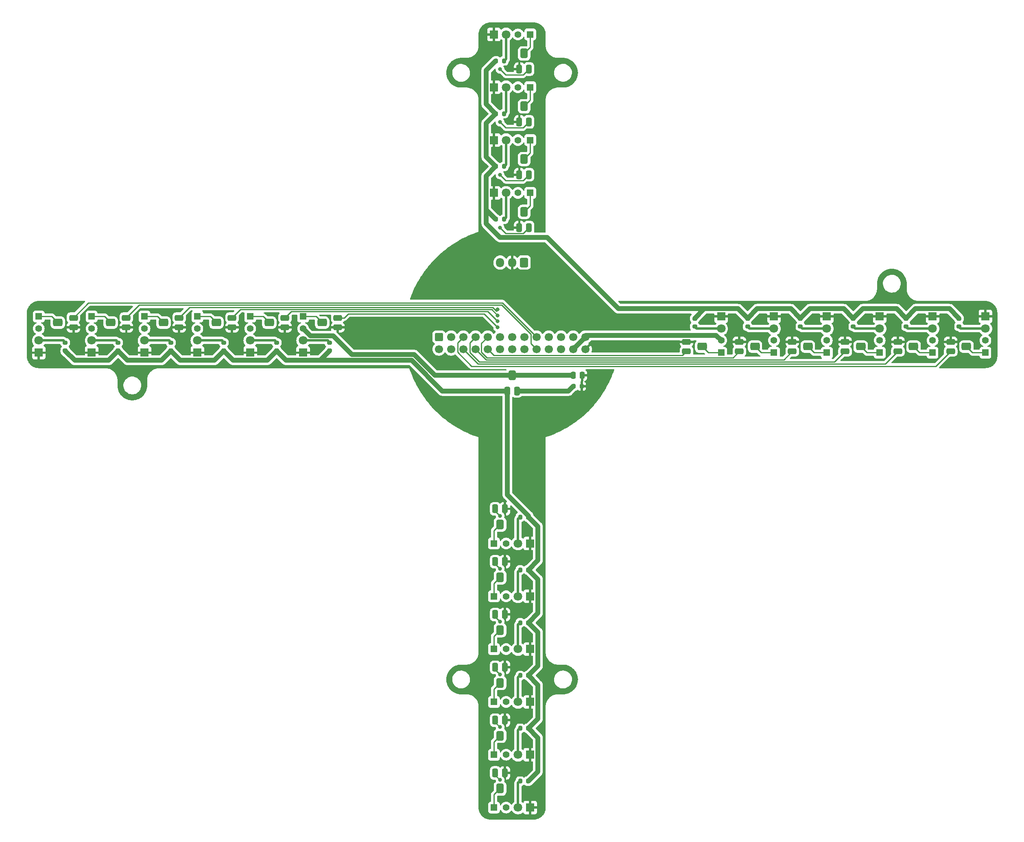
<source format=gbr>
%TF.GenerationSoftware,KiCad,Pcbnew,7.0.6*%
%TF.CreationDate,2023-12-18T00:12:50+09:00*%
%TF.ProjectId,LineSensor_20230418,4c696e65-5365-46e7-936f-725f32303233,rev?*%
%TF.SameCoordinates,Original*%
%TF.FileFunction,Copper,L1,Top*%
%TF.FilePolarity,Positive*%
%FSLAX46Y46*%
G04 Gerber Fmt 4.6, Leading zero omitted, Abs format (unit mm)*
G04 Created by KiCad (PCBNEW 7.0.6) date 2023-12-18 00:12:50*
%MOMM*%
%LPD*%
G01*
G04 APERTURE LIST*
G04 Aperture macros list*
%AMRoundRect*
0 Rectangle with rounded corners*
0 $1 Rounding radius*
0 $2 $3 $4 $5 $6 $7 $8 $9 X,Y pos of 4 corners*
0 Add a 4 corners polygon primitive as box body*
4,1,4,$2,$3,$4,$5,$6,$7,$8,$9,$2,$3,0*
0 Add four circle primitives for the rounded corners*
1,1,$1+$1,$2,$3*
1,1,$1+$1,$4,$5*
1,1,$1+$1,$6,$7*
1,1,$1+$1,$8,$9*
0 Add four rect primitives between the rounded corners*
20,1,$1+$1,$2,$3,$4,$5,0*
20,1,$1+$1,$4,$5,$6,$7,0*
20,1,$1+$1,$6,$7,$8,$9,0*
20,1,$1+$1,$8,$9,$2,$3,0*%
G04 Aperture macros list end*
%TA.AperFunction,ComponentPad*%
%ADD10C,1.400000*%
%TD*%
%TA.AperFunction,ComponentPad*%
%ADD11R,1.400000X1.400000*%
%TD*%
%TA.AperFunction,SMDPad,CuDef*%
%ADD12RoundRect,0.300000X-0.300000X-0.600000X0.300000X-0.600000X0.300000X0.600000X-0.300000X0.600000X0*%
%TD*%
%TA.AperFunction,SMDPad,CuDef*%
%ADD13RoundRect,0.400000X-0.400000X-0.600000X0.400000X-0.600000X0.400000X0.600000X-0.400000X0.600000X0*%
%TD*%
%TA.AperFunction,SMDPad,CuDef*%
%ADD14RoundRect,0.200000X-0.275000X0.200000X-0.275000X-0.200000X0.275000X-0.200000X0.275000X0.200000X0*%
%TD*%
%TA.AperFunction,ComponentPad*%
%ADD15R,1.800000X1.800000*%
%TD*%
%TA.AperFunction,ComponentPad*%
%ADD16C,1.800000*%
%TD*%
%TA.AperFunction,SMDPad,CuDef*%
%ADD17RoundRect,0.300000X0.300000X0.600000X-0.300000X0.600000X-0.300000X-0.600000X0.300000X-0.600000X0*%
%TD*%
%TA.AperFunction,SMDPad,CuDef*%
%ADD18RoundRect,0.400000X0.400000X0.600000X-0.400000X0.600000X-0.400000X-0.600000X0.400000X-0.600000X0*%
%TD*%
%TA.AperFunction,SMDPad,CuDef*%
%ADD19RoundRect,0.200000X-0.200000X-0.275000X0.200000X-0.275000X0.200000X0.275000X-0.200000X0.275000X0*%
%TD*%
%TA.AperFunction,SMDPad,CuDef*%
%ADD20RoundRect,0.300000X-0.600000X0.300000X-0.600000X-0.300000X0.600000X-0.300000X0.600000X0.300000X0*%
%TD*%
%TA.AperFunction,SMDPad,CuDef*%
%ADD21RoundRect,0.400000X-0.600000X0.400000X-0.600000X-0.400000X0.600000X-0.400000X0.600000X0.400000X0*%
%TD*%
%TA.AperFunction,SMDPad,CuDef*%
%ADD22RoundRect,0.200000X0.200000X0.275000X-0.200000X0.275000X-0.200000X-0.275000X0.200000X-0.275000X0*%
%TD*%
%TA.AperFunction,SMDPad,CuDef*%
%ADD23RoundRect,0.200000X0.275000X-0.200000X0.275000X0.200000X-0.275000X0.200000X-0.275000X-0.200000X0*%
%TD*%
%TA.AperFunction,SMDPad,CuDef*%
%ADD24RoundRect,0.250000X-0.250000X-0.475000X0.250000X-0.475000X0.250000X0.475000X-0.250000X0.475000X0*%
%TD*%
%TA.AperFunction,SMDPad,CuDef*%
%ADD25RoundRect,0.300000X0.600000X-0.300000X0.600000X0.300000X-0.600000X0.300000X-0.600000X-0.300000X0*%
%TD*%
%TA.AperFunction,SMDPad,CuDef*%
%ADD26RoundRect,0.400000X0.600000X-0.400000X0.600000X0.400000X-0.600000X0.400000X-0.600000X-0.400000X0*%
%TD*%
%TA.AperFunction,ComponentPad*%
%ADD27RoundRect,0.250000X-0.600000X0.600000X-0.600000X-0.600000X0.600000X-0.600000X0.600000X0.600000X0*%
%TD*%
%TA.AperFunction,ComponentPad*%
%ADD28C,1.700000*%
%TD*%
%TA.AperFunction,ComponentPad*%
%ADD29RoundRect,0.250000X0.600000X0.725000X-0.600000X0.725000X-0.600000X-0.725000X0.600000X-0.725000X0*%
%TD*%
%TA.AperFunction,ComponentPad*%
%ADD30O,1.700000X1.950000*%
%TD*%
%TA.AperFunction,ViaPad*%
%ADD31C,0.800000*%
%TD*%
%TA.AperFunction,Conductor*%
%ADD32C,0.250000*%
%TD*%
%TA.AperFunction,Conductor*%
%ADD33C,1.000000*%
%TD*%
%TA.AperFunction,Conductor*%
%ADD34C,0.500000*%
%TD*%
G04 APERTURE END LIST*
D10*
%TO.P,Q17,1,Corrector*%
%TO.N,VIN*%
X51500000Y-148017500D03*
D11*
%TO.P,Q17,2,Emitter*%
%TO.N,Net-(Q17-Emitter)*%
X51500000Y-145477500D03*
%TD*%
D12*
%TO.P,R3,1,CW*%
%TO.N,GND*%
X151500000Y-115960000D03*
D13*
%TO.P,R3,2,WIPER*%
%TO.N,Net-(Q3-Emitter)*%
X152500000Y-112710000D03*
D12*
%TO.P,R3,3,CCW*%
%TO.N,sig3*%
X153500000Y-115960000D03*
%TD*%
D14*
%TO.P,R31,1*%
%TO.N,Net-(R23-CW)*%
X221000000Y-145922500D03*
%TO.P,R31,2*%
%TO.N,Net-(D7-A)*%
X221000000Y-147572500D03*
%TD*%
D15*
%TO.P,D11,1,K*%
%TO.N,GND*%
X153775000Y-247747500D03*
D16*
%TO.P,D11,2,A*%
%TO.N,Net-(D11-A)*%
X151235000Y-247747500D03*
%TD*%
D10*
%TO.P,Q8,1,Corrector*%
%TO.N,VIN*%
X215500000Y-150477500D03*
D11*
%TO.P,Q8,2,Emitter*%
%TO.N,Net-(Q8-Emitter)*%
X215500000Y-153017500D03*
%TD*%
D15*
%TO.P,D9,1,K*%
%TO.N,GND*%
X204500000Y-145472500D03*
D16*
%TO.P,D9,2,A*%
%TO.N,Net-(D9-A)*%
X204500000Y-148012500D03*
%TD*%
D15*
%TO.P,D3,1,K*%
%TO.N,GND*%
X146225000Y-108747500D03*
D16*
%TO.P,D3,2,A*%
%TO.N,Net-(D3-A)*%
X148765000Y-108747500D03*
%TD*%
D17*
%TO.P,R15,1,CW*%
%TO.N,GND*%
X148500000Y-196535000D03*
D18*
%TO.P,R15,2,WIPER*%
%TO.N,Net-(Q15-Emitter)*%
X147500000Y-199785000D03*
D17*
%TO.P,R15,3,CCW*%
%TO.N,sig15*%
X146500000Y-196535000D03*
%TD*%
D14*
%TO.P,R29,1*%
%TO.N,Net-(R23-CW)*%
X243000000Y-145922500D03*
%TO.P,R29,2*%
%TO.N,Net-(D5-A)*%
X243000000Y-147572500D03*
%TD*%
D19*
%TO.P,R25,1*%
%TO.N,Net-(R23-CW)*%
X146675000Y-92247500D03*
%TO.P,R25,2*%
%TO.N,Net-(D1-A)*%
X148325000Y-92247500D03*
%TD*%
D10*
%TO.P,Q11,1,Corrector*%
%TO.N,VIN*%
X148770000Y-247747500D03*
D11*
%TO.P,Q11,2,Emitter*%
%TO.N,Net-(Q11-Emitter)*%
X146230000Y-247747500D03*
%TD*%
D20*
%TO.P,R7,1,CW*%
%TO.N,GND*%
X219287500Y-150747500D03*
D21*
%TO.P,R7,2,WIPER*%
%TO.N,Net-(Q7-Emitter)*%
X222537500Y-151747500D03*
D20*
%TO.P,R7,3,CCW*%
%TO.N,sig7*%
X219287500Y-152747500D03*
%TD*%
D15*
%TO.P,D7,1,K*%
%TO.N,GND*%
X226500000Y-145472500D03*
D16*
%TO.P,D7,2,A*%
%TO.N,Net-(D7-A)*%
X226500000Y-148012500D03*
%TD*%
D12*
%TO.P,R23,1,CW*%
%TO.N,Net-(R23-CW)*%
X149000000Y-160997500D03*
D13*
%TO.P,R23,2,WIPER*%
%TO.N,VIN*%
X150000000Y-157747500D03*
D12*
%TO.P,R23,3,CCW*%
%TO.N,Net-(R23-CCW)*%
X151000000Y-160997500D03*
%TD*%
D15*
%TO.P,D14,1,K*%
%TO.N,GND*%
X153775000Y-214747500D03*
D16*
%TO.P,D14,2,A*%
%TO.N,Net-(D14-A)*%
X151235000Y-214747500D03*
%TD*%
D10*
%TO.P,Q15,1,Corrector*%
%TO.N,VIN*%
X148770000Y-203747500D03*
D11*
%TO.P,Q15,2,Emitter*%
%TO.N,Net-(Q15-Emitter)*%
X146230000Y-203747500D03*
%TD*%
D10*
%TO.P,Q7,1,Corrector*%
%TO.N,VIN*%
X226500000Y-150477500D03*
D11*
%TO.P,Q7,2,Emitter*%
%TO.N,Net-(Q7-Emitter)*%
X226500000Y-153017500D03*
%TD*%
D22*
%TO.P,R24,1*%
%TO.N,GND*%
X164475000Y-160000000D03*
%TO.P,R24,2*%
%TO.N,Net-(R23-CCW)*%
X162825000Y-160000000D03*
%TD*%
D19*
%TO.P,R27,1*%
%TO.N,Net-(R23-CW)*%
X146675000Y-114247500D03*
%TO.P,R27,2*%
%TO.N,Net-(D3-A)*%
X148325000Y-114247500D03*
%TD*%
D23*
%TO.P,R46,1*%
%TO.N,Net-(R23-CW)*%
X112000000Y-152572500D03*
%TO.P,R46,2*%
%TO.N,Net-(D22-A)*%
X112000000Y-150922500D03*
%TD*%
D17*
%TO.P,R12,1,CW*%
%TO.N,GND*%
X148500000Y-229535000D03*
D18*
%TO.P,R12,2,WIPER*%
%TO.N,Net-(Q12-Emitter)*%
X147500000Y-232785000D03*
D17*
%TO.P,R12,3,CCW*%
%TO.N,sig12*%
X146500000Y-229535000D03*
%TD*%
D22*
%TO.P,R38,1*%
%TO.N,Net-(R23-CW)*%
X153325000Y-209247500D03*
%TO.P,R38,2*%
%TO.N,Net-(D14-A)*%
X151675000Y-209247500D03*
%TD*%
D24*
%TO.P,C1,1*%
%TO.N,VIN*%
X162700000Y-157747500D03*
%TO.P,C1,2*%
%TO.N,GND*%
X164600000Y-157747500D03*
%TD*%
D15*
%TO.P,D18,1,K*%
%TO.N,GND*%
X62500000Y-153022500D03*
D16*
%TO.P,D18,2,A*%
%TO.N,Net-(D18-A)*%
X62500000Y-150482500D03*
%TD*%
D10*
%TO.P,Q22,1,Corrector*%
%TO.N,VIN*%
X106500000Y-148017500D03*
D11*
%TO.P,Q22,2,Emitter*%
%TO.N,Net-(Q22-Emitter)*%
X106500000Y-145477500D03*
%TD*%
D10*
%TO.P,Q5,1,Corrector*%
%TO.N,VIN*%
X248500000Y-150477500D03*
D11*
%TO.P,Q5,2,Emitter*%
%TO.N,Net-(Q5-Emitter)*%
X248500000Y-153017500D03*
%TD*%
D15*
%TO.P,D19,1,K*%
%TO.N,GND*%
X73500000Y-153022500D03*
D16*
%TO.P,D19,2,A*%
%TO.N,Net-(D19-A)*%
X73500000Y-150482500D03*
%TD*%
D15*
%TO.P,D16,1,K*%
%TO.N,GND*%
X153775000Y-192747500D03*
D16*
%TO.P,D16,2,A*%
%TO.N,Net-(D16-A)*%
X151235000Y-192747500D03*
%TD*%
D10*
%TO.P,Q3,1,Corrector*%
%TO.N,VIN*%
X151230000Y-108747500D03*
D11*
%TO.P,Q3,2,Emitter*%
%TO.N,Net-(Q3-Emitter)*%
X153770000Y-108747500D03*
%TD*%
D22*
%TO.P,R35,1*%
%TO.N,Net-(R23-CW)*%
X153325000Y-242247500D03*
%TO.P,R35,2*%
%TO.N,Net-(D11-A)*%
X151675000Y-242247500D03*
%TD*%
D15*
%TO.P,D5,1,K*%
%TO.N,GND*%
X248500000Y-145472500D03*
D16*
%TO.P,D5,2,A*%
%TO.N,Net-(D5-A)*%
X248500000Y-148012500D03*
%TD*%
D17*
%TO.P,R16,1,CW*%
%TO.N,GND*%
X148500000Y-185535000D03*
D18*
%TO.P,R16,2,WIPER*%
%TO.N,Net-(Q16-Emitter)*%
X147500000Y-188785000D03*
D17*
%TO.P,R16,3,CCW*%
%TO.N,sig16*%
X146500000Y-185535000D03*
%TD*%
%TO.P,R13,1,CW*%
%TO.N,GND*%
X148500000Y-218535000D03*
D18*
%TO.P,R13,2,WIPER*%
%TO.N,Net-(Q13-Emitter)*%
X147500000Y-221785000D03*
D17*
%TO.P,R13,3,CCW*%
%TO.N,sig13*%
X146500000Y-218535000D03*
%TD*%
D25*
%TO.P,R22,1,CW*%
%TO.N,GND*%
X113712500Y-147747500D03*
D26*
%TO.P,R22,2,WIPER*%
%TO.N,Net-(Q22-Emitter)*%
X110462500Y-146747500D03*
D25*
%TO.P,R22,3,CCW*%
%TO.N,sig22*%
X113712500Y-145747500D03*
%TD*%
D20*
%TO.P,R8,1,CW*%
%TO.N,GND*%
X208287500Y-150747500D03*
D21*
%TO.P,R8,2,WIPER*%
%TO.N,Net-(Q8-Emitter)*%
X211537500Y-151747500D03*
D20*
%TO.P,R8,3,CCW*%
%TO.N,sig8*%
X208287500Y-152747500D03*
%TD*%
D15*
%TO.P,D20,1,K*%
%TO.N,GND*%
X84500000Y-153022500D03*
D16*
%TO.P,D20,2,A*%
%TO.N,Net-(D20-A)*%
X84500000Y-150482500D03*
%TD*%
D15*
%TO.P,D6,1,K*%
%TO.N,GND*%
X237500000Y-145472500D03*
D16*
%TO.P,D6,2,A*%
%TO.N,Net-(D6-A)*%
X237500000Y-148012500D03*
%TD*%
D25*
%TO.P,R20,1,CW*%
%TO.N,GND*%
X91712500Y-147747500D03*
D26*
%TO.P,R20,2,WIPER*%
%TO.N,Net-(Q20-Emitter)*%
X88462500Y-146747500D03*
D25*
%TO.P,R20,3,CCW*%
%TO.N,sig20*%
X91712500Y-145747500D03*
%TD*%
D20*
%TO.P,R9,1,CW*%
%TO.N,GND*%
X197287500Y-150747500D03*
D21*
%TO.P,R9,2,WIPER*%
%TO.N,Net-(Q9-Emitter)*%
X200537500Y-151747500D03*
D20*
%TO.P,R9,3,CCW*%
%TO.N,sig9*%
X197287500Y-152747500D03*
%TD*%
D10*
%TO.P,Q14,1,Corrector*%
%TO.N,VIN*%
X148770000Y-214747500D03*
D11*
%TO.P,Q14,2,Emitter*%
%TO.N,Net-(Q14-Emitter)*%
X146230000Y-214747500D03*
%TD*%
D17*
%TO.P,R11,1,CW*%
%TO.N,GND*%
X148500000Y-240535000D03*
D18*
%TO.P,R11,2,WIPER*%
%TO.N,Net-(Q11-Emitter)*%
X147500000Y-243785000D03*
D17*
%TO.P,R11,3,CCW*%
%TO.N,sig11*%
X146500000Y-240535000D03*
%TD*%
D10*
%TO.P,Q2,1,Corrector*%
%TO.N,VIN*%
X151230000Y-97747500D03*
D11*
%TO.P,Q2,2,Emitter*%
%TO.N,Net-(Q2-Emitter)*%
X153770000Y-97747500D03*
%TD*%
D25*
%TO.P,R18,1,CW*%
%TO.N,GND*%
X69712500Y-147747500D03*
D26*
%TO.P,R18,2,WIPER*%
%TO.N,Net-(Q18-Emitter)*%
X66462500Y-146747500D03*
D25*
%TO.P,R18,3,CCW*%
%TO.N,sig18*%
X69712500Y-145747500D03*
%TD*%
D14*
%TO.P,R32,1*%
%TO.N,Net-(R23-CW)*%
X210000000Y-145922500D03*
%TO.P,R32,2*%
%TO.N,Net-(D8-A)*%
X210000000Y-147572500D03*
%TD*%
D10*
%TO.P,Q21,1,Corrector*%
%TO.N,VIN*%
X95500000Y-148017500D03*
D11*
%TO.P,Q21,2,Emitter*%
%TO.N,Net-(Q21-Emitter)*%
X95500000Y-145477500D03*
%TD*%
D15*
%TO.P,D2,1,K*%
%TO.N,GND*%
X146225000Y-97747500D03*
D16*
%TO.P,D2,2,A*%
%TO.N,Net-(D2-A)*%
X148765000Y-97747500D03*
%TD*%
D15*
%TO.P,D22,1,K*%
%TO.N,GND*%
X106500000Y-153022500D03*
D16*
%TO.P,D22,2,A*%
%TO.N,Net-(D22-A)*%
X106500000Y-150482500D03*
%TD*%
D23*
%TO.P,R41,1*%
%TO.N,Net-(R23-CW)*%
X57000000Y-152572500D03*
%TO.P,R41,2*%
%TO.N,Net-(D17-A)*%
X57000000Y-150922500D03*
%TD*%
D25*
%TO.P,R19,1,CW*%
%TO.N,GND*%
X80712500Y-147747500D03*
D26*
%TO.P,R19,2,WIPER*%
%TO.N,Net-(Q19-Emitter)*%
X77462500Y-146747500D03*
D25*
%TO.P,R19,3,CCW*%
%TO.N,sig19*%
X80712500Y-145747500D03*
%TD*%
D22*
%TO.P,R40,1*%
%TO.N,Net-(R23-CW)*%
X153325000Y-187247500D03*
%TO.P,R40,2*%
%TO.N,Net-(D16-A)*%
X151675000Y-187247500D03*
%TD*%
D15*
%TO.P,D4,1,K*%
%TO.N,GND*%
X146225000Y-119747500D03*
D16*
%TO.P,D4,2,A*%
%TO.N,Net-(D4-A)*%
X148765000Y-119747500D03*
%TD*%
D22*
%TO.P,R39,1*%
%TO.N,Net-(R23-CW)*%
X153325000Y-198247500D03*
%TO.P,R39,2*%
%TO.N,Net-(D15-A)*%
X151675000Y-198247500D03*
%TD*%
D23*
%TO.P,R43,1*%
%TO.N,Net-(R23-CW)*%
X79000000Y-152572500D03*
%TO.P,R43,2*%
%TO.N,Net-(D19-A)*%
X79000000Y-150922500D03*
%TD*%
D22*
%TO.P,R37,1*%
%TO.N,Net-(R23-CW)*%
X153325000Y-220247500D03*
%TO.P,R37,2*%
%TO.N,Net-(D13-A)*%
X151675000Y-220247500D03*
%TD*%
D14*
%TO.P,R34,1*%
%TO.N,Net-(R23-CW)*%
X188000000Y-145922500D03*
%TO.P,R34,2*%
%TO.N,Net-(D10-A)*%
X188000000Y-147572500D03*
%TD*%
D12*
%TO.P,R1,1,CW*%
%TO.N,GND*%
X151500000Y-93960000D03*
D13*
%TO.P,R1,2,WIPER*%
%TO.N,Net-(Q1-Emitter)*%
X152500000Y-90710000D03*
D12*
%TO.P,R1,3,CCW*%
%TO.N,sig1*%
X153500000Y-93960000D03*
%TD*%
D15*
%TO.P,D13,1,K*%
%TO.N,GND*%
X153775000Y-225747500D03*
D16*
%TO.P,D13,2,A*%
%TO.N,Net-(D13-A)*%
X151235000Y-225747500D03*
%TD*%
D10*
%TO.P,Q9,1,Corrector*%
%TO.N,VIN*%
X204500000Y-150477500D03*
D11*
%TO.P,Q9,2,Emitter*%
%TO.N,Net-(Q9-Emitter)*%
X204500000Y-153017500D03*
%TD*%
D25*
%TO.P,R17,1,CW*%
%TO.N,GND*%
X58712500Y-147747500D03*
D26*
%TO.P,R17,2,WIPER*%
%TO.N,Net-(Q17-Emitter)*%
X55462500Y-146747500D03*
D25*
%TO.P,R17,3,CCW*%
%TO.N,sig17*%
X58712500Y-145747500D03*
%TD*%
D10*
%TO.P,Q12,1,Corrector*%
%TO.N,VIN*%
X148770000Y-236747500D03*
D11*
%TO.P,Q12,2,Emitter*%
%TO.N,Net-(Q12-Emitter)*%
X146230000Y-236747500D03*
%TD*%
D20*
%TO.P,R5,1,CW*%
%TO.N,GND*%
X241287500Y-150747500D03*
D21*
%TO.P,R5,2,WIPER*%
%TO.N,Net-(Q5-Emitter)*%
X244537500Y-151747500D03*
D20*
%TO.P,R5,3,CCW*%
%TO.N,sig5*%
X241287500Y-152747500D03*
%TD*%
D10*
%TO.P,Q20,1,Corrector*%
%TO.N,VIN*%
X84500000Y-148017500D03*
D11*
%TO.P,Q20,2,Emitter*%
%TO.N,Net-(Q20-Emitter)*%
X84500000Y-145477500D03*
%TD*%
D22*
%TO.P,R36,1*%
%TO.N,Net-(R23-CW)*%
X153325000Y-231247500D03*
%TO.P,R36,2*%
%TO.N,Net-(D12-A)*%
X151675000Y-231247500D03*
%TD*%
D10*
%TO.P,Q19,1,Corrector*%
%TO.N,VIN*%
X73500000Y-148017500D03*
D11*
%TO.P,Q19,2,Emitter*%
%TO.N,Net-(Q19-Emitter)*%
X73500000Y-145477500D03*
%TD*%
D10*
%TO.P,Q4,1,Corrector*%
%TO.N,VIN*%
X151230000Y-119747500D03*
D11*
%TO.P,Q4,2,Emitter*%
%TO.N,Net-(Q4-Emitter)*%
X153770000Y-119747500D03*
%TD*%
D20*
%TO.P,R10,1,CW*%
%TO.N,GND*%
X186287500Y-150747500D03*
D21*
%TO.P,R10,2,WIPER*%
%TO.N,Net-(Q10-Emitter)*%
X189537500Y-151747500D03*
D20*
%TO.P,R10,3,CCW*%
%TO.N,sig10*%
X186287500Y-152747500D03*
%TD*%
D23*
%TO.P,R45,1*%
%TO.N,Net-(R23-CW)*%
X101000000Y-152572500D03*
%TO.P,R45,2*%
%TO.N,Net-(D21-A)*%
X101000000Y-150922500D03*
%TD*%
D14*
%TO.P,R30,1*%
%TO.N,Net-(R23-CW)*%
X232000000Y-145922500D03*
%TO.P,R30,2*%
%TO.N,Net-(D6-A)*%
X232000000Y-147572500D03*
%TD*%
D23*
%TO.P,R42,1*%
%TO.N,Net-(R23-CW)*%
X68000000Y-152572500D03*
%TO.P,R42,2*%
%TO.N,Net-(D18-A)*%
X68000000Y-150922500D03*
%TD*%
D12*
%TO.P,R2,1,CW*%
%TO.N,GND*%
X151500000Y-104960000D03*
D13*
%TO.P,R2,2,WIPER*%
%TO.N,Net-(Q2-Emitter)*%
X152500000Y-101710000D03*
D12*
%TO.P,R2,3,CCW*%
%TO.N,sig2*%
X153500000Y-104960000D03*
%TD*%
D19*
%TO.P,R28,1*%
%TO.N,Net-(R23-CW)*%
X146675000Y-125247500D03*
%TO.P,R28,2*%
%TO.N,Net-(D4-A)*%
X148325000Y-125247500D03*
%TD*%
D10*
%TO.P,Q10,1,Corrector*%
%TO.N,VIN*%
X193500000Y-150477500D03*
D11*
%TO.P,Q10,2,Emitter*%
%TO.N,Net-(Q10-Emitter)*%
X193500000Y-153017500D03*
%TD*%
D15*
%TO.P,D10,1,K*%
%TO.N,GND*%
X193500000Y-145472500D03*
D16*
%TO.P,D10,2,A*%
%TO.N,Net-(D10-A)*%
X193500000Y-148012500D03*
%TD*%
D15*
%TO.P,D12,1,K*%
%TO.N,GND*%
X153775000Y-236747500D03*
D16*
%TO.P,D12,2,A*%
%TO.N,Net-(D12-A)*%
X151235000Y-236747500D03*
%TD*%
D25*
%TO.P,R21,1,CW*%
%TO.N,GND*%
X102712500Y-147747500D03*
D26*
%TO.P,R21,2,WIPER*%
%TO.N,Net-(Q21-Emitter)*%
X99462500Y-146747500D03*
D25*
%TO.P,R21,3,CCW*%
%TO.N,sig21*%
X102712500Y-145747500D03*
%TD*%
D15*
%TO.P,D21,1,K*%
%TO.N,GND*%
X95500000Y-153022500D03*
D16*
%TO.P,D21,2,A*%
%TO.N,Net-(D21-A)*%
X95500000Y-150482500D03*
%TD*%
D23*
%TO.P,R44,1*%
%TO.N,Net-(R23-CW)*%
X90000000Y-152572500D03*
%TO.P,R44,2*%
%TO.N,Net-(D20-A)*%
X90000000Y-150922500D03*
%TD*%
D17*
%TO.P,R14,1,CW*%
%TO.N,GND*%
X148500000Y-207535000D03*
D18*
%TO.P,R14,2,WIPER*%
%TO.N,Net-(Q14-Emitter)*%
X147500000Y-210785000D03*
D17*
%TO.P,R14,3,CCW*%
%TO.N,sig14*%
X146500000Y-207535000D03*
%TD*%
D15*
%TO.P,D17,1,K*%
%TO.N,GND*%
X51500000Y-153022500D03*
D16*
%TO.P,D17,2,A*%
%TO.N,Net-(D17-A)*%
X51500000Y-150482500D03*
%TD*%
D10*
%TO.P,Q1,1,Corrector*%
%TO.N,VIN*%
X151230000Y-86747500D03*
D11*
%TO.P,Q1,2,Emitter*%
%TO.N,Net-(Q1-Emitter)*%
X153770000Y-86747500D03*
%TD*%
D15*
%TO.P,D15,1,K*%
%TO.N,GND*%
X153775000Y-203747500D03*
D16*
%TO.P,D15,2,A*%
%TO.N,Net-(D15-A)*%
X151235000Y-203747500D03*
%TD*%
D10*
%TO.P,Q13,1,Corrector*%
%TO.N,VIN*%
X148770000Y-225747500D03*
D11*
%TO.P,Q13,2,Emitter*%
%TO.N,Net-(Q13-Emitter)*%
X146230000Y-225747500D03*
%TD*%
D10*
%TO.P,Q18,1,Corrector*%
%TO.N,VIN*%
X62500000Y-148017500D03*
D11*
%TO.P,Q18,2,Emitter*%
%TO.N,Net-(Q18-Emitter)*%
X62500000Y-145477500D03*
%TD*%
D14*
%TO.P,R33,1*%
%TO.N,Net-(R23-CW)*%
X199000000Y-145922500D03*
%TO.P,R33,2*%
%TO.N,Net-(D9-A)*%
X199000000Y-147572500D03*
%TD*%
D15*
%TO.P,D8,1,K*%
%TO.N,GND*%
X215500000Y-145472500D03*
D16*
%TO.P,D8,2,A*%
%TO.N,Net-(D8-A)*%
X215500000Y-148012500D03*
%TD*%
D12*
%TO.P,R4,1,CW*%
%TO.N,GND*%
X151500000Y-126960000D03*
D13*
%TO.P,R4,2,WIPER*%
%TO.N,Net-(Q4-Emitter)*%
X152500000Y-123710000D03*
D12*
%TO.P,R4,3,CCW*%
%TO.N,sig4*%
X153500000Y-126960000D03*
%TD*%
D19*
%TO.P,R26,1*%
%TO.N,Net-(R23-CW)*%
X146675000Y-103247500D03*
%TO.P,R26,2*%
%TO.N,Net-(D2-A)*%
X148325000Y-103247500D03*
%TD*%
D10*
%TO.P,Q16,1,Corrector*%
%TO.N,VIN*%
X148770000Y-192747500D03*
D11*
%TO.P,Q16,2,Emitter*%
%TO.N,Net-(Q16-Emitter)*%
X146230000Y-192747500D03*
%TD*%
D20*
%TO.P,R6,1,CW*%
%TO.N,GND*%
X230287500Y-150747500D03*
D21*
%TO.P,R6,2,WIPER*%
%TO.N,Net-(Q6-Emitter)*%
X233537500Y-151747500D03*
D20*
%TO.P,R6,3,CCW*%
%TO.N,sig6*%
X230287500Y-152747500D03*
%TD*%
D10*
%TO.P,Q6,1,Corrector*%
%TO.N,VIN*%
X237500000Y-150477500D03*
D11*
%TO.P,Q6,2,Emitter*%
%TO.N,Net-(Q6-Emitter)*%
X237500000Y-153017500D03*
%TD*%
D15*
%TO.P,D1,1,K*%
%TO.N,GND*%
X146225000Y-86747500D03*
D16*
%TO.P,D1,2,A*%
%TO.N,Net-(D1-A)*%
X148765000Y-86747500D03*
%TD*%
D27*
%TO.P,J1,1,Pin_1*%
%TO.N,sig1*%
X134760000Y-149747500D03*
D28*
%TO.P,J1,2,Pin_2*%
%TO.N,sig2*%
X134760000Y-152287500D03*
%TO.P,J1,3,Pin_3*%
%TO.N,sig3*%
X137300000Y-149747500D03*
%TO.P,J1,4,Pin_4*%
%TO.N,sig4*%
X137300000Y-152287500D03*
%TO.P,J1,5,Pin_5*%
%TO.N,sig5*%
X139840000Y-149747500D03*
%TO.P,J1,6,Pin_6*%
%TO.N,sig6*%
X139840000Y-152287500D03*
%TO.P,J1,7,Pin_7*%
%TO.N,sig7*%
X142380000Y-149747500D03*
%TO.P,J1,8,Pin_8*%
%TO.N,sig8*%
X142380000Y-152287500D03*
%TO.P,J1,9,Pin_9*%
%TO.N,sig9*%
X144920000Y-149747500D03*
%TO.P,J1,10,Pin_10*%
%TO.N,sig10*%
X144920000Y-152287500D03*
%TO.P,J1,11,Pin_11*%
%TO.N,sig11*%
X147460000Y-149747500D03*
%TO.P,J1,12,Pin_12*%
%TO.N,sig12*%
X147460000Y-152287500D03*
%TO.P,J1,13,Pin_13*%
%TO.N,sig13*%
X150000000Y-149747500D03*
%TO.P,J1,14,Pin_14*%
%TO.N,sig14*%
X150000000Y-152287500D03*
%TO.P,J1,15,Pin_15*%
%TO.N,sig15*%
X152540000Y-149747500D03*
%TO.P,J1,16,Pin_16*%
%TO.N,sig16*%
X152540000Y-152287500D03*
%TO.P,J1,17,Pin_17*%
%TO.N,sig17*%
X155080000Y-149747500D03*
%TO.P,J1,18,Pin_18*%
%TO.N,sig18*%
X155080000Y-152287500D03*
%TO.P,J1,19,Pin_19*%
%TO.N,sig19*%
X157620000Y-149747500D03*
%TO.P,J1,20,Pin_20*%
%TO.N,sig20*%
X157620000Y-152287500D03*
%TO.P,J1,21,Pin_21*%
%TO.N,sig21*%
X160160000Y-149747500D03*
%TO.P,J1,22,Pin_22*%
%TO.N,sig22*%
X160160000Y-152287500D03*
%TO.P,J1,23,Pin_23*%
%TO.N,sig_BALL-Kicker*%
X162700000Y-149747500D03*
%TO.P,J1,24,Pin_24*%
%TO.N,VIN*%
X162700000Y-152287500D03*
%TO.P,J1,25,Pin_25*%
X165240000Y-149747500D03*
%TO.P,J1,26,Pin_26*%
%TO.N,GND*%
X165240000Y-152287500D03*
%TD*%
D29*
%TO.P,J2,1,Pin_1*%
%TO.N,sig_BALL-Kicker*%
X152500000Y-134247500D03*
D30*
%TO.P,J2,2,Pin_2*%
%TO.N,GND*%
X150000000Y-134247500D03*
%TO.P,J2,3,Pin_3*%
%TO.N,VIN*%
X147500000Y-134247500D03*
%TD*%
D31*
%TO.N,sig1*%
X147500000Y-94000000D03*
%TO.N,sig2*%
X147500000Y-105000000D03*
%TO.N,sig3*%
X147500000Y-116000000D03*
%TO.N,sig4*%
X147500000Y-127000000D03*
%TO.N,sig11*%
X147500000Y-242000000D03*
%TO.N,sig12*%
X147500000Y-231000000D03*
%TO.N,sig13*%
X147500000Y-220000000D03*
%TO.N,sig14*%
X147500000Y-209000000D03*
%TO.N,sig15*%
X147500000Y-198000000D03*
%TO.N,sig16*%
X147500000Y-187000000D03*
%TO.N,sig19*%
X147000000Y-144000000D03*
%TO.N,sig20*%
X147000000Y-145250000D03*
%TO.N,sig21*%
X147000000Y-146500000D03*
%TO.N,sig22*%
X147000000Y-147750000D03*
%TO.N,VIN*%
X160250000Y-157750000D03*
%TO.N,GND*%
X122000000Y-150000000D03*
X124000000Y-150000000D03*
X120000000Y-150000000D03*
X119000000Y-150000000D03*
X123000000Y-150000000D03*
X117000000Y-150000000D03*
X121000000Y-150000000D03*
X125000000Y-150000000D03*
X118000000Y-150000000D03*
%TO.N,Net-(R23-CW)*%
X149000000Y-182603997D03*
X189962500Y-143872500D03*
%TD*%
D32*
%TO.N,sig1*%
X152275000Y-95185000D02*
X148685000Y-95185000D01*
X148685000Y-95185000D02*
X147500000Y-94000000D01*
X153500000Y-93960000D02*
X152275000Y-95185000D01*
%TO.N,sig2*%
X152275000Y-106185000D02*
X153500000Y-104960000D01*
X147500000Y-105000000D02*
X148685000Y-106185000D01*
X148685000Y-106185000D02*
X152275000Y-106185000D01*
%TO.N,sig3*%
X152275000Y-117185000D02*
X148685000Y-117185000D01*
X148685000Y-117185000D02*
X147500000Y-116000000D01*
X153500000Y-115960000D02*
X152275000Y-117185000D01*
%TO.N,sig4*%
X152275000Y-128185000D02*
X148685000Y-128185000D01*
X153500000Y-126960000D02*
X152275000Y-128185000D01*
X148685000Y-128185000D02*
X147500000Y-127000000D01*
%TO.N,sig5*%
X238192500Y-155842500D02*
X241287500Y-152747500D01*
X138665000Y-152915000D02*
X141592500Y-155842500D01*
X139840000Y-149747500D02*
X138665000Y-150922500D01*
X138665000Y-150922500D02*
X138665000Y-152915000D01*
X141592500Y-155842500D02*
X238192500Y-155842500D01*
%TO.N,sig6*%
X230287500Y-152747500D02*
X227642500Y-155392500D01*
X142945000Y-155392500D02*
X139840000Y-152287500D01*
X227642500Y-155392500D02*
X142945000Y-155392500D01*
%TO.N,sig7*%
X141205000Y-153016104D02*
X143131396Y-154942500D01*
X142380000Y-149747500D02*
X141205000Y-150922500D01*
X143131396Y-154942500D02*
X217092500Y-154942500D01*
X217092500Y-154942500D02*
X219287500Y-152747500D01*
X141205000Y-150922500D02*
X141205000Y-153016104D01*
%TO.N,sig8*%
X206542500Y-154492500D02*
X144585000Y-154492500D01*
X144585000Y-154492500D02*
X142380000Y-152287500D01*
X208287500Y-152747500D02*
X206542500Y-154492500D01*
%TO.N,sig9*%
X143614448Y-152885552D02*
X143614448Y-151053052D01*
X195992500Y-154042500D02*
X144771396Y-154042500D01*
X144771396Y-154042500D02*
X143614448Y-152885552D01*
X197287500Y-152747500D02*
X195992500Y-154042500D01*
X143614448Y-151053052D02*
X144920000Y-149747500D01*
%TO.N,sig10*%
X185442500Y-153592500D02*
X186287500Y-152747500D01*
X146225000Y-153592500D02*
X185442500Y-153592500D01*
X144920000Y-152287500D02*
X146225000Y-153592500D01*
%TO.N,sig11*%
X146500000Y-240535000D02*
X146500000Y-241000000D01*
X146500000Y-241000000D02*
X147500000Y-242000000D01*
%TO.N,sig12*%
X146500000Y-229535000D02*
X146500000Y-230000000D01*
X146500000Y-230000000D02*
X147500000Y-231000000D01*
%TO.N,sig13*%
X146500000Y-219000000D02*
X147500000Y-220000000D01*
X146500000Y-218535000D02*
X146500000Y-219000000D01*
%TO.N,sig14*%
X146500000Y-208000000D02*
X147500000Y-209000000D01*
X146500000Y-207535000D02*
X146500000Y-208000000D01*
%TO.N,sig15*%
X146500000Y-196535000D02*
X146500000Y-197000000D01*
X146500000Y-197000000D02*
X147500000Y-198000000D01*
%TO.N,sig16*%
X146500000Y-186000000D02*
X147500000Y-187000000D01*
X146500000Y-185535000D02*
X146500000Y-186000000D01*
%TO.N,sig17*%
X61807500Y-142652500D02*
X58712500Y-145747500D01*
X147985000Y-142652500D02*
X61807500Y-142652500D01*
X155080000Y-149747500D02*
X147985000Y-142652500D01*
%TO.N,sig18*%
X147798604Y-143102500D02*
X153905000Y-149208896D01*
X153905000Y-149208896D02*
X153905000Y-151112500D01*
X72357500Y-143102500D02*
X147798604Y-143102500D01*
X69712500Y-145747500D02*
X72357500Y-143102500D01*
X153905000Y-151112500D02*
X155080000Y-152287500D01*
%TO.N,sig19*%
X82907500Y-143552500D02*
X145938896Y-143552500D01*
X80712500Y-145747500D02*
X82907500Y-143552500D01*
X145938896Y-143552500D02*
X146693198Y-144306802D01*
X146693198Y-144306802D02*
X147000000Y-144000000D01*
%TO.N,sig20*%
X145752500Y-144002500D02*
X93457500Y-144002500D01*
X147000000Y-145250000D02*
X145752500Y-144002500D01*
X93457500Y-144002500D02*
X91712500Y-145747500D01*
%TO.N,sig21*%
X144952500Y-144452500D02*
X147000000Y-146500000D01*
X104007500Y-144452500D02*
X144952500Y-144452500D01*
X102712500Y-145747500D02*
X104007500Y-144452500D01*
%TO.N,sig22*%
X113712500Y-145747500D02*
X115052500Y-145747500D01*
X144152500Y-144902500D02*
X147000000Y-147750000D01*
X115897500Y-144902500D02*
X144152500Y-144902500D01*
X115052500Y-145747500D02*
X115897500Y-144902500D01*
D33*
%TO.N,VIN*%
X129619556Y-153422500D02*
X133944556Y-157747500D01*
X133944556Y-157747500D02*
X150000000Y-157747500D01*
X160250000Y-157750000D02*
X150002500Y-157750000D01*
X162700000Y-152287500D02*
X165240000Y-149747500D01*
X192470000Y-149447500D02*
X193500000Y-150477500D01*
X106500000Y-148017500D02*
X108015000Y-149532500D01*
X165240000Y-149747500D02*
X165540000Y-149447500D01*
X112753503Y-149532500D02*
X116643503Y-153422500D01*
X160250000Y-157750000D02*
X162697500Y-157750000D01*
X116643503Y-153422500D02*
X129619556Y-153422500D01*
X165540000Y-149447500D02*
X192470000Y-149447500D01*
X108015000Y-149532500D02*
X112753503Y-149532500D01*
X150002500Y-157750000D02*
X150000000Y-157747500D01*
X162697500Y-157750000D02*
X162700000Y-157747500D01*
D34*
%TO.N,Net-(D1-A)*%
X148765000Y-86747500D02*
X148765000Y-91895000D01*
X148765000Y-91895000D02*
X148412500Y-92247500D01*
%TO.N,Net-(D2-A)*%
X148765000Y-102895000D02*
X148412500Y-103247500D01*
X148765000Y-97747500D02*
X148765000Y-102895000D01*
%TO.N,Net-(D3-A)*%
X148765000Y-113895000D02*
X148412500Y-114247500D01*
X148765000Y-108747500D02*
X148765000Y-113895000D01*
%TO.N,Net-(D4-A)*%
X148765000Y-124895000D02*
X148412500Y-125247500D01*
X148765000Y-119747500D02*
X148765000Y-124895000D01*
%TO.N,Net-(D5-A)*%
X243352500Y-148012500D02*
X243000000Y-147660000D01*
X248500000Y-148012500D02*
X243352500Y-148012500D01*
%TO.N,Net-(D6-A)*%
X232352500Y-148012500D02*
X232000000Y-147660000D01*
X237500000Y-148012500D02*
X232352500Y-148012500D01*
%TO.N,Net-(D7-A)*%
X226500000Y-148012500D02*
X221352500Y-148012500D01*
X221352500Y-148012500D02*
X221000000Y-147660000D01*
%TO.N,Net-(D8-A)*%
X215500000Y-148012500D02*
X210352500Y-148012500D01*
X210352500Y-148012500D02*
X210000000Y-147660000D01*
%TO.N,Net-(D9-A)*%
X204500000Y-148012500D02*
X199352500Y-148012500D01*
X199352500Y-148012500D02*
X199000000Y-147660000D01*
%TO.N,Net-(D10-A)*%
X188352500Y-148012500D02*
X188000000Y-147660000D01*
X193500000Y-148012500D02*
X188352500Y-148012500D01*
%TO.N,Net-(D11-A)*%
X151587500Y-242247500D02*
X151235000Y-242600000D01*
X151235000Y-242600000D02*
X151235000Y-247747500D01*
%TO.N,Net-(D12-A)*%
X151235000Y-231600000D02*
X151235000Y-236747500D01*
X151587500Y-231247500D02*
X151235000Y-231600000D01*
%TO.N,Net-(D13-A)*%
X151587500Y-220247500D02*
X151235000Y-220600000D01*
X151235000Y-220600000D02*
X151235000Y-225747500D01*
%TO.N,Net-(D14-A)*%
X151235000Y-209600000D02*
X151235000Y-214747500D01*
X151587500Y-209247500D02*
X151235000Y-209600000D01*
%TO.N,Net-(D15-A)*%
X151235000Y-198600000D02*
X151235000Y-203747500D01*
X151587500Y-198247500D02*
X151235000Y-198600000D01*
%TO.N,Net-(D16-A)*%
X151235000Y-187600000D02*
X151235000Y-192747500D01*
X151587500Y-187247500D02*
X151235000Y-187600000D01*
%TO.N,Net-(D17-A)*%
X56647500Y-150482500D02*
X51500000Y-150482500D01*
X57000000Y-150835000D02*
X56647500Y-150482500D01*
%TO.N,Net-(D18-A)*%
X62500000Y-150482500D02*
X67647500Y-150482500D01*
X67647500Y-150482500D02*
X68000000Y-150835000D01*
%TO.N,Net-(D19-A)*%
X78647500Y-150482500D02*
X79000000Y-150835000D01*
X73500000Y-150482500D02*
X78647500Y-150482500D01*
%TO.N,Net-(D20-A)*%
X89647500Y-150482500D02*
X90000000Y-150835000D01*
X84500000Y-150482500D02*
X89647500Y-150482500D01*
%TO.N,Net-(D21-A)*%
X100647500Y-150482500D02*
X101000000Y-150835000D01*
X95500000Y-150482500D02*
X100647500Y-150482500D01*
%TO.N,Net-(D22-A)*%
X111647500Y-150482500D02*
X112000000Y-150835000D01*
X106500000Y-150482500D02*
X111647500Y-150482500D01*
D32*
%TO.N,Net-(Q1-Emitter)*%
X153770000Y-86747500D02*
X153770000Y-89440000D01*
X153770000Y-89440000D02*
X152500000Y-90710000D01*
%TO.N,Net-(Q2-Emitter)*%
X153770000Y-97747500D02*
X153770000Y-100440000D01*
X153770000Y-100440000D02*
X152500000Y-101710000D01*
%TO.N,Net-(Q3-Emitter)*%
X153770000Y-111440000D02*
X152500000Y-112710000D01*
X153770000Y-108747500D02*
X153770000Y-111440000D01*
%TO.N,Net-(Q4-Emitter)*%
X153770000Y-119747500D02*
X153770000Y-122440000D01*
X153770000Y-122440000D02*
X152500000Y-123710000D01*
%TO.N,Net-(Q5-Emitter)*%
X245807500Y-153017500D02*
X248500000Y-153017500D01*
X244537500Y-151747500D02*
X245807500Y-153017500D01*
%TO.N,Net-(Q6-Emitter)*%
X233537500Y-151747500D02*
X234807500Y-153017500D01*
X234807500Y-153017500D02*
X237500000Y-153017500D01*
%TO.N,Net-(Q7-Emitter)*%
X223807500Y-153017500D02*
X226500000Y-153017500D01*
X222537500Y-151747500D02*
X223807500Y-153017500D01*
%TO.N,Net-(Q8-Emitter)*%
X211537500Y-151747500D02*
X212807500Y-153017500D01*
X212807500Y-153017500D02*
X215500000Y-153017500D01*
%TO.N,Net-(Q9-Emitter)*%
X200537500Y-151747500D02*
X201807500Y-153017500D01*
X201807500Y-153017500D02*
X204500000Y-153017500D01*
%TO.N,Net-(Q10-Emitter)*%
X189537500Y-151747500D02*
X190807500Y-153017500D01*
X190807500Y-153017500D02*
X193500000Y-153017500D01*
%TO.N,Net-(Q11-Emitter)*%
X146230000Y-245055000D02*
X147500000Y-243785000D01*
X146230000Y-247747500D02*
X146230000Y-245055000D01*
%TO.N,Net-(Q12-Emitter)*%
X146230000Y-234055000D02*
X147500000Y-232785000D01*
X146230000Y-236747500D02*
X146230000Y-234055000D01*
%TO.N,Net-(Q13-Emitter)*%
X146230000Y-225747500D02*
X146230000Y-223055000D01*
X146230000Y-223055000D02*
X147500000Y-221785000D01*
%TO.N,Net-(Q14-Emitter)*%
X146230000Y-212055000D02*
X147500000Y-210785000D01*
X146230000Y-214747500D02*
X146230000Y-212055000D01*
%TO.N,Net-(Q15-Emitter)*%
X146230000Y-203747500D02*
X146230000Y-201055000D01*
X146230000Y-201055000D02*
X147500000Y-199785000D01*
%TO.N,Net-(Q16-Emitter)*%
X146230000Y-190055000D02*
X147500000Y-188785000D01*
X146230000Y-192747500D02*
X146230000Y-190055000D01*
%TO.N,Net-(Q17-Emitter)*%
X54192500Y-145477500D02*
X55462500Y-146747500D01*
X51500000Y-145477500D02*
X54192500Y-145477500D01*
%TO.N,Net-(Q18-Emitter)*%
X62500000Y-145477500D02*
X65192500Y-145477500D01*
X65192500Y-145477500D02*
X66462500Y-146747500D01*
%TO.N,Net-(Q19-Emitter)*%
X73500000Y-145477500D02*
X76192500Y-145477500D01*
X76192500Y-145477500D02*
X77462500Y-146747500D01*
%TO.N,Net-(Q20-Emitter)*%
X84500000Y-145477500D02*
X87192500Y-145477500D01*
X87192500Y-145477500D02*
X88462500Y-146747500D01*
%TO.N,Net-(Q21-Emitter)*%
X98192500Y-145477500D02*
X99462500Y-146747500D01*
X95500000Y-145477500D02*
X98192500Y-145477500D01*
%TO.N,Net-(Q22-Emitter)*%
X109192500Y-145477500D02*
X110462500Y-146747500D01*
X106500000Y-145477500D02*
X109192500Y-145477500D01*
D33*
%TO.N,Net-(R23-CW)*%
X153412500Y-209247500D02*
X155375000Y-207285000D01*
X211962500Y-143872500D02*
X219037500Y-143872500D01*
X90000000Y-152660000D02*
X91962500Y-154622500D01*
X144625000Y-126125000D02*
X147510000Y-129010000D01*
X155375000Y-233210000D02*
X153412500Y-231247500D01*
X99037500Y-154622500D02*
X101000000Y-152660000D01*
X232000000Y-145835000D02*
X233962500Y-143872500D01*
X144625000Y-123285000D02*
X144625000Y-126125000D01*
X197037500Y-143872500D02*
X199000000Y-145835000D01*
X58962500Y-154622500D02*
X66037500Y-154622500D01*
X155375000Y-218285000D02*
X155375000Y-211210000D01*
X101000000Y-152660000D02*
X102962500Y-154622500D01*
X144625000Y-116210000D02*
X144625000Y-123285000D01*
X110037500Y-154622500D02*
X112000000Y-152660000D01*
X241037500Y-143872500D02*
X243000000Y-145835000D01*
X149000000Y-160997500D02*
X149000000Y-182603997D01*
X149000000Y-182603997D02*
X153412500Y-187016497D01*
X149000000Y-160997500D02*
X135497500Y-160997500D01*
X144625000Y-105210000D02*
X144625000Y-112285000D01*
X79000000Y-152660000D02*
X80962500Y-154622500D01*
X230037500Y-143872500D02*
X232000000Y-145835000D01*
X219037500Y-143872500D02*
X221000000Y-145835000D01*
X208037500Y-143872500D02*
X210000000Y-145835000D01*
X189962500Y-143872500D02*
X190500000Y-143872500D01*
X155375000Y-211210000D02*
X153412500Y-209247500D01*
X199000000Y-145835000D02*
X200962500Y-143872500D01*
X155375000Y-240285000D02*
X155375000Y-233210000D01*
X144625000Y-101285000D02*
X146587500Y-103247500D01*
X91962500Y-154622500D02*
X99037500Y-154622500D01*
X153412500Y-187016497D02*
X153412500Y-187247500D01*
X155375000Y-207285000D02*
X155375000Y-200210000D01*
X147510000Y-129010000D02*
X157260000Y-129010000D01*
X153412500Y-242247500D02*
X155375000Y-240285000D01*
X69962500Y-154622500D02*
X77037500Y-154622500D01*
X146587500Y-103247500D02*
X144625000Y-105210000D01*
X233962500Y-143872500D02*
X241037500Y-143872500D01*
X144625000Y-112285000D02*
X146587500Y-114247500D01*
X144625000Y-123285000D02*
X146587500Y-125247500D01*
X172122500Y-143872500D02*
X190500000Y-143872500D01*
X68000000Y-152660000D02*
X69962500Y-154622500D01*
X188000000Y-145835000D02*
X189962500Y-143872500D01*
X221000000Y-145835000D02*
X222962500Y-143872500D01*
X129122500Y-154622500D02*
X110037500Y-154622500D01*
X57000000Y-152660000D02*
X58962500Y-154622500D01*
X200962500Y-143872500D02*
X208037500Y-143872500D01*
X153412500Y-198247500D02*
X155375000Y-196285000D01*
X157260000Y-129010000D02*
X172122500Y-143872500D01*
X210000000Y-145835000D02*
X211962500Y-143872500D01*
X153412500Y-231247500D02*
X155375000Y-229285000D01*
X222962500Y-143872500D02*
X230037500Y-143872500D01*
X77037500Y-154622500D02*
X79000000Y-152660000D01*
X153412500Y-220247500D02*
X155375000Y-218285000D01*
X144625000Y-94210000D02*
X144625000Y-101285000D01*
X88037500Y-154622500D02*
X90000000Y-152660000D01*
X66037500Y-154622500D02*
X68000000Y-152660000D01*
X102962500Y-154622500D02*
X110037500Y-154622500D01*
X155375000Y-196285000D02*
X155375000Y-189210000D01*
X135497500Y-160997500D02*
X129122500Y-154622500D01*
X80962500Y-154622500D02*
X88037500Y-154622500D01*
X155375000Y-222210000D02*
X153412500Y-220247500D01*
X155375000Y-200210000D02*
X153412500Y-198247500D01*
X190500000Y-143872500D02*
X197037500Y-143872500D01*
X146587500Y-114247500D02*
X144625000Y-116210000D01*
X155375000Y-189210000D02*
X153412500Y-187247500D01*
X146587500Y-92247500D02*
X144625000Y-94210000D01*
X155375000Y-229285000D02*
X155375000Y-222210000D01*
%TO.N,Net-(R23-CCW)*%
X161740000Y-160997500D02*
X162737500Y-160000000D01*
X151000000Y-160997500D02*
X161740000Y-160997500D01*
%TD*%
%TA.AperFunction,Conductor*%
%TO.N,GND*%
G36*
X61083773Y-142267685D02*
G01*
X61129528Y-142320489D01*
X61139472Y-142389647D01*
X61110447Y-142453203D01*
X61104416Y-142459679D01*
X60021112Y-143542983D01*
X58961414Y-144602681D01*
X58900091Y-144636166D01*
X58873733Y-144639000D01*
X58067087Y-144639000D01*
X57931458Y-144654281D01*
X57931453Y-144654282D01*
X57759482Y-144714458D01*
X57605218Y-144811389D01*
X57476389Y-144940218D01*
X57379458Y-145094482D01*
X57319282Y-145266453D01*
X57319281Y-145266458D01*
X57304000Y-145402087D01*
X57304000Y-146092912D01*
X57319281Y-146228541D01*
X57319282Y-146228546D01*
X57346753Y-146307052D01*
X57372740Y-146381320D01*
X57379458Y-146400517D01*
X57476389Y-146554781D01*
X57587437Y-146665829D01*
X57620922Y-146727152D01*
X57615938Y-146796844D01*
X57587438Y-146841191D01*
X57483076Y-146945553D01*
X57387163Y-147098198D01*
X57327622Y-147268358D01*
X57312500Y-147402569D01*
X57312500Y-147497500D01*
X60112500Y-147497500D01*
X60112500Y-147402569D01*
X60097377Y-147268358D01*
X60037836Y-147098198D01*
X59941922Y-146945551D01*
X59837562Y-146841191D01*
X59804077Y-146779868D01*
X59809061Y-146710176D01*
X59837558Y-146665833D01*
X59948611Y-146554781D01*
X60045543Y-146400515D01*
X60105717Y-146228547D01*
X60105989Y-146226138D01*
X60120999Y-146092912D01*
X60121000Y-146092908D01*
X60121000Y-145402091D01*
X60120999Y-145402089D01*
X60110756Y-145311172D01*
X60122810Y-145242350D01*
X60146292Y-145209610D01*
X62033585Y-143322319D01*
X62094909Y-143288834D01*
X62121267Y-143286000D01*
X70978734Y-143286000D01*
X71045773Y-143305685D01*
X71091528Y-143358489D01*
X71101472Y-143427647D01*
X71072447Y-143491203D01*
X71066417Y-143497678D01*
X70491595Y-144072500D01*
X69961414Y-144602681D01*
X69900091Y-144636166D01*
X69873733Y-144639000D01*
X69067087Y-144639000D01*
X68931458Y-144654281D01*
X68931453Y-144654282D01*
X68759482Y-144714458D01*
X68605218Y-144811389D01*
X68476389Y-144940218D01*
X68379458Y-145094482D01*
X68319282Y-145266453D01*
X68319281Y-145266458D01*
X68304000Y-145402087D01*
X68304000Y-146092912D01*
X68319281Y-146228541D01*
X68319282Y-146228546D01*
X68346753Y-146307052D01*
X68372740Y-146381320D01*
X68379458Y-146400517D01*
X68476389Y-146554781D01*
X68587437Y-146665829D01*
X68620922Y-146727152D01*
X68615938Y-146796844D01*
X68587438Y-146841191D01*
X68483076Y-146945553D01*
X68387163Y-147098198D01*
X68327622Y-147268358D01*
X68312500Y-147402569D01*
X68312500Y-147497500D01*
X71112500Y-147497500D01*
X71112500Y-147402569D01*
X71097377Y-147268358D01*
X71037836Y-147098198D01*
X70941922Y-146945551D01*
X70837562Y-146841191D01*
X70804077Y-146779868D01*
X70809061Y-146710176D01*
X70837558Y-146665833D01*
X70948611Y-146554781D01*
X71045543Y-146400515D01*
X71105717Y-146228547D01*
X71105989Y-146226138D01*
X71120999Y-146092912D01*
X71121000Y-146092908D01*
X71121000Y-145402091D01*
X71120999Y-145402089D01*
X71110756Y-145311172D01*
X71122810Y-145242350D01*
X71146292Y-145209610D01*
X72583585Y-143772319D01*
X72644909Y-143738834D01*
X72671267Y-143736000D01*
X81528734Y-143736000D01*
X81595773Y-143755685D01*
X81641528Y-143808489D01*
X81651472Y-143877647D01*
X81622447Y-143941203D01*
X81616418Y-143947677D01*
X81288584Y-144275511D01*
X80961414Y-144602681D01*
X80900091Y-144636166D01*
X80873733Y-144639000D01*
X80067087Y-144639000D01*
X79931458Y-144654281D01*
X79931453Y-144654282D01*
X79759482Y-144714458D01*
X79605218Y-144811389D01*
X79476389Y-144940218D01*
X79379458Y-145094482D01*
X79319282Y-145266453D01*
X79319281Y-145266458D01*
X79304000Y-145402087D01*
X79304000Y-146092912D01*
X79319281Y-146228541D01*
X79319282Y-146228546D01*
X79346753Y-146307052D01*
X79372740Y-146381320D01*
X79379458Y-146400517D01*
X79476389Y-146554781D01*
X79587437Y-146665829D01*
X79620922Y-146727152D01*
X79615938Y-146796844D01*
X79587438Y-146841191D01*
X79483076Y-146945553D01*
X79387163Y-147098198D01*
X79327622Y-147268358D01*
X79312500Y-147402569D01*
X79312500Y-147497500D01*
X82112500Y-147497500D01*
X82112500Y-147402569D01*
X82097377Y-147268358D01*
X82037836Y-147098198D01*
X81941922Y-146945551D01*
X81837562Y-146841191D01*
X81804077Y-146779868D01*
X81809061Y-146710176D01*
X81837558Y-146665833D01*
X81948611Y-146554781D01*
X82045543Y-146400515D01*
X82105717Y-146228547D01*
X82105989Y-146226138D01*
X82120999Y-146092912D01*
X82121000Y-146092908D01*
X82121000Y-145402091D01*
X82120999Y-145402089D01*
X82110756Y-145311172D01*
X82122810Y-145242350D01*
X82146292Y-145209610D01*
X83133585Y-144222319D01*
X83194909Y-144188834D01*
X83221267Y-144186000D01*
X83369071Y-144186000D01*
X83436110Y-144205685D01*
X83481865Y-144258489D01*
X83491809Y-144327647D01*
X83462784Y-144391203D01*
X83443387Y-144409262D01*
X83436739Y-144414239D01*
X83436738Y-144414240D01*
X83349111Y-144531295D01*
X83298011Y-144668295D01*
X83298011Y-144668297D01*
X83291500Y-144728845D01*
X83291500Y-146226154D01*
X83298011Y-146286702D01*
X83298011Y-146286704D01*
X83346017Y-146415409D01*
X83349111Y-146423704D01*
X83436739Y-146540761D01*
X83553796Y-146628389D01*
X83690799Y-146679489D01*
X83718050Y-146682418D01*
X83751345Y-146685999D01*
X83751362Y-146686000D01*
X83936530Y-146686000D01*
X84003569Y-146705685D01*
X84049324Y-146758489D01*
X84059268Y-146827647D01*
X84030243Y-146891203D01*
X83988935Y-146922382D01*
X83893443Y-146966910D01*
X83893441Y-146966911D01*
X83720221Y-147088200D01*
X83570700Y-147237721D01*
X83449411Y-147410941D01*
X83449410Y-147410943D01*
X83360045Y-147602588D01*
X83360041Y-147602597D01*
X83305315Y-147806839D01*
X83305313Y-147806850D01*
X83286884Y-148017498D01*
X83286884Y-148017501D01*
X83305313Y-148228149D01*
X83305315Y-148228160D01*
X83360041Y-148432402D01*
X83360043Y-148432406D01*
X83360044Y-148432410D01*
X83414164Y-148548470D01*
X83449410Y-148624056D01*
X83449411Y-148624058D01*
X83570700Y-148797278D01*
X83720221Y-148946799D01*
X83720224Y-148946801D01*
X83842739Y-149032587D01*
X83886364Y-149087162D01*
X83893558Y-149156661D01*
X83862036Y-149219016D01*
X83830634Y-149243215D01*
X83726993Y-149299303D01*
X83726985Y-149299308D01*
X83542781Y-149442681D01*
X83542776Y-149442685D01*
X83384686Y-149614415D01*
X83257015Y-149809831D01*
X83163251Y-150023592D01*
X83105948Y-150249877D01*
X83086673Y-150482494D01*
X83086673Y-150482505D01*
X83105948Y-150715122D01*
X83163251Y-150941407D01*
X83257015Y-151155168D01*
X83384683Y-151350580D01*
X83478073Y-151452028D01*
X83508995Y-151514683D01*
X83501135Y-151584109D01*
X83456988Y-151638264D01*
X83430177Y-151652193D01*
X83357911Y-151679146D01*
X83357906Y-151679149D01*
X83242812Y-151765309D01*
X83242809Y-151765312D01*
X83156649Y-151880406D01*
X83156645Y-151880413D01*
X83106403Y-152015120D01*
X83106401Y-152015127D01*
X83100000Y-152074655D01*
X83100000Y-152772500D01*
X84124722Y-152772500D01*
X84076375Y-152856240D01*
X84046190Y-152988492D01*
X84056327Y-153123765D01*
X84105887Y-153250041D01*
X84123797Y-153272500D01*
X83100000Y-153272500D01*
X83100000Y-153490000D01*
X83080315Y-153557039D01*
X83027511Y-153602794D01*
X82976000Y-153614000D01*
X81431596Y-153614000D01*
X81364557Y-153594315D01*
X81343915Y-153577681D01*
X79983654Y-152217420D01*
X79952949Y-152166628D01*
X79925827Y-152079587D01*
X79836816Y-151932345D01*
X79836814Y-151932343D01*
X79836813Y-151932341D01*
X79739653Y-151835181D01*
X79706168Y-151773858D01*
X79711152Y-151704166D01*
X79739653Y-151659819D01*
X79836812Y-151562659D01*
X79836813Y-151562658D01*
X79836812Y-151562658D01*
X79836816Y-151562655D01*
X79925827Y-151415413D01*
X79977013Y-151251149D01*
X79983500Y-151179765D01*
X79983499Y-150665236D01*
X79983499Y-150665227D01*
X79977014Y-150593854D01*
X79977011Y-150593844D01*
X79925828Y-150429590D01*
X79925827Y-150429589D01*
X79925827Y-150429587D01*
X79836816Y-150282345D01*
X79836814Y-150282343D01*
X79836813Y-150282341D01*
X79715158Y-150160686D01*
X79567913Y-150071673D01*
X79538758Y-150062588D01*
X79403649Y-150020487D01*
X79403647Y-150020486D01*
X79403645Y-150020486D01*
X79353667Y-150015944D01*
X79332265Y-150014000D01*
X79332262Y-150014000D01*
X79306606Y-150014000D01*
X79239567Y-149994315D01*
X79207145Y-149964050D01*
X79202975Y-149958450D01*
X79202974Y-149958449D01*
X79202969Y-149958442D01*
X79202095Y-149957708D01*
X79162487Y-149924472D01*
X79158498Y-149920817D01*
X79152602Y-149914921D01*
X79152601Y-149914920D01*
X79126603Y-149894363D01*
X79067140Y-149844468D01*
X79067135Y-149844465D01*
X79061105Y-149840499D01*
X79061130Y-149840459D01*
X79054569Y-149836279D01*
X79054545Y-149836320D01*
X79048404Y-149832531D01*
X78978040Y-149799720D01*
X78908685Y-149764889D01*
X78901901Y-149762420D01*
X78901916Y-149762376D01*
X78894571Y-149759822D01*
X78894557Y-149759867D01*
X78887705Y-149757596D01*
X78849677Y-149749744D01*
X78811649Y-149741892D01*
X78736156Y-149724000D01*
X78736154Y-149724000D01*
X78736146Y-149723998D01*
X78728982Y-149723161D01*
X78728987Y-149723112D01*
X78721257Y-149722322D01*
X78721253Y-149722370D01*
X78714062Y-149721740D01*
X78636420Y-149724000D01*
X74754014Y-149724000D01*
X74686975Y-149704315D01*
X74650205Y-149667822D01*
X74615311Y-149614413D01*
X74457223Y-149442685D01*
X74457222Y-149442684D01*
X74457220Y-149442682D01*
X74273017Y-149299310D01*
X74273015Y-149299309D01*
X74273014Y-149299308D01*
X74273007Y-149299303D01*
X74169365Y-149243215D01*
X74119775Y-149193996D01*
X74104667Y-149125779D01*
X74128838Y-149060224D01*
X74157255Y-149032590D01*
X74279776Y-148946801D01*
X74429301Y-148797276D01*
X74550589Y-148624058D01*
X74639956Y-148432410D01*
X74694686Y-148228155D01*
X74713116Y-148017500D01*
X74694686Y-147806845D01*
X74639956Y-147602590D01*
X74550589Y-147410942D01*
X74429301Y-147237724D01*
X74429299Y-147237721D01*
X74279778Y-147088200D01*
X74106558Y-146966911D01*
X74106556Y-146966910D01*
X74011065Y-146922382D01*
X73958626Y-146876210D01*
X73939474Y-146809016D01*
X73959690Y-146742135D01*
X74012855Y-146696800D01*
X74063470Y-146686000D01*
X74248638Y-146686000D01*
X74248654Y-146685999D01*
X74275692Y-146683091D01*
X74309201Y-146679489D01*
X74446204Y-146628389D01*
X74563261Y-146540761D01*
X74650889Y-146423704D01*
X74701989Y-146286701D01*
X74705715Y-146252042D01*
X74708856Y-146222835D01*
X74710290Y-146222989D01*
X74731594Y-146162517D01*
X74786752Y-146119630D01*
X74832203Y-146111000D01*
X75833466Y-146111000D01*
X75900505Y-146130685D01*
X75946260Y-146183489D01*
X75957084Y-146244728D01*
X75954000Y-146283915D01*
X75954000Y-146283916D01*
X75954001Y-147211082D01*
X75954001Y-147211081D01*
X75960242Y-147290402D01*
X76009670Y-147474869D01*
X76096368Y-147645027D01*
X76140305Y-147699284D01*
X76216555Y-147793445D01*
X76324069Y-147880508D01*
X76364972Y-147913631D01*
X76476961Y-147970691D01*
X76535129Y-148000329D01*
X76719596Y-148049757D01*
X76751325Y-148052254D01*
X76798916Y-148056000D01*
X76798918Y-148055999D01*
X76798919Y-148056000D01*
X77594624Y-148055999D01*
X78126081Y-148055999D01*
X78152521Y-148053918D01*
X78205404Y-148049757D01*
X78389871Y-148000329D01*
X78395423Y-147997500D01*
X79312500Y-147997500D01*
X79312500Y-148092430D01*
X79327622Y-148226641D01*
X79387163Y-148396801D01*
X79483077Y-148549448D01*
X79610551Y-148676922D01*
X79763198Y-148772836D01*
X79933358Y-148832377D01*
X80067569Y-148847499D01*
X80067570Y-148847500D01*
X80462500Y-148847500D01*
X80462500Y-147997500D01*
X80962500Y-147997500D01*
X80962500Y-148847500D01*
X81357430Y-148847500D01*
X81357430Y-148847499D01*
X81491641Y-148832377D01*
X81661801Y-148772836D01*
X81814448Y-148676922D01*
X81941922Y-148549448D01*
X82037836Y-148396801D01*
X82097377Y-148226641D01*
X82112499Y-148092430D01*
X82112500Y-148092430D01*
X82112500Y-147997500D01*
X80962500Y-147997500D01*
X80462500Y-147997500D01*
X79312500Y-147997500D01*
X78395423Y-147997500D01*
X78508415Y-147939928D01*
X78560027Y-147913631D01*
X78560028Y-147913629D01*
X78560030Y-147913629D01*
X78708445Y-147793445D01*
X78828629Y-147645030D01*
X78915329Y-147474871D01*
X78964757Y-147290404D01*
X78968903Y-147237721D01*
X78971000Y-147211084D01*
X78970999Y-146283918D01*
X78970999Y-146283919D01*
X78970499Y-146277572D01*
X78964757Y-146204597D01*
X78958104Y-146179765D01*
X78915329Y-146020129D01*
X78865585Y-145922500D01*
X78828631Y-145849972D01*
X78781707Y-145792026D01*
X78708445Y-145701555D01*
X78621380Y-145631051D01*
X78560027Y-145581368D01*
X78389869Y-145494670D01*
X78205401Y-145445242D01*
X78126084Y-145439000D01*
X78126081Y-145439000D01*
X77101267Y-145439000D01*
X77034228Y-145419315D01*
X77013586Y-145402681D01*
X76699588Y-145088683D01*
X76689687Y-145076323D01*
X76689477Y-145076498D01*
X76684502Y-145070486D01*
X76684500Y-145070482D01*
X76658158Y-145045745D01*
X76633422Y-145022516D01*
X76612268Y-145001363D01*
X76610292Y-144999831D01*
X76606683Y-144997031D01*
X76602250Y-144993244D01*
X76567821Y-144960914D01*
X76567819Y-144960912D01*
X76549931Y-144951078D01*
X76533670Y-144940397D01*
X76517539Y-144927884D01*
X76474193Y-144909127D01*
X76468945Y-144906556D01*
X76431334Y-144885880D01*
X76427560Y-144883805D01*
X76417800Y-144881299D01*
X76407787Y-144878728D01*
X76389381Y-144872426D01*
X76370644Y-144864318D01*
X76370646Y-144864318D01*
X76323996Y-144856930D01*
X76318281Y-144855746D01*
X76298112Y-144850568D01*
X76272532Y-144844000D01*
X76272530Y-144844000D01*
X76252116Y-144844000D01*
X76232717Y-144842473D01*
X76212558Y-144839280D01*
X76212557Y-144839280D01*
X76165534Y-144843725D01*
X76159696Y-144844000D01*
X74832203Y-144844000D01*
X74765164Y-144824315D01*
X74719409Y-144771511D01*
X74709725Y-144732071D01*
X74708856Y-144732165D01*
X74702421Y-144672319D01*
X74701989Y-144668299D01*
X74697284Y-144655685D01*
X74679522Y-144608064D01*
X74650889Y-144531296D01*
X74563261Y-144414239D01*
X74446204Y-144326611D01*
X74431386Y-144321084D01*
X74309203Y-144275511D01*
X74248654Y-144269000D01*
X74248638Y-144269000D01*
X72751362Y-144269000D01*
X72751345Y-144269000D01*
X72690797Y-144275511D01*
X72690795Y-144275511D01*
X72553795Y-144326611D01*
X72436739Y-144414239D01*
X72349111Y-144531295D01*
X72298011Y-144668295D01*
X72298011Y-144668297D01*
X72291500Y-144728845D01*
X72291500Y-146226154D01*
X72298011Y-146286702D01*
X72298011Y-146286704D01*
X72346017Y-146415409D01*
X72349111Y-146423704D01*
X72436739Y-146540761D01*
X72553796Y-146628389D01*
X72690799Y-146679489D01*
X72718050Y-146682418D01*
X72751345Y-146685999D01*
X72751362Y-146686000D01*
X72936530Y-146686000D01*
X73003569Y-146705685D01*
X73049324Y-146758489D01*
X73059268Y-146827647D01*
X73030243Y-146891203D01*
X72988935Y-146922382D01*
X72893443Y-146966910D01*
X72893441Y-146966911D01*
X72720221Y-147088200D01*
X72570700Y-147237721D01*
X72449411Y-147410941D01*
X72449410Y-147410943D01*
X72360045Y-147602588D01*
X72360041Y-147602597D01*
X72305315Y-147806839D01*
X72305313Y-147806850D01*
X72286884Y-148017498D01*
X72286884Y-148017501D01*
X72305313Y-148228149D01*
X72305315Y-148228160D01*
X72360041Y-148432402D01*
X72360043Y-148432406D01*
X72360044Y-148432410D01*
X72414164Y-148548470D01*
X72449410Y-148624056D01*
X72449411Y-148624058D01*
X72570700Y-148797278D01*
X72720221Y-148946799D01*
X72720224Y-148946801D01*
X72842739Y-149032587D01*
X72886364Y-149087162D01*
X72893558Y-149156661D01*
X72862036Y-149219016D01*
X72830634Y-149243215D01*
X72726993Y-149299303D01*
X72726985Y-149299308D01*
X72542781Y-149442681D01*
X72542776Y-149442685D01*
X72384686Y-149614415D01*
X72257015Y-149809831D01*
X72163251Y-150023592D01*
X72105948Y-150249877D01*
X72086673Y-150482494D01*
X72086673Y-150482505D01*
X72105948Y-150715122D01*
X72163251Y-150941407D01*
X72257015Y-151155168D01*
X72384683Y-151350580D01*
X72478073Y-151452028D01*
X72508995Y-151514683D01*
X72501135Y-151584109D01*
X72456988Y-151638264D01*
X72430177Y-151652193D01*
X72357911Y-151679146D01*
X72357906Y-151679149D01*
X72242812Y-151765309D01*
X72242809Y-151765312D01*
X72156649Y-151880406D01*
X72156645Y-151880413D01*
X72106403Y-152015120D01*
X72106401Y-152015127D01*
X72100000Y-152074655D01*
X72100000Y-152772500D01*
X73124722Y-152772500D01*
X73076375Y-152856240D01*
X73046190Y-152988492D01*
X73056327Y-153123765D01*
X73105887Y-153250041D01*
X73123797Y-153272500D01*
X72100000Y-153272500D01*
X72100000Y-153490000D01*
X72080315Y-153557039D01*
X72027511Y-153602794D01*
X71976000Y-153614000D01*
X70431596Y-153614000D01*
X70364557Y-153594315D01*
X70343915Y-153577681D01*
X68983654Y-152217420D01*
X68952949Y-152166628D01*
X68925827Y-152079587D01*
X68836816Y-151932345D01*
X68836814Y-151932343D01*
X68836813Y-151932341D01*
X68739653Y-151835181D01*
X68706168Y-151773858D01*
X68711152Y-151704166D01*
X68739653Y-151659819D01*
X68836812Y-151562659D01*
X68836813Y-151562658D01*
X68836816Y-151562655D01*
X68925827Y-151415413D01*
X68977013Y-151251149D01*
X68983500Y-151179765D01*
X68983499Y-150665236D01*
X68983499Y-150665227D01*
X68977014Y-150593854D01*
X68977011Y-150593844D01*
X68925828Y-150429590D01*
X68925827Y-150429589D01*
X68925827Y-150429587D01*
X68836816Y-150282345D01*
X68836814Y-150282343D01*
X68836813Y-150282341D01*
X68715158Y-150160686D01*
X68567913Y-150071673D01*
X68538758Y-150062588D01*
X68403649Y-150020487D01*
X68403647Y-150020486D01*
X68403645Y-150020486D01*
X68353667Y-150015944D01*
X68332265Y-150014000D01*
X68332262Y-150014000D01*
X68306606Y-150014000D01*
X68239567Y-149994315D01*
X68207145Y-149964050D01*
X68202975Y-149958450D01*
X68202974Y-149958449D01*
X68202969Y-149958442D01*
X68202095Y-149957708D01*
X68162487Y-149924472D01*
X68158498Y-149920817D01*
X68152602Y-149914921D01*
X68152601Y-149914920D01*
X68126603Y-149894363D01*
X68067140Y-149844468D01*
X68067135Y-149844465D01*
X68061105Y-149840499D01*
X68061130Y-149840459D01*
X68054569Y-149836279D01*
X68054545Y-149836320D01*
X68048404Y-149832531D01*
X67978040Y-149799720D01*
X67908685Y-149764889D01*
X67901901Y-149762420D01*
X67901916Y-149762376D01*
X67894571Y-149759822D01*
X67894557Y-149759867D01*
X67887705Y-149757596D01*
X67849677Y-149749744D01*
X67811649Y-149741892D01*
X67736156Y-149724000D01*
X67736154Y-149724000D01*
X67736146Y-149723998D01*
X67728982Y-149723161D01*
X67728987Y-149723112D01*
X67721257Y-149722322D01*
X67721253Y-149722370D01*
X67714062Y-149721740D01*
X67636420Y-149724000D01*
X63754014Y-149724000D01*
X63686975Y-149704315D01*
X63650205Y-149667822D01*
X63615311Y-149614413D01*
X63457223Y-149442685D01*
X63457222Y-149442684D01*
X63457220Y-149442682D01*
X63273017Y-149299310D01*
X63273015Y-149299309D01*
X63273014Y-149299308D01*
X63273007Y-149299303D01*
X63169365Y-149243215D01*
X63119775Y-149193996D01*
X63104667Y-149125779D01*
X63128838Y-149060224D01*
X63157255Y-149032590D01*
X63279776Y-148946801D01*
X63429301Y-148797276D01*
X63550589Y-148624058D01*
X63639956Y-148432410D01*
X63694686Y-148228155D01*
X63713116Y-148017500D01*
X63694686Y-147806845D01*
X63639956Y-147602590D01*
X63550589Y-147410942D01*
X63429301Y-147237724D01*
X63429299Y-147237721D01*
X63279778Y-147088200D01*
X63106558Y-146966911D01*
X63106556Y-146966910D01*
X63011065Y-146922382D01*
X62958626Y-146876210D01*
X62939474Y-146809016D01*
X62959690Y-146742135D01*
X63012855Y-146696800D01*
X63063470Y-146686000D01*
X63248638Y-146686000D01*
X63248654Y-146685999D01*
X63275692Y-146683091D01*
X63309201Y-146679489D01*
X63446204Y-146628389D01*
X63563261Y-146540761D01*
X63650889Y-146423704D01*
X63701989Y-146286701D01*
X63705715Y-146252042D01*
X63708856Y-146222835D01*
X63710290Y-146222989D01*
X63731594Y-146162517D01*
X63786752Y-146119630D01*
X63832203Y-146111000D01*
X64833466Y-146111000D01*
X64900505Y-146130685D01*
X64946260Y-146183489D01*
X64957084Y-146244728D01*
X64954000Y-146283915D01*
X64954000Y-146283916D01*
X64954001Y-147211082D01*
X64954001Y-147211081D01*
X64960242Y-147290402D01*
X65009670Y-147474869D01*
X65096368Y-147645027D01*
X65140305Y-147699284D01*
X65216555Y-147793445D01*
X65324069Y-147880508D01*
X65364972Y-147913631D01*
X65476961Y-147970691D01*
X65535129Y-148000329D01*
X65719596Y-148049757D01*
X65751325Y-148052254D01*
X65798916Y-148056000D01*
X65798918Y-148055999D01*
X65798919Y-148056000D01*
X66591129Y-148055999D01*
X67126081Y-148055999D01*
X67152521Y-148053918D01*
X67205404Y-148049757D01*
X67389871Y-148000329D01*
X67395423Y-147997500D01*
X68312500Y-147997500D01*
X68312500Y-148092430D01*
X68327622Y-148226641D01*
X68387163Y-148396801D01*
X68483077Y-148549448D01*
X68610551Y-148676922D01*
X68763198Y-148772836D01*
X68933358Y-148832377D01*
X69067569Y-148847499D01*
X69067570Y-148847500D01*
X69462500Y-148847500D01*
X69462500Y-147997500D01*
X69962500Y-147997500D01*
X69962500Y-148847500D01*
X70357430Y-148847500D01*
X70357430Y-148847499D01*
X70491641Y-148832377D01*
X70661801Y-148772836D01*
X70814448Y-148676922D01*
X70941922Y-148549448D01*
X71037836Y-148396801D01*
X71097377Y-148226641D01*
X71112499Y-148092430D01*
X71112500Y-148092430D01*
X71112500Y-147997500D01*
X69962500Y-147997500D01*
X69462500Y-147997500D01*
X68312500Y-147997500D01*
X67395423Y-147997500D01*
X67508415Y-147939928D01*
X67560027Y-147913631D01*
X67560028Y-147913629D01*
X67560030Y-147913629D01*
X67708445Y-147793445D01*
X67828629Y-147645030D01*
X67915329Y-147474871D01*
X67964757Y-147290404D01*
X67968903Y-147237721D01*
X67971000Y-147211084D01*
X67970999Y-146283918D01*
X67970999Y-146283919D01*
X67970499Y-146277572D01*
X67964757Y-146204597D01*
X67958104Y-146179765D01*
X67915329Y-146020129D01*
X67865585Y-145922500D01*
X67828631Y-145849972D01*
X67781707Y-145792026D01*
X67708445Y-145701555D01*
X67621380Y-145631051D01*
X67560027Y-145581368D01*
X67389869Y-145494670D01*
X67205401Y-145445242D01*
X67126084Y-145439000D01*
X67126081Y-145439000D01*
X66101267Y-145439000D01*
X66034228Y-145419315D01*
X66013586Y-145402681D01*
X65699588Y-145088683D01*
X65689687Y-145076323D01*
X65689477Y-145076498D01*
X65684502Y-145070486D01*
X65684500Y-145070482D01*
X65658158Y-145045745D01*
X65633422Y-145022516D01*
X65612268Y-145001363D01*
X65610292Y-144999831D01*
X65606683Y-144997031D01*
X65602250Y-144993244D01*
X65567821Y-144960914D01*
X65567819Y-144960912D01*
X65549931Y-144951078D01*
X65533670Y-144940397D01*
X65517539Y-144927884D01*
X65474193Y-144909127D01*
X65468945Y-144906556D01*
X65431334Y-144885880D01*
X65427560Y-144883805D01*
X65417800Y-144881299D01*
X65407787Y-144878728D01*
X65389381Y-144872426D01*
X65370644Y-144864318D01*
X65370646Y-144864318D01*
X65323996Y-144856930D01*
X65318281Y-144855746D01*
X65298112Y-144850568D01*
X65272532Y-144844000D01*
X65272530Y-144844000D01*
X65252116Y-144844000D01*
X65232717Y-144842473D01*
X65212558Y-144839280D01*
X65212557Y-144839280D01*
X65165534Y-144843725D01*
X65159696Y-144844000D01*
X63832203Y-144844000D01*
X63765164Y-144824315D01*
X63719409Y-144771511D01*
X63709725Y-144732071D01*
X63708856Y-144732165D01*
X63702421Y-144672319D01*
X63701989Y-144668299D01*
X63697284Y-144655685D01*
X63679522Y-144608064D01*
X63650889Y-144531296D01*
X63563261Y-144414239D01*
X63446204Y-144326611D01*
X63431386Y-144321084D01*
X63309203Y-144275511D01*
X63248654Y-144269000D01*
X63248638Y-144269000D01*
X61751362Y-144269000D01*
X61751345Y-144269000D01*
X61690797Y-144275511D01*
X61690795Y-144275511D01*
X61553795Y-144326611D01*
X61436739Y-144414239D01*
X61349111Y-144531295D01*
X61298011Y-144668295D01*
X61298011Y-144668297D01*
X61291500Y-144728845D01*
X61291500Y-146226154D01*
X61298011Y-146286702D01*
X61298011Y-146286704D01*
X61346017Y-146415409D01*
X61349111Y-146423704D01*
X61436739Y-146540761D01*
X61553796Y-146628389D01*
X61690799Y-146679489D01*
X61718050Y-146682418D01*
X61751345Y-146685999D01*
X61751362Y-146686000D01*
X61936530Y-146686000D01*
X62003569Y-146705685D01*
X62049324Y-146758489D01*
X62059268Y-146827647D01*
X62030243Y-146891203D01*
X61988935Y-146922382D01*
X61893443Y-146966910D01*
X61893441Y-146966911D01*
X61720221Y-147088200D01*
X61570700Y-147237721D01*
X61449411Y-147410941D01*
X61449410Y-147410943D01*
X61360045Y-147602588D01*
X61360041Y-147602597D01*
X61305315Y-147806839D01*
X61305313Y-147806850D01*
X61286884Y-148017498D01*
X61286884Y-148017501D01*
X61305313Y-148228149D01*
X61305315Y-148228160D01*
X61360041Y-148432402D01*
X61360043Y-148432406D01*
X61360044Y-148432410D01*
X61414164Y-148548470D01*
X61449410Y-148624056D01*
X61449411Y-148624058D01*
X61570700Y-148797278D01*
X61720221Y-148946799D01*
X61720224Y-148946801D01*
X61842739Y-149032587D01*
X61886364Y-149087162D01*
X61893558Y-149156661D01*
X61862036Y-149219016D01*
X61830634Y-149243215D01*
X61726993Y-149299303D01*
X61726985Y-149299308D01*
X61542781Y-149442681D01*
X61542776Y-149442685D01*
X61384686Y-149614415D01*
X61257015Y-149809831D01*
X61163251Y-150023592D01*
X61105948Y-150249877D01*
X61086673Y-150482494D01*
X61086673Y-150482505D01*
X61105948Y-150715122D01*
X61163251Y-150941407D01*
X61257015Y-151155168D01*
X61384683Y-151350580D01*
X61478073Y-151452028D01*
X61508995Y-151514683D01*
X61501135Y-151584109D01*
X61456988Y-151638264D01*
X61430177Y-151652193D01*
X61357911Y-151679146D01*
X61357906Y-151679149D01*
X61242812Y-151765309D01*
X61242809Y-151765312D01*
X61156649Y-151880406D01*
X61156645Y-151880413D01*
X61106403Y-152015120D01*
X61106401Y-152015127D01*
X61100000Y-152074655D01*
X61100000Y-152772500D01*
X62124722Y-152772500D01*
X62076375Y-152856240D01*
X62046190Y-152988492D01*
X62056327Y-153123765D01*
X62105887Y-153250041D01*
X62123797Y-153272500D01*
X61100000Y-153272500D01*
X61100000Y-153490000D01*
X61080315Y-153557039D01*
X61027511Y-153602794D01*
X60976000Y-153614000D01*
X59431596Y-153614000D01*
X59364557Y-153594315D01*
X59343915Y-153577681D01*
X57983654Y-152217420D01*
X57952949Y-152166628D01*
X57925827Y-152079587D01*
X57836816Y-151932345D01*
X57836814Y-151932343D01*
X57836813Y-151932341D01*
X57739653Y-151835181D01*
X57706168Y-151773858D01*
X57711152Y-151704166D01*
X57739653Y-151659819D01*
X57836812Y-151562659D01*
X57836813Y-151562658D01*
X57836812Y-151562658D01*
X57836816Y-151562655D01*
X57925827Y-151415413D01*
X57977013Y-151251149D01*
X57983500Y-151179765D01*
X57983499Y-150665236D01*
X57983499Y-150665227D01*
X57977014Y-150593854D01*
X57977011Y-150593844D01*
X57925828Y-150429590D01*
X57925827Y-150429589D01*
X57925827Y-150429587D01*
X57836816Y-150282345D01*
X57836814Y-150282343D01*
X57836813Y-150282341D01*
X57715158Y-150160686D01*
X57567913Y-150071673D01*
X57538758Y-150062588D01*
X57403649Y-150020487D01*
X57403647Y-150020486D01*
X57403645Y-150020486D01*
X57353667Y-150015944D01*
X57332265Y-150014000D01*
X57332262Y-150014000D01*
X57306606Y-150014000D01*
X57239567Y-149994315D01*
X57207145Y-149964050D01*
X57202975Y-149958450D01*
X57202974Y-149958449D01*
X57202969Y-149958442D01*
X57202095Y-149957708D01*
X57162487Y-149924472D01*
X57158498Y-149920817D01*
X57152602Y-149914921D01*
X57152601Y-149914920D01*
X57126603Y-149894363D01*
X57067140Y-149844468D01*
X57067135Y-149844465D01*
X57061105Y-149840499D01*
X57061130Y-149840459D01*
X57054569Y-149836279D01*
X57054545Y-149836320D01*
X57048404Y-149832531D01*
X56978040Y-149799720D01*
X56908685Y-149764889D01*
X56901901Y-149762420D01*
X56901916Y-149762376D01*
X56894571Y-149759822D01*
X56894557Y-149759867D01*
X56887705Y-149757596D01*
X56849677Y-149749744D01*
X56811649Y-149741892D01*
X56736156Y-149724000D01*
X56736154Y-149724000D01*
X56736146Y-149723998D01*
X56728982Y-149723161D01*
X56728987Y-149723112D01*
X56721257Y-149722322D01*
X56721253Y-149722370D01*
X56714062Y-149721740D01*
X56636420Y-149724000D01*
X52754014Y-149724000D01*
X52686975Y-149704315D01*
X52650205Y-149667822D01*
X52615311Y-149614413D01*
X52457223Y-149442685D01*
X52457222Y-149442684D01*
X52457220Y-149442682D01*
X52273017Y-149299310D01*
X52273015Y-149299309D01*
X52273014Y-149299308D01*
X52273007Y-149299303D01*
X52169365Y-149243215D01*
X52119775Y-149193996D01*
X52104667Y-149125779D01*
X52128838Y-149060224D01*
X52157255Y-149032590D01*
X52279776Y-148946801D01*
X52429301Y-148797276D01*
X52550589Y-148624058D01*
X52639956Y-148432410D01*
X52694686Y-148228155D01*
X52713116Y-148017500D01*
X52694686Y-147806845D01*
X52639956Y-147602590D01*
X52550589Y-147410942D01*
X52429301Y-147237724D01*
X52429299Y-147237721D01*
X52279778Y-147088200D01*
X52106558Y-146966911D01*
X52106556Y-146966910D01*
X52011065Y-146922382D01*
X51958626Y-146876210D01*
X51939474Y-146809016D01*
X51959690Y-146742135D01*
X52012855Y-146696800D01*
X52063470Y-146686000D01*
X52248638Y-146686000D01*
X52248654Y-146685999D01*
X52275692Y-146683091D01*
X52309201Y-146679489D01*
X52446204Y-146628389D01*
X52563261Y-146540761D01*
X52650889Y-146423704D01*
X52701989Y-146286701D01*
X52705715Y-146252042D01*
X52708856Y-146222835D01*
X52710290Y-146222989D01*
X52731594Y-146162517D01*
X52786752Y-146119630D01*
X52832203Y-146111000D01*
X53833466Y-146111000D01*
X53900505Y-146130685D01*
X53946260Y-146183489D01*
X53957084Y-146244728D01*
X53954000Y-146283915D01*
X53954000Y-146283916D01*
X53954001Y-147211082D01*
X53954001Y-147211081D01*
X53960242Y-147290402D01*
X54009670Y-147474869D01*
X54096368Y-147645027D01*
X54140305Y-147699284D01*
X54216555Y-147793445D01*
X54324069Y-147880508D01*
X54364972Y-147913631D01*
X54476961Y-147970691D01*
X54535129Y-148000329D01*
X54719596Y-148049757D01*
X54751325Y-148052254D01*
X54798916Y-148056000D01*
X54798918Y-148055999D01*
X54798919Y-148056000D01*
X55594188Y-148055999D01*
X56126081Y-148055999D01*
X56152521Y-148053918D01*
X56205404Y-148049757D01*
X56389871Y-148000329D01*
X56395423Y-147997500D01*
X57312500Y-147997500D01*
X57312500Y-148092430D01*
X57327622Y-148226641D01*
X57387163Y-148396801D01*
X57483077Y-148549448D01*
X57610551Y-148676922D01*
X57763198Y-148772836D01*
X57933358Y-148832377D01*
X58067569Y-148847499D01*
X58067570Y-148847500D01*
X58462500Y-148847500D01*
X58462500Y-147997500D01*
X58962500Y-147997500D01*
X58962500Y-148847500D01*
X59357430Y-148847500D01*
X59357430Y-148847499D01*
X59491641Y-148832377D01*
X59661801Y-148772836D01*
X59814448Y-148676922D01*
X59941922Y-148549448D01*
X60037836Y-148396801D01*
X60097377Y-148226641D01*
X60112499Y-148092430D01*
X60112500Y-148092430D01*
X60112500Y-147997500D01*
X58962500Y-147997500D01*
X58462500Y-147997500D01*
X57312500Y-147997500D01*
X56395423Y-147997500D01*
X56508415Y-147939928D01*
X56560027Y-147913631D01*
X56560028Y-147913629D01*
X56560030Y-147913629D01*
X56708445Y-147793445D01*
X56828629Y-147645030D01*
X56915329Y-147474871D01*
X56964757Y-147290404D01*
X56968903Y-147237721D01*
X56971000Y-147211084D01*
X56970999Y-146283918D01*
X56970999Y-146283919D01*
X56970499Y-146277572D01*
X56964757Y-146204597D01*
X56958104Y-146179765D01*
X56915329Y-146020129D01*
X56865585Y-145922500D01*
X56828631Y-145849972D01*
X56781707Y-145792026D01*
X56708445Y-145701555D01*
X56621380Y-145631051D01*
X56560027Y-145581368D01*
X56389869Y-145494670D01*
X56205401Y-145445242D01*
X56126084Y-145439000D01*
X56126081Y-145439000D01*
X55101267Y-145439000D01*
X55034228Y-145419315D01*
X55013586Y-145402681D01*
X54699588Y-145088683D01*
X54689687Y-145076323D01*
X54689477Y-145076498D01*
X54684502Y-145070486D01*
X54684500Y-145070482D01*
X54658158Y-145045745D01*
X54633422Y-145022516D01*
X54612268Y-145001363D01*
X54610292Y-144999831D01*
X54606683Y-144997031D01*
X54602250Y-144993244D01*
X54567821Y-144960914D01*
X54567819Y-144960912D01*
X54549931Y-144951078D01*
X54533670Y-144940397D01*
X54517539Y-144927884D01*
X54474193Y-144909127D01*
X54468945Y-144906556D01*
X54431334Y-144885880D01*
X54427560Y-144883805D01*
X54417800Y-144881299D01*
X54407787Y-144878728D01*
X54389381Y-144872426D01*
X54370644Y-144864318D01*
X54370646Y-144864318D01*
X54323996Y-144856930D01*
X54318281Y-144855746D01*
X54298112Y-144850568D01*
X54272532Y-144844000D01*
X54272530Y-144844000D01*
X54252116Y-144844000D01*
X54232717Y-144842473D01*
X54212558Y-144839280D01*
X54212557Y-144839280D01*
X54165534Y-144843725D01*
X54159696Y-144844000D01*
X52832203Y-144844000D01*
X52765164Y-144824315D01*
X52719409Y-144771511D01*
X52709725Y-144732071D01*
X52708856Y-144732165D01*
X52702421Y-144672319D01*
X52701989Y-144668299D01*
X52697284Y-144655685D01*
X52679522Y-144608064D01*
X52650889Y-144531296D01*
X52563261Y-144414239D01*
X52446204Y-144326611D01*
X52431386Y-144321084D01*
X52309203Y-144275511D01*
X52248654Y-144269000D01*
X52248638Y-144269000D01*
X50751362Y-144269000D01*
X50751345Y-144269000D01*
X50690797Y-144275511D01*
X50690795Y-144275511D01*
X50553795Y-144326611D01*
X50436739Y-144414239D01*
X50349111Y-144531295D01*
X50298011Y-144668295D01*
X50298011Y-144668297D01*
X50291500Y-144728845D01*
X50291500Y-146226154D01*
X50298011Y-146286702D01*
X50298011Y-146286704D01*
X50346017Y-146415409D01*
X50349111Y-146423704D01*
X50436739Y-146540761D01*
X50553796Y-146628389D01*
X50690799Y-146679489D01*
X50718050Y-146682418D01*
X50751345Y-146685999D01*
X50751362Y-146686000D01*
X50936530Y-146686000D01*
X51003569Y-146705685D01*
X51049324Y-146758489D01*
X51059268Y-146827647D01*
X51030243Y-146891203D01*
X50988935Y-146922382D01*
X50893443Y-146966910D01*
X50893441Y-146966911D01*
X50720221Y-147088200D01*
X50570700Y-147237721D01*
X50449411Y-147410941D01*
X50449410Y-147410943D01*
X50360045Y-147602588D01*
X50360041Y-147602597D01*
X50305315Y-147806839D01*
X50305313Y-147806850D01*
X50286884Y-148017498D01*
X50286884Y-148017501D01*
X50305313Y-148228149D01*
X50305315Y-148228160D01*
X50360041Y-148432402D01*
X50360043Y-148432406D01*
X50360044Y-148432410D01*
X50414164Y-148548470D01*
X50449410Y-148624056D01*
X50449411Y-148624058D01*
X50570700Y-148797278D01*
X50720221Y-148946799D01*
X50720224Y-148946801D01*
X50842739Y-149032587D01*
X50886364Y-149087162D01*
X50893558Y-149156661D01*
X50862036Y-149219016D01*
X50830634Y-149243215D01*
X50726993Y-149299303D01*
X50726985Y-149299308D01*
X50542781Y-149442681D01*
X50542776Y-149442685D01*
X50384686Y-149614415D01*
X50257015Y-149809831D01*
X50163251Y-150023592D01*
X50105948Y-150249877D01*
X50086673Y-150482494D01*
X50086673Y-150482505D01*
X50105948Y-150715122D01*
X50163251Y-150941407D01*
X50257015Y-151155168D01*
X50384683Y-151350580D01*
X50478073Y-151452028D01*
X50508995Y-151514683D01*
X50501135Y-151584109D01*
X50456988Y-151638264D01*
X50430177Y-151652193D01*
X50357911Y-151679146D01*
X50357906Y-151679149D01*
X50242812Y-151765309D01*
X50242809Y-151765312D01*
X50156649Y-151880406D01*
X50156645Y-151880413D01*
X50106403Y-152015120D01*
X50106401Y-152015127D01*
X50100000Y-152074655D01*
X50100000Y-152772500D01*
X51124722Y-152772500D01*
X51076375Y-152856240D01*
X51046190Y-152988492D01*
X51056327Y-153123765D01*
X51105887Y-153250041D01*
X51123797Y-153272500D01*
X50100000Y-153272500D01*
X50100000Y-153970344D01*
X50106401Y-154029872D01*
X50106403Y-154029879D01*
X50156645Y-154164586D01*
X50156649Y-154164593D01*
X50242809Y-154279687D01*
X50242812Y-154279690D01*
X50357906Y-154365850D01*
X50357913Y-154365854D01*
X50492620Y-154416096D01*
X50492627Y-154416098D01*
X50552155Y-154422499D01*
X50552172Y-154422500D01*
X51250000Y-154422500D01*
X51250000Y-153396689D01*
X51302547Y-153432516D01*
X51432173Y-153472500D01*
X51533724Y-153472500D01*
X51634138Y-153457365D01*
X51750000Y-153401568D01*
X51750000Y-154422500D01*
X52447828Y-154422500D01*
X52447844Y-154422499D01*
X52507372Y-154416098D01*
X52507379Y-154416096D01*
X52642086Y-154365854D01*
X52642093Y-154365850D01*
X52757187Y-154279690D01*
X52757190Y-154279687D01*
X52843350Y-154164593D01*
X52843354Y-154164586D01*
X52893596Y-154029879D01*
X52893598Y-154029872D01*
X52899999Y-153970344D01*
X52900000Y-153970327D01*
X52900000Y-153272500D01*
X51875278Y-153272500D01*
X51923625Y-153188760D01*
X51953810Y-153056508D01*
X51943673Y-152921235D01*
X51894113Y-152794959D01*
X51876203Y-152772500D01*
X52900000Y-152772500D01*
X52900000Y-152074672D01*
X52899999Y-152074655D01*
X52893598Y-152015127D01*
X52893596Y-152015120D01*
X52843354Y-151880413D01*
X52843350Y-151880406D01*
X52757190Y-151765312D01*
X52757187Y-151765309D01*
X52642093Y-151679149D01*
X52642086Y-151679145D01*
X52569823Y-151652193D01*
X52513889Y-151610322D01*
X52489472Y-151544857D01*
X52504324Y-151476584D01*
X52521927Y-151452028D01*
X52615311Y-151350586D01*
X52615310Y-151350586D01*
X52615314Y-151350583D01*
X52650205Y-151297177D01*
X52703352Y-151251822D01*
X52754014Y-151241000D01*
X55928583Y-151241000D01*
X55995622Y-151260685D01*
X56041377Y-151313489D01*
X56046968Y-151328110D01*
X56074171Y-151415410D01*
X56111152Y-151476584D01*
X56142287Y-151528088D01*
X56163186Y-151562658D01*
X56260347Y-151659819D01*
X56293832Y-151721142D01*
X56288848Y-151790834D01*
X56260347Y-151835181D01*
X56163187Y-151932340D01*
X56163186Y-151932341D01*
X56074173Y-152079586D01*
X56022986Y-152243854D01*
X56017796Y-152300966D01*
X56016839Y-152311511D01*
X56016500Y-152315237D01*
X56016500Y-152409591D01*
X56011161Y-152445585D01*
X56006090Y-152462299D01*
X55986620Y-152660000D01*
X56006091Y-152857703D01*
X56063759Y-153047805D01*
X56157401Y-153222997D01*
X56157405Y-153223004D01*
X56251852Y-153338087D01*
X56750723Y-153836957D01*
X58212196Y-155298430D01*
X58216274Y-155302930D01*
X58245932Y-155339068D01*
X58399496Y-155465095D01*
X58497463Y-155517459D01*
X58574696Y-155558741D01*
X58764799Y-155616409D01*
X58962500Y-155635880D01*
X58995982Y-155632582D01*
X59009018Y-155631299D01*
X59015098Y-155631000D01*
X65984902Y-155631000D01*
X65990982Y-155631299D01*
X66005011Y-155632680D01*
X66037500Y-155635880D01*
X66235201Y-155616409D01*
X66425304Y-155558741D01*
X66502537Y-155517459D01*
X66600504Y-155465095D01*
X66754068Y-155339068D01*
X66783738Y-155302913D01*
X66787788Y-155298444D01*
X67912322Y-154173911D01*
X67973641Y-154140429D01*
X68043333Y-154145413D01*
X68087680Y-154173914D01*
X69212196Y-155298430D01*
X69216274Y-155302930D01*
X69245932Y-155339068D01*
X69399496Y-155465095D01*
X69497463Y-155517459D01*
X69574696Y-155558741D01*
X69764799Y-155616409D01*
X69962500Y-155635880D01*
X69995982Y-155632582D01*
X70009018Y-155631299D01*
X70015098Y-155631000D01*
X76984902Y-155631000D01*
X76990982Y-155631299D01*
X77005011Y-155632680D01*
X77037500Y-155635880D01*
X77235201Y-155616409D01*
X77425304Y-155558741D01*
X77502537Y-155517459D01*
X77600504Y-155465095D01*
X77754068Y-155339068D01*
X77783738Y-155302913D01*
X77787788Y-155298444D01*
X78912322Y-154173911D01*
X78973641Y-154140429D01*
X79043333Y-154145413D01*
X79087680Y-154173914D01*
X80212196Y-155298430D01*
X80216274Y-155302930D01*
X80245932Y-155339068D01*
X80399496Y-155465095D01*
X80497463Y-155517459D01*
X80574696Y-155558741D01*
X80764799Y-155616409D01*
X80962500Y-155635880D01*
X80995982Y-155632582D01*
X81009018Y-155631299D01*
X81015098Y-155631000D01*
X87984902Y-155631000D01*
X87990982Y-155631299D01*
X88005011Y-155632680D01*
X88037500Y-155635880D01*
X88235201Y-155616409D01*
X88425304Y-155558741D01*
X88502537Y-155517459D01*
X88600504Y-155465095D01*
X88754068Y-155339068D01*
X88783738Y-155302913D01*
X88787788Y-155298444D01*
X89912322Y-154173911D01*
X89973641Y-154140429D01*
X90043333Y-154145413D01*
X90087680Y-154173914D01*
X91212196Y-155298430D01*
X91216274Y-155302930D01*
X91245932Y-155339068D01*
X91399496Y-155465095D01*
X91497463Y-155517459D01*
X91574696Y-155558741D01*
X91764799Y-155616409D01*
X91962500Y-155635880D01*
X91995982Y-155632582D01*
X92009018Y-155631299D01*
X92015098Y-155631000D01*
X98984902Y-155631000D01*
X98990982Y-155631299D01*
X99005011Y-155632680D01*
X99037500Y-155635880D01*
X99235201Y-155616409D01*
X99425304Y-155558741D01*
X99502537Y-155517459D01*
X99600504Y-155465095D01*
X99754068Y-155339068D01*
X99783738Y-155302913D01*
X99787788Y-155298444D01*
X100912322Y-154173911D01*
X100973641Y-154140429D01*
X101043333Y-154145413D01*
X101087680Y-154173914D01*
X102212196Y-155298430D01*
X102216274Y-155302930D01*
X102245932Y-155339068D01*
X102399496Y-155465095D01*
X102497463Y-155517459D01*
X102574696Y-155558741D01*
X102764799Y-155616409D01*
X102962500Y-155635880D01*
X102995982Y-155632582D01*
X103009018Y-155631299D01*
X103015098Y-155631000D01*
X109984902Y-155631000D01*
X109990982Y-155631299D01*
X110037500Y-155635880D01*
X110084018Y-155631299D01*
X110090098Y-155631000D01*
X128653404Y-155631000D01*
X128720443Y-155650685D01*
X128741084Y-155667319D01*
X134747196Y-161673430D01*
X134751274Y-161677930D01*
X134767745Y-161698000D01*
X134780932Y-161714068D01*
X134934494Y-161840094D01*
X134934501Y-161840098D01*
X135109691Y-161933739D01*
X135109693Y-161933739D01*
X135109696Y-161933741D01*
X135299799Y-161991408D01*
X135299798Y-161991408D01*
X135317524Y-161993153D01*
X135497500Y-162010880D01*
X135531422Y-162007538D01*
X135544015Y-162006299D01*
X135550096Y-162006000D01*
X147867500Y-162006000D01*
X147934539Y-162025685D01*
X147980294Y-162078489D01*
X147991500Y-162130000D01*
X147991500Y-182551398D01*
X147991201Y-182557478D01*
X147986620Y-182603996D01*
X148006091Y-182801700D01*
X148046732Y-182935672D01*
X148063759Y-182991802D01*
X148157401Y-183166995D01*
X148157405Y-183167002D01*
X148283430Y-183320564D01*
X148319566Y-183350219D01*
X148324067Y-183354298D01*
X148893088Y-183923319D01*
X148926573Y-183984642D01*
X148921589Y-184054334D01*
X148879717Y-184110267D01*
X148814253Y-184134684D01*
X148805407Y-184135000D01*
X148750000Y-184135000D01*
X148750000Y-185285000D01*
X149600000Y-185285000D01*
X149600000Y-184929593D01*
X149619685Y-184862554D01*
X149672489Y-184816799D01*
X149741647Y-184806855D01*
X149805203Y-184835880D01*
X149811681Y-184841912D01*
X151138324Y-186168555D01*
X151171809Y-186229878D01*
X151166825Y-186299570D01*
X151124953Y-186355503D01*
X151114794Y-186362352D01*
X151034844Y-186410684D01*
X151034840Y-186410687D01*
X150913186Y-186532341D01*
X150824173Y-186679586D01*
X150772986Y-186843854D01*
X150766500Y-186915237D01*
X150766500Y-186940894D01*
X150746815Y-187007933D01*
X150716553Y-187040353D01*
X150710943Y-187044529D01*
X150710943Y-187044530D01*
X150676977Y-187085006D01*
X150673330Y-187088987D01*
X150667418Y-187094900D01*
X150646863Y-187120896D01*
X150596967Y-187180360D01*
X150593001Y-187186391D01*
X150592963Y-187186366D01*
X150588782Y-187192928D01*
X150588821Y-187192952D01*
X150585032Y-187199094D01*
X150552220Y-187269459D01*
X150517391Y-187338810D01*
X150514923Y-187345593D01*
X150514878Y-187345576D01*
X150512322Y-187352932D01*
X150512366Y-187352947D01*
X150510096Y-187359795D01*
X150507668Y-187371556D01*
X150494392Y-187435850D01*
X150482025Y-187488029D01*
X150476498Y-187511351D01*
X150475661Y-187518519D01*
X150475613Y-187518513D01*
X150474823Y-187526244D01*
X150474870Y-187526249D01*
X150474240Y-187533438D01*
X150476500Y-187611079D01*
X150476500Y-191492391D01*
X150456815Y-191559430D01*
X150428663Y-191590244D01*
X150277781Y-191707680D01*
X150277776Y-191707685D01*
X150119686Y-191879415D01*
X149989211Y-192079124D01*
X149988023Y-192078347D01*
X149943393Y-192123308D01*
X149875175Y-192138411D01*
X149809621Y-192114235D01*
X149781991Y-192085818D01*
X149699299Y-191967721D01*
X149549778Y-191818200D01*
X149376558Y-191696911D01*
X149376556Y-191696910D01*
X149327455Y-191674014D01*
X149184910Y-191607544D01*
X149184906Y-191607543D01*
X149184902Y-191607541D01*
X148980660Y-191552815D01*
X148980656Y-191552814D01*
X148980655Y-191552814D01*
X148980654Y-191552813D01*
X148980649Y-191552813D01*
X148770002Y-191534384D01*
X148769998Y-191534384D01*
X148559350Y-191552813D01*
X148559339Y-191552815D01*
X148355097Y-191607541D01*
X148355088Y-191607545D01*
X148163443Y-191696910D01*
X148163441Y-191696911D01*
X147990221Y-191818200D01*
X147840700Y-191967721D01*
X147719411Y-192140941D01*
X147719410Y-192140943D01*
X147674882Y-192236435D01*
X147628710Y-192288874D01*
X147561516Y-192308026D01*
X147494635Y-192287810D01*
X147449300Y-192234645D01*
X147438500Y-192184030D01*
X147438500Y-191998862D01*
X147438499Y-191998845D01*
X147435152Y-191967721D01*
X147431989Y-191938299D01*
X147380889Y-191801296D01*
X147293261Y-191684239D01*
X147176204Y-191596611D01*
X147159134Y-191590244D01*
X147039203Y-191545511D01*
X146975335Y-191538644D01*
X146975486Y-191537236D01*
X146914925Y-191515839D01*
X146872089Y-191460641D01*
X146863500Y-191415296D01*
X146863500Y-190414033D01*
X146883185Y-190346994D01*
X146935989Y-190301239D01*
X146997228Y-190290415D01*
X147036419Y-190293500D01*
X147963580Y-190293499D01*
X147963581Y-190293499D01*
X147990021Y-190291418D01*
X148042904Y-190287257D01*
X148227371Y-190237829D01*
X148343706Y-190178553D01*
X148397527Y-190151131D01*
X148397528Y-190151129D01*
X148397530Y-190151129D01*
X148545945Y-190030945D01*
X148666129Y-189882530D01*
X148678566Y-189858122D01*
X148698019Y-189819942D01*
X148752829Y-189712371D01*
X148802257Y-189527904D01*
X148808500Y-189448581D01*
X148808499Y-188121420D01*
X148802257Y-188042096D01*
X148752829Y-187857629D01*
X148723191Y-187799461D01*
X148666131Y-187687472D01*
X148604269Y-187611079D01*
X148545945Y-187539055D01*
X148401709Y-187422255D01*
X148361999Y-187364769D01*
X148359671Y-187294938D01*
X148361809Y-187287588D01*
X148393542Y-187189928D01*
X148413504Y-187000000D01*
X148393542Y-186810072D01*
X148334527Y-186628444D01*
X148266613Y-186510813D01*
X148250000Y-186448813D01*
X148250000Y-185785000D01*
X148750000Y-185785000D01*
X148750000Y-186935000D01*
X148844930Y-186935000D01*
X148844930Y-186934999D01*
X148979141Y-186919877D01*
X149149301Y-186860336D01*
X149301948Y-186764422D01*
X149429422Y-186636948D01*
X149525336Y-186484301D01*
X149584877Y-186314141D01*
X149599999Y-186179930D01*
X149600000Y-186179929D01*
X149600000Y-185785000D01*
X148750000Y-185785000D01*
X148250000Y-185785000D01*
X148250000Y-184135000D01*
X148155070Y-184135000D01*
X148020858Y-184150122D01*
X147850698Y-184209663D01*
X147698053Y-184305576D01*
X147593691Y-184409938D01*
X147532368Y-184443422D01*
X147462676Y-184438438D01*
X147418329Y-184409937D01*
X147307281Y-184298889D01*
X147153017Y-184201958D01*
X147153016Y-184201957D01*
X147153015Y-184201957D01*
X147098693Y-184182949D01*
X146981046Y-184141782D01*
X146981041Y-184141781D01*
X146845412Y-184126500D01*
X146845406Y-184126500D01*
X146154594Y-184126500D01*
X146154587Y-184126500D01*
X146018958Y-184141781D01*
X146018953Y-184141782D01*
X145846982Y-184201958D01*
X145692718Y-184298889D01*
X145563889Y-184427718D01*
X145466958Y-184581982D01*
X145406782Y-184753953D01*
X145406781Y-184753958D01*
X145391500Y-184889587D01*
X145391500Y-186180412D01*
X145406781Y-186316041D01*
X145406782Y-186316046D01*
X145439898Y-186410684D01*
X145466957Y-186488015D01*
X145563889Y-186642281D01*
X145692719Y-186771111D01*
X145846985Y-186868043D01*
X145995119Y-186919877D01*
X146018953Y-186928217D01*
X146018958Y-186928218D01*
X146110357Y-186938515D01*
X146154588Y-186943499D01*
X146154591Y-186943500D01*
X146154594Y-186943500D01*
X146468907Y-186943500D01*
X146535946Y-186963185D01*
X146581701Y-187015989D01*
X146592228Y-187054538D01*
X146606458Y-187189928D01*
X146606459Y-187189930D01*
X146606459Y-187189931D01*
X146638184Y-187287571D01*
X146640179Y-187357412D01*
X146604099Y-187417245D01*
X146598290Y-187422254D01*
X146454055Y-187539054D01*
X146333868Y-187687472D01*
X146247170Y-187857630D01*
X146197742Y-188042097D01*
X146197742Y-188042098D01*
X146191500Y-188121416D01*
X146191500Y-189146232D01*
X146171815Y-189213271D01*
X146155181Y-189233913D01*
X145841179Y-189547914D01*
X145828820Y-189557818D01*
X145828993Y-189558027D01*
X145822983Y-189562999D01*
X145775016Y-189614078D01*
X145753872Y-189635222D01*
X145753857Y-189635239D01*
X145749531Y-189640814D01*
X145745747Y-189645244D01*
X145713419Y-189679671D01*
X145713412Y-189679681D01*
X145703579Y-189697567D01*
X145692903Y-189713820D01*
X145680386Y-189729957D01*
X145680385Y-189729959D01*
X145661625Y-189773310D01*
X145659055Y-189778556D01*
X145636303Y-189819941D01*
X145636303Y-189819942D01*
X145631225Y-189839720D01*
X145624925Y-189858122D01*
X145616818Y-189876857D01*
X145609431Y-189923495D01*
X145608246Y-189929216D01*
X145596500Y-189974965D01*
X145596500Y-189995384D01*
X145594973Y-190014783D01*
X145591780Y-190034941D01*
X145591779Y-190034944D01*
X145596224Y-190081968D01*
X145596499Y-190087804D01*
X145596500Y-191415296D01*
X145576815Y-191482335D01*
X145524012Y-191528090D01*
X145484573Y-191537792D01*
X145484665Y-191538644D01*
X145420797Y-191545511D01*
X145420795Y-191545511D01*
X145283795Y-191596611D01*
X145166739Y-191684239D01*
X145079111Y-191801295D01*
X145028011Y-191938295D01*
X145028011Y-191938297D01*
X145021500Y-191998845D01*
X145021500Y-193496154D01*
X145028011Y-193556702D01*
X145028011Y-193556704D01*
X145049973Y-193615584D01*
X145079111Y-193693704D01*
X145166739Y-193810761D01*
X145283796Y-193898389D01*
X145420799Y-193949489D01*
X145448050Y-193952418D01*
X145481345Y-193955999D01*
X145481362Y-193956000D01*
X146978638Y-193956000D01*
X146978654Y-193955999D01*
X147005692Y-193953091D01*
X147039201Y-193949489D01*
X147176204Y-193898389D01*
X147293261Y-193810761D01*
X147380889Y-193693704D01*
X147431989Y-193556701D01*
X147435591Y-193523192D01*
X147438499Y-193496154D01*
X147438500Y-193496137D01*
X147438500Y-193310969D01*
X147458185Y-193243930D01*
X147510989Y-193198175D01*
X147580147Y-193188231D01*
X147643703Y-193217256D01*
X147674882Y-193258565D01*
X147719408Y-193354052D01*
X147719411Y-193354058D01*
X147840700Y-193527278D01*
X147990221Y-193676799D01*
X147990224Y-193676801D01*
X148163442Y-193798089D01*
X148355090Y-193887456D01*
X148559345Y-193942186D01*
X148709812Y-193955350D01*
X148769998Y-193960616D01*
X148770000Y-193960616D01*
X148770002Y-193960616D01*
X148822772Y-193955999D01*
X148980655Y-193942186D01*
X149184910Y-193887456D01*
X149376558Y-193798089D01*
X149549776Y-193676801D01*
X149699301Y-193527276D01*
X149781992Y-193409179D01*
X149836567Y-193365556D01*
X149906066Y-193358362D01*
X149968420Y-193389884D01*
X149988704Y-193416206D01*
X149989211Y-193415876D01*
X150119686Y-193615584D01*
X150271354Y-193780338D01*
X150277780Y-193787318D01*
X150461983Y-193930690D01*
X150461985Y-193930691D01*
X150461988Y-193930693D01*
X150581331Y-193995277D01*
X150667273Y-194041787D01*
X150781914Y-194081143D01*
X150888045Y-194117579D01*
X150888047Y-194117579D01*
X150888049Y-194117580D01*
X151118288Y-194156000D01*
X151118289Y-194156000D01*
X151351711Y-194156000D01*
X151351712Y-194156000D01*
X151581951Y-194117580D01*
X151802727Y-194041787D01*
X152008017Y-193930690D01*
X152192220Y-193787318D01*
X152198646Y-193780337D01*
X152258531Y-193744345D01*
X152328369Y-193746444D01*
X152385986Y-193785966D01*
X152406059Y-193820985D01*
X152431645Y-193889586D01*
X152431649Y-193889593D01*
X152517809Y-194004687D01*
X152517812Y-194004690D01*
X152632906Y-194090850D01*
X152632913Y-194090854D01*
X152767620Y-194141096D01*
X152767627Y-194141098D01*
X152827155Y-194147499D01*
X152827172Y-194147500D01*
X153525000Y-194147500D01*
X153525000Y-193121689D01*
X153577547Y-193157516D01*
X153707173Y-193197500D01*
X153808724Y-193197500D01*
X153909138Y-193182365D01*
X154025000Y-193126568D01*
X154025000Y-194147500D01*
X154242500Y-194147500D01*
X154309539Y-194167185D01*
X154355294Y-194219989D01*
X154366500Y-194271500D01*
X154366500Y-195815903D01*
X154346815Y-195882942D01*
X154330181Y-195903584D01*
X152969919Y-197263845D01*
X152919129Y-197294549D01*
X152832089Y-197321672D01*
X152684841Y-197410686D01*
X152684840Y-197410687D01*
X152587681Y-197507847D01*
X152526358Y-197541332D01*
X152456666Y-197536348D01*
X152412319Y-197507847D01*
X152315158Y-197410686D01*
X152167913Y-197321673D01*
X152149839Y-197316041D01*
X152003649Y-197270487D01*
X152003647Y-197270486D01*
X152003645Y-197270486D01*
X151953667Y-197265944D01*
X151932265Y-197264000D01*
X151932262Y-197264000D01*
X151417727Y-197264000D01*
X151346354Y-197270485D01*
X151346344Y-197270488D01*
X151182090Y-197321671D01*
X151034841Y-197410686D01*
X150913186Y-197532341D01*
X150824173Y-197679586D01*
X150772986Y-197843854D01*
X150766500Y-197915237D01*
X150766500Y-197940894D01*
X150746815Y-198007933D01*
X150716553Y-198040353D01*
X150710943Y-198044529D01*
X150710943Y-198044530D01*
X150676977Y-198085006D01*
X150673330Y-198088987D01*
X150667418Y-198094900D01*
X150646863Y-198120896D01*
X150596967Y-198180360D01*
X150593001Y-198186391D01*
X150592963Y-198186366D01*
X150588782Y-198192928D01*
X150588821Y-198192952D01*
X150585032Y-198199094D01*
X150552220Y-198269459D01*
X150517391Y-198338810D01*
X150514923Y-198345593D01*
X150514878Y-198345576D01*
X150512322Y-198352932D01*
X150512366Y-198352947D01*
X150510096Y-198359795D01*
X150507668Y-198371556D01*
X150494392Y-198435850D01*
X150482025Y-198488029D01*
X150476498Y-198511351D01*
X150475661Y-198518519D01*
X150475613Y-198518513D01*
X150474823Y-198526244D01*
X150474870Y-198526249D01*
X150474240Y-198533438D01*
X150476500Y-198611079D01*
X150476500Y-202492391D01*
X150456815Y-202559430D01*
X150428663Y-202590244D01*
X150277781Y-202707680D01*
X150277776Y-202707685D01*
X150119686Y-202879415D01*
X149989211Y-203079124D01*
X149988023Y-203078347D01*
X149943393Y-203123308D01*
X149875175Y-203138411D01*
X149809621Y-203114235D01*
X149781991Y-203085818D01*
X149699299Y-202967721D01*
X149549778Y-202818200D01*
X149376558Y-202696911D01*
X149376556Y-202696910D01*
X149327455Y-202674014D01*
X149184910Y-202607544D01*
X149184906Y-202607543D01*
X149184902Y-202607541D01*
X148980660Y-202552815D01*
X148980656Y-202552814D01*
X148980655Y-202552814D01*
X148980654Y-202552813D01*
X148980649Y-202552813D01*
X148770002Y-202534384D01*
X148769998Y-202534384D01*
X148559350Y-202552813D01*
X148559339Y-202552815D01*
X148355097Y-202607541D01*
X148355088Y-202607545D01*
X148163443Y-202696910D01*
X148163441Y-202696911D01*
X147990221Y-202818200D01*
X147840700Y-202967721D01*
X147719411Y-203140941D01*
X147719410Y-203140943D01*
X147674882Y-203236435D01*
X147628710Y-203288874D01*
X147561516Y-203308026D01*
X147494635Y-203287810D01*
X147449300Y-203234645D01*
X147438500Y-203184030D01*
X147438500Y-202998862D01*
X147438499Y-202998845D01*
X147435152Y-202967721D01*
X147431989Y-202938299D01*
X147380889Y-202801296D01*
X147293261Y-202684239D01*
X147176204Y-202596611D01*
X147159134Y-202590244D01*
X147039203Y-202545511D01*
X146975335Y-202538644D01*
X146975486Y-202537236D01*
X146914925Y-202515839D01*
X146872089Y-202460641D01*
X146863500Y-202415296D01*
X146863500Y-201414033D01*
X146883185Y-201346994D01*
X146935989Y-201301239D01*
X146997228Y-201290415D01*
X147036419Y-201293500D01*
X147963580Y-201293499D01*
X147963581Y-201293499D01*
X147990021Y-201291418D01*
X148042904Y-201287257D01*
X148227371Y-201237829D01*
X148343706Y-201178553D01*
X148397527Y-201151131D01*
X148397528Y-201151129D01*
X148397530Y-201151129D01*
X148545945Y-201030945D01*
X148666129Y-200882530D01*
X148678566Y-200858122D01*
X148698019Y-200819942D01*
X148752829Y-200712371D01*
X148802257Y-200527904D01*
X148808500Y-200448581D01*
X148808499Y-199121420D01*
X148802257Y-199042096D01*
X148752829Y-198857629D01*
X148723191Y-198799461D01*
X148666131Y-198687472D01*
X148604269Y-198611079D01*
X148545945Y-198539055D01*
X148401709Y-198422255D01*
X148361999Y-198364769D01*
X148359671Y-198294938D01*
X148361809Y-198287588D01*
X148393542Y-198189928D01*
X148413504Y-198000000D01*
X148393542Y-197810072D01*
X148334527Y-197628444D01*
X148266613Y-197510813D01*
X148250000Y-197448813D01*
X148250000Y-196785000D01*
X148750000Y-196785000D01*
X148750000Y-197935000D01*
X148844930Y-197935000D01*
X148844930Y-197934999D01*
X148979141Y-197919877D01*
X149149301Y-197860336D01*
X149301948Y-197764422D01*
X149429422Y-197636948D01*
X149525336Y-197484301D01*
X149584877Y-197314141D01*
X149599999Y-197179930D01*
X149600000Y-197179929D01*
X149600000Y-196785000D01*
X148750000Y-196785000D01*
X148250000Y-196785000D01*
X148250000Y-195135000D01*
X148750000Y-195135000D01*
X148750000Y-196285000D01*
X149600000Y-196285000D01*
X149600000Y-195890069D01*
X149584877Y-195755858D01*
X149525336Y-195585698D01*
X149429422Y-195433051D01*
X149301948Y-195305577D01*
X149149301Y-195209663D01*
X148979141Y-195150122D01*
X148844930Y-195135000D01*
X148750000Y-195135000D01*
X148250000Y-195135000D01*
X148155070Y-195135000D01*
X148020858Y-195150122D01*
X147850698Y-195209663D01*
X147698053Y-195305576D01*
X147593691Y-195409938D01*
X147532368Y-195443422D01*
X147462676Y-195438438D01*
X147418329Y-195409937D01*
X147307281Y-195298889D01*
X147153017Y-195201958D01*
X147153016Y-195201957D01*
X147153015Y-195201957D01*
X147098693Y-195182949D01*
X146981046Y-195141782D01*
X146981041Y-195141781D01*
X146845412Y-195126500D01*
X146845406Y-195126500D01*
X146154594Y-195126500D01*
X146154587Y-195126500D01*
X146018958Y-195141781D01*
X146018953Y-195141782D01*
X145846982Y-195201958D01*
X145692718Y-195298889D01*
X145563889Y-195427718D01*
X145466958Y-195581982D01*
X145406782Y-195753953D01*
X145406781Y-195753958D01*
X145391500Y-195889587D01*
X145391500Y-197180412D01*
X145406781Y-197316041D01*
X145406782Y-197316046D01*
X145439899Y-197410687D01*
X145466957Y-197488015D01*
X145563889Y-197642281D01*
X145692719Y-197771111D01*
X145846985Y-197868043D01*
X145995119Y-197919877D01*
X146018953Y-197928217D01*
X146018958Y-197928218D01*
X146110357Y-197938515D01*
X146154588Y-197943499D01*
X146154591Y-197943500D01*
X146154594Y-197943500D01*
X146468907Y-197943500D01*
X146535946Y-197963185D01*
X146581701Y-198015989D01*
X146592228Y-198054538D01*
X146606458Y-198189928D01*
X146606459Y-198189930D01*
X146606459Y-198189931D01*
X146638184Y-198287571D01*
X146640179Y-198357412D01*
X146604099Y-198417245D01*
X146598290Y-198422254D01*
X146454055Y-198539054D01*
X146333868Y-198687472D01*
X146247170Y-198857630D01*
X146197742Y-199042097D01*
X146197742Y-199042098D01*
X146191500Y-199121416D01*
X146191500Y-200146232D01*
X146171815Y-200213271D01*
X146155181Y-200233913D01*
X145841179Y-200547914D01*
X145828820Y-200557818D01*
X145828993Y-200558027D01*
X145822983Y-200562999D01*
X145775016Y-200614078D01*
X145753872Y-200635222D01*
X145753857Y-200635239D01*
X145749531Y-200640814D01*
X145745747Y-200645244D01*
X145713419Y-200679671D01*
X145713412Y-200679681D01*
X145703579Y-200697567D01*
X145692903Y-200713820D01*
X145680386Y-200729957D01*
X145680385Y-200729959D01*
X145661625Y-200773310D01*
X145659055Y-200778556D01*
X145636303Y-200819941D01*
X145636303Y-200819942D01*
X145631225Y-200839720D01*
X145624925Y-200858122D01*
X145616818Y-200876857D01*
X145609431Y-200923495D01*
X145608246Y-200929216D01*
X145596500Y-200974965D01*
X145596500Y-200995384D01*
X145594973Y-201014783D01*
X145591780Y-201034941D01*
X145591779Y-201034944D01*
X145596224Y-201081968D01*
X145596499Y-201087804D01*
X145596500Y-202415296D01*
X145576815Y-202482335D01*
X145524012Y-202528090D01*
X145484573Y-202537792D01*
X145484665Y-202538644D01*
X145420797Y-202545511D01*
X145420795Y-202545511D01*
X145283795Y-202596611D01*
X145166739Y-202684239D01*
X145079111Y-202801295D01*
X145028011Y-202938295D01*
X145028011Y-202938297D01*
X145021500Y-202998845D01*
X145021500Y-204496154D01*
X145028011Y-204556702D01*
X145028011Y-204556704D01*
X145049973Y-204615584D01*
X145079111Y-204693704D01*
X145166739Y-204810761D01*
X145283796Y-204898389D01*
X145420799Y-204949489D01*
X145448050Y-204952418D01*
X145481345Y-204955999D01*
X145481362Y-204956000D01*
X146978638Y-204956000D01*
X146978654Y-204955999D01*
X147005692Y-204953091D01*
X147039201Y-204949489D01*
X147176204Y-204898389D01*
X147293261Y-204810761D01*
X147380889Y-204693704D01*
X147431989Y-204556701D01*
X147435591Y-204523192D01*
X147438499Y-204496154D01*
X147438500Y-204496137D01*
X147438500Y-204310969D01*
X147458185Y-204243930D01*
X147510989Y-204198175D01*
X147580147Y-204188231D01*
X147643703Y-204217256D01*
X147674882Y-204258565D01*
X147719408Y-204354052D01*
X147719411Y-204354058D01*
X147840700Y-204527278D01*
X147990221Y-204676799D01*
X147990224Y-204676801D01*
X148163442Y-204798089D01*
X148355090Y-204887456D01*
X148559345Y-204942186D01*
X148709812Y-204955350D01*
X148769998Y-204960616D01*
X148770000Y-204960616D01*
X148770002Y-204960616D01*
X148822772Y-204955999D01*
X148980655Y-204942186D01*
X149184910Y-204887456D01*
X149376558Y-204798089D01*
X149549776Y-204676801D01*
X149699301Y-204527276D01*
X149781992Y-204409179D01*
X149836567Y-204365556D01*
X149906066Y-204358362D01*
X149968420Y-204389884D01*
X149988704Y-204416206D01*
X149989211Y-204415876D01*
X150119686Y-204615584D01*
X150271354Y-204780338D01*
X150277780Y-204787318D01*
X150461983Y-204930690D01*
X150461985Y-204930691D01*
X150461988Y-204930693D01*
X150581331Y-204995277D01*
X150667273Y-205041787D01*
X150781914Y-205081143D01*
X150888045Y-205117579D01*
X150888047Y-205117579D01*
X150888049Y-205117580D01*
X151118288Y-205156000D01*
X151118289Y-205156000D01*
X151351711Y-205156000D01*
X151351712Y-205156000D01*
X151581951Y-205117580D01*
X151802727Y-205041787D01*
X152008017Y-204930690D01*
X152192220Y-204787318D01*
X152198646Y-204780337D01*
X152258531Y-204744345D01*
X152328369Y-204746444D01*
X152385986Y-204785966D01*
X152406059Y-204820985D01*
X152431645Y-204889586D01*
X152431649Y-204889593D01*
X152517809Y-205004687D01*
X152517812Y-205004690D01*
X152632906Y-205090850D01*
X152632913Y-205090854D01*
X152767620Y-205141096D01*
X152767627Y-205141098D01*
X152827155Y-205147499D01*
X152827172Y-205147500D01*
X153525000Y-205147500D01*
X153525000Y-204121689D01*
X153577547Y-204157516D01*
X153707173Y-204197500D01*
X153808724Y-204197500D01*
X153909138Y-204182365D01*
X154025000Y-204126568D01*
X154025000Y-205147500D01*
X154242500Y-205147500D01*
X154309539Y-205167185D01*
X154355294Y-205219989D01*
X154366500Y-205271500D01*
X154366500Y-206815903D01*
X154346815Y-206882942D01*
X154330181Y-206903584D01*
X152969919Y-208263845D01*
X152919129Y-208294549D01*
X152832089Y-208321672D01*
X152684841Y-208410686D01*
X152684840Y-208410687D01*
X152587681Y-208507847D01*
X152526358Y-208541332D01*
X152456666Y-208536348D01*
X152412319Y-208507847D01*
X152315158Y-208410686D01*
X152167913Y-208321673D01*
X152149839Y-208316041D01*
X152003649Y-208270487D01*
X152003647Y-208270486D01*
X152003645Y-208270486D01*
X151953667Y-208265944D01*
X151932265Y-208264000D01*
X151932262Y-208264000D01*
X151417727Y-208264000D01*
X151346354Y-208270485D01*
X151346344Y-208270488D01*
X151182090Y-208321671D01*
X151034841Y-208410686D01*
X150913186Y-208532341D01*
X150824173Y-208679586D01*
X150772986Y-208843854D01*
X150766500Y-208915237D01*
X150766500Y-208940894D01*
X150746815Y-209007933D01*
X150716553Y-209040353D01*
X150710943Y-209044529D01*
X150710943Y-209044530D01*
X150676977Y-209085006D01*
X150673330Y-209088987D01*
X150667418Y-209094900D01*
X150646863Y-209120896D01*
X150596967Y-209180360D01*
X150593001Y-209186391D01*
X150592963Y-209186366D01*
X150588782Y-209192928D01*
X150588821Y-209192952D01*
X150585032Y-209199094D01*
X150552220Y-209269459D01*
X150517391Y-209338810D01*
X150514923Y-209345593D01*
X150514878Y-209345576D01*
X150512322Y-209352932D01*
X150512366Y-209352947D01*
X150510096Y-209359795D01*
X150507668Y-209371556D01*
X150494392Y-209435850D01*
X150482025Y-209488029D01*
X150476498Y-209511351D01*
X150475661Y-209518519D01*
X150475613Y-209518513D01*
X150474823Y-209526244D01*
X150474870Y-209526249D01*
X150474240Y-209533438D01*
X150476500Y-209611079D01*
X150476500Y-213492391D01*
X150456815Y-213559430D01*
X150428663Y-213590244D01*
X150277781Y-213707680D01*
X150277776Y-213707685D01*
X150119686Y-213879415D01*
X149989211Y-214079124D01*
X149988023Y-214078347D01*
X149943393Y-214123308D01*
X149875175Y-214138411D01*
X149809621Y-214114235D01*
X149781991Y-214085818D01*
X149699299Y-213967721D01*
X149549778Y-213818200D01*
X149376558Y-213696911D01*
X149376556Y-213696910D01*
X149327455Y-213674014D01*
X149184910Y-213607544D01*
X149184906Y-213607543D01*
X149184902Y-213607541D01*
X148980660Y-213552815D01*
X148980656Y-213552814D01*
X148980655Y-213552814D01*
X148980654Y-213552813D01*
X148980649Y-213552813D01*
X148770002Y-213534384D01*
X148769998Y-213534384D01*
X148559350Y-213552813D01*
X148559339Y-213552815D01*
X148355097Y-213607541D01*
X148355088Y-213607545D01*
X148163443Y-213696910D01*
X148163441Y-213696911D01*
X147990221Y-213818200D01*
X147840700Y-213967721D01*
X147719411Y-214140941D01*
X147719410Y-214140943D01*
X147674882Y-214236435D01*
X147628710Y-214288874D01*
X147561516Y-214308026D01*
X147494635Y-214287810D01*
X147449300Y-214234645D01*
X147438500Y-214184030D01*
X147438500Y-213998862D01*
X147438499Y-213998845D01*
X147435152Y-213967721D01*
X147431989Y-213938299D01*
X147380889Y-213801296D01*
X147293261Y-213684239D01*
X147176204Y-213596611D01*
X147159134Y-213590244D01*
X147039203Y-213545511D01*
X146975335Y-213538644D01*
X146975486Y-213537236D01*
X146914925Y-213515839D01*
X146872089Y-213460641D01*
X146863500Y-213415296D01*
X146863500Y-212414033D01*
X146883185Y-212346994D01*
X146935989Y-212301239D01*
X146997228Y-212290415D01*
X147036419Y-212293500D01*
X147963580Y-212293499D01*
X147963581Y-212293499D01*
X147990021Y-212291418D01*
X148042904Y-212287257D01*
X148227371Y-212237829D01*
X148343706Y-212178553D01*
X148397527Y-212151131D01*
X148397528Y-212151129D01*
X148397530Y-212151129D01*
X148545945Y-212030945D01*
X148666129Y-211882530D01*
X148678566Y-211858122D01*
X148698019Y-211819942D01*
X148752829Y-211712371D01*
X148802257Y-211527904D01*
X148808500Y-211448581D01*
X148808499Y-210121420D01*
X148802257Y-210042096D01*
X148752829Y-209857629D01*
X148723191Y-209799461D01*
X148666131Y-209687472D01*
X148604269Y-209611079D01*
X148545945Y-209539055D01*
X148401709Y-209422255D01*
X148361999Y-209364769D01*
X148359671Y-209294938D01*
X148361809Y-209287588D01*
X148393542Y-209189928D01*
X148413504Y-209000000D01*
X148393542Y-208810072D01*
X148334527Y-208628444D01*
X148266613Y-208510813D01*
X148250000Y-208448813D01*
X148250000Y-207785000D01*
X148750000Y-207785000D01*
X148750000Y-208935000D01*
X148844930Y-208935000D01*
X148844930Y-208934999D01*
X148979141Y-208919877D01*
X149149301Y-208860336D01*
X149301948Y-208764422D01*
X149429422Y-208636948D01*
X149525336Y-208484301D01*
X149584877Y-208314141D01*
X149599999Y-208179930D01*
X149600000Y-208179929D01*
X149600000Y-207785000D01*
X148750000Y-207785000D01*
X148250000Y-207785000D01*
X148250000Y-206135000D01*
X148750000Y-206135000D01*
X148750000Y-207285000D01*
X149600000Y-207285000D01*
X149600000Y-206890069D01*
X149584877Y-206755858D01*
X149525336Y-206585698D01*
X149429422Y-206433051D01*
X149301948Y-206305577D01*
X149149301Y-206209663D01*
X148979141Y-206150122D01*
X148844930Y-206135000D01*
X148750000Y-206135000D01*
X148250000Y-206135000D01*
X148155070Y-206135000D01*
X148020858Y-206150122D01*
X147850698Y-206209663D01*
X147698053Y-206305576D01*
X147593691Y-206409938D01*
X147532368Y-206443422D01*
X147462676Y-206438438D01*
X147418329Y-206409937D01*
X147307281Y-206298889D01*
X147153017Y-206201958D01*
X147153016Y-206201957D01*
X147153015Y-206201957D01*
X147098693Y-206182949D01*
X146981046Y-206141782D01*
X146981041Y-206141781D01*
X146845412Y-206126500D01*
X146845406Y-206126500D01*
X146154594Y-206126500D01*
X146154587Y-206126500D01*
X146018958Y-206141781D01*
X146018953Y-206141782D01*
X145846982Y-206201958D01*
X145692718Y-206298889D01*
X145563889Y-206427718D01*
X145466958Y-206581982D01*
X145406782Y-206753953D01*
X145406781Y-206753958D01*
X145391500Y-206889587D01*
X145391500Y-208180412D01*
X145406781Y-208316041D01*
X145406782Y-208316046D01*
X145439899Y-208410687D01*
X145466957Y-208488015D01*
X145563889Y-208642281D01*
X145692719Y-208771111D01*
X145846985Y-208868043D01*
X145995119Y-208919877D01*
X146018953Y-208928217D01*
X146018958Y-208928218D01*
X146110357Y-208938515D01*
X146154588Y-208943499D01*
X146154591Y-208943500D01*
X146154594Y-208943500D01*
X146468907Y-208943500D01*
X146535946Y-208963185D01*
X146581701Y-209015989D01*
X146592228Y-209054538D01*
X146606458Y-209189928D01*
X146606459Y-209189930D01*
X146606459Y-209189931D01*
X146638184Y-209287571D01*
X146640179Y-209357412D01*
X146604099Y-209417245D01*
X146598290Y-209422254D01*
X146454055Y-209539054D01*
X146333868Y-209687472D01*
X146247170Y-209857630D01*
X146197742Y-210042097D01*
X146197742Y-210042098D01*
X146191500Y-210121416D01*
X146191500Y-211146232D01*
X146171815Y-211213271D01*
X146155181Y-211233913D01*
X145841179Y-211547914D01*
X145828820Y-211557818D01*
X145828993Y-211558027D01*
X145822983Y-211562999D01*
X145775016Y-211614078D01*
X145753872Y-211635222D01*
X145753857Y-211635239D01*
X145749531Y-211640814D01*
X145745747Y-211645244D01*
X145713419Y-211679671D01*
X145713412Y-211679681D01*
X145703579Y-211697567D01*
X145692903Y-211713820D01*
X145680386Y-211729957D01*
X145680385Y-211729959D01*
X145661625Y-211773310D01*
X145659055Y-211778556D01*
X145636303Y-211819941D01*
X145636303Y-211819942D01*
X145631225Y-211839720D01*
X145624925Y-211858122D01*
X145616818Y-211876857D01*
X145609431Y-211923495D01*
X145608246Y-211929216D01*
X145596500Y-211974965D01*
X145596500Y-211995384D01*
X145594973Y-212014783D01*
X145591780Y-212034941D01*
X145591779Y-212034944D01*
X145596224Y-212081968D01*
X145596499Y-212087804D01*
X145596500Y-213415296D01*
X145576815Y-213482335D01*
X145524012Y-213528090D01*
X145484573Y-213537792D01*
X145484665Y-213538644D01*
X145420797Y-213545511D01*
X145420795Y-213545511D01*
X145283795Y-213596611D01*
X145166739Y-213684239D01*
X145079111Y-213801295D01*
X145028011Y-213938295D01*
X145028011Y-213938297D01*
X145021500Y-213998845D01*
X145021500Y-215496154D01*
X145028011Y-215556702D01*
X145028011Y-215556704D01*
X145072806Y-215676799D01*
X145079111Y-215693704D01*
X145166739Y-215810761D01*
X145283796Y-215898389D01*
X145420799Y-215949489D01*
X145448050Y-215952418D01*
X145481345Y-215955999D01*
X145481362Y-215956000D01*
X146978638Y-215956000D01*
X146978654Y-215955999D01*
X147005692Y-215953091D01*
X147039201Y-215949489D01*
X147176204Y-215898389D01*
X147293261Y-215810761D01*
X147380889Y-215693704D01*
X147431989Y-215556701D01*
X147435591Y-215523192D01*
X147438499Y-215496154D01*
X147438500Y-215496137D01*
X147438500Y-215310969D01*
X147458185Y-215243930D01*
X147510989Y-215198175D01*
X147580147Y-215188231D01*
X147643703Y-215217256D01*
X147674882Y-215258565D01*
X147719408Y-215354052D01*
X147719411Y-215354058D01*
X147840700Y-215527278D01*
X147990221Y-215676799D01*
X147990224Y-215676801D01*
X148163442Y-215798089D01*
X148355090Y-215887456D01*
X148355096Y-215887457D01*
X148355097Y-215887458D01*
X148395889Y-215898388D01*
X148559345Y-215942186D01*
X148709812Y-215955350D01*
X148769998Y-215960616D01*
X148770000Y-215960616D01*
X148770002Y-215960616D01*
X148822772Y-215955999D01*
X148980655Y-215942186D01*
X149184910Y-215887456D01*
X149376558Y-215798089D01*
X149549776Y-215676801D01*
X149699301Y-215527276D01*
X149781992Y-215409179D01*
X149836567Y-215365556D01*
X149906066Y-215358362D01*
X149968420Y-215389884D01*
X149988704Y-215416206D01*
X149989211Y-215415876D01*
X150119686Y-215615584D01*
X150271354Y-215780338D01*
X150277780Y-215787318D01*
X150461983Y-215930690D01*
X150461985Y-215930691D01*
X150461988Y-215930693D01*
X150581331Y-215995277D01*
X150667273Y-216041787D01*
X150751065Y-216070553D01*
X150888045Y-216117579D01*
X150888047Y-216117579D01*
X150888049Y-216117580D01*
X151118288Y-216156000D01*
X151118289Y-216156000D01*
X151351711Y-216156000D01*
X151351712Y-216156000D01*
X151581951Y-216117580D01*
X151802727Y-216041787D01*
X152008017Y-215930690D01*
X152192220Y-215787318D01*
X152198646Y-215780337D01*
X152258531Y-215744345D01*
X152328369Y-215746444D01*
X152385986Y-215785966D01*
X152406059Y-215820985D01*
X152431645Y-215889586D01*
X152431649Y-215889593D01*
X152517809Y-216004687D01*
X152517812Y-216004690D01*
X152632906Y-216090850D01*
X152632913Y-216090854D01*
X152767620Y-216141096D01*
X152767627Y-216141098D01*
X152827155Y-216147499D01*
X152827172Y-216147500D01*
X153525000Y-216147500D01*
X153525000Y-215121689D01*
X153577547Y-215157516D01*
X153707173Y-215197500D01*
X153808724Y-215197500D01*
X153909138Y-215182365D01*
X154025000Y-215126568D01*
X154025000Y-216147500D01*
X154242500Y-216147500D01*
X154309539Y-216167185D01*
X154355294Y-216219989D01*
X154366500Y-216271500D01*
X154366500Y-217815903D01*
X154346815Y-217882942D01*
X154330181Y-217903584D01*
X152969919Y-219263845D01*
X152919129Y-219294549D01*
X152832089Y-219321672D01*
X152684841Y-219410686D01*
X152684840Y-219410687D01*
X152587681Y-219507847D01*
X152526358Y-219541332D01*
X152456666Y-219536348D01*
X152412319Y-219507847D01*
X152315158Y-219410686D01*
X152284952Y-219392426D01*
X152167913Y-219321673D01*
X152003649Y-219270487D01*
X152003647Y-219270486D01*
X152003645Y-219270486D01*
X151953667Y-219265944D01*
X151932265Y-219264000D01*
X151932262Y-219264000D01*
X151417727Y-219264000D01*
X151346354Y-219270485D01*
X151346344Y-219270488D01*
X151182090Y-219321671D01*
X151034841Y-219410686D01*
X150913186Y-219532341D01*
X150824173Y-219679586D01*
X150772986Y-219843854D01*
X150766500Y-219915237D01*
X150766500Y-219940894D01*
X150746815Y-220007933D01*
X150716553Y-220040353D01*
X150710943Y-220044529D01*
X150710943Y-220044530D01*
X150676977Y-220085006D01*
X150673330Y-220088987D01*
X150667418Y-220094900D01*
X150646863Y-220120896D01*
X150596967Y-220180360D01*
X150593001Y-220186391D01*
X150592963Y-220186366D01*
X150588782Y-220192928D01*
X150588821Y-220192952D01*
X150585032Y-220199094D01*
X150552220Y-220269459D01*
X150517391Y-220338810D01*
X150514923Y-220345593D01*
X150514878Y-220345576D01*
X150512322Y-220352932D01*
X150512366Y-220352947D01*
X150510096Y-220359795D01*
X150507668Y-220371556D01*
X150494392Y-220435850D01*
X150485517Y-220473297D01*
X150476498Y-220511351D01*
X150475661Y-220518519D01*
X150475613Y-220518513D01*
X150474823Y-220526244D01*
X150474870Y-220526249D01*
X150474240Y-220533438D01*
X150476500Y-220611079D01*
X150476500Y-224492391D01*
X150456815Y-224559430D01*
X150428663Y-224590244D01*
X150277781Y-224707680D01*
X150277776Y-224707685D01*
X150119686Y-224879415D01*
X149989211Y-225079124D01*
X149988023Y-225078347D01*
X149943393Y-225123308D01*
X149875175Y-225138411D01*
X149809621Y-225114235D01*
X149781991Y-225085818D01*
X149699299Y-224967721D01*
X149549778Y-224818200D01*
X149376558Y-224696911D01*
X149376556Y-224696910D01*
X149327455Y-224674014D01*
X149184910Y-224607544D01*
X149184906Y-224607543D01*
X149184902Y-224607541D01*
X148980660Y-224552815D01*
X148980656Y-224552814D01*
X148980655Y-224552814D01*
X148980654Y-224552813D01*
X148980649Y-224552813D01*
X148770002Y-224534384D01*
X148769998Y-224534384D01*
X148559350Y-224552813D01*
X148559339Y-224552815D01*
X148355097Y-224607541D01*
X148355088Y-224607545D01*
X148163443Y-224696910D01*
X148163441Y-224696911D01*
X147990221Y-224818200D01*
X147840700Y-224967721D01*
X147719411Y-225140941D01*
X147719410Y-225140943D01*
X147674882Y-225236435D01*
X147628710Y-225288874D01*
X147561516Y-225308026D01*
X147494635Y-225287810D01*
X147449300Y-225234645D01*
X147438500Y-225184030D01*
X147438500Y-224998862D01*
X147438499Y-224998845D01*
X147435152Y-224967721D01*
X147431989Y-224938299D01*
X147427898Y-224927332D01*
X147409086Y-224876895D01*
X147380889Y-224801296D01*
X147293261Y-224684239D01*
X147176204Y-224596611D01*
X147159134Y-224590244D01*
X147039203Y-224545511D01*
X146975335Y-224538644D01*
X146975486Y-224537236D01*
X146914925Y-224515839D01*
X146872089Y-224460641D01*
X146863500Y-224415296D01*
X146863500Y-223414033D01*
X146883185Y-223346994D01*
X146935989Y-223301239D01*
X146997228Y-223290415D01*
X147036419Y-223293500D01*
X147963580Y-223293499D01*
X147963581Y-223293499D01*
X147990021Y-223291418D01*
X148042904Y-223287257D01*
X148227371Y-223237829D01*
X148343706Y-223178553D01*
X148397527Y-223151131D01*
X148397528Y-223151129D01*
X148397530Y-223151129D01*
X148545945Y-223030945D01*
X148666129Y-222882530D01*
X148678566Y-222858122D01*
X148698019Y-222819942D01*
X148752829Y-222712371D01*
X148802257Y-222527904D01*
X148808048Y-222454327D01*
X148808500Y-222448584D01*
X148808499Y-221121418D01*
X148808499Y-221121419D01*
X148802257Y-221042096D01*
X148752829Y-220857629D01*
X148723191Y-220799461D01*
X148666131Y-220687472D01*
X148597836Y-220603135D01*
X148545945Y-220539055D01*
X148401709Y-220422255D01*
X148361999Y-220364769D01*
X148359671Y-220294938D01*
X148361809Y-220287588D01*
X148393542Y-220189928D01*
X148413504Y-220000000D01*
X148393542Y-219810072D01*
X148334527Y-219628444D01*
X148274802Y-219524997D01*
X148266613Y-219510813D01*
X148250000Y-219448813D01*
X148250000Y-218785000D01*
X148750000Y-218785000D01*
X148750000Y-219935000D01*
X148844930Y-219935000D01*
X148844930Y-219934999D01*
X148979141Y-219919877D01*
X149149301Y-219860336D01*
X149301948Y-219764422D01*
X149429422Y-219636948D01*
X149525336Y-219484301D01*
X149584877Y-219314141D01*
X149599999Y-219179930D01*
X149600000Y-219179929D01*
X149600000Y-218785000D01*
X148750000Y-218785000D01*
X148250000Y-218785000D01*
X148250000Y-217135000D01*
X148750000Y-217135000D01*
X148750000Y-218285000D01*
X149600000Y-218285000D01*
X149600000Y-217890069D01*
X149584877Y-217755858D01*
X149525336Y-217585698D01*
X149429422Y-217433051D01*
X149301948Y-217305577D01*
X149149301Y-217209663D01*
X148979141Y-217150122D01*
X148844930Y-217135000D01*
X148750000Y-217135000D01*
X148250000Y-217135000D01*
X148155070Y-217135000D01*
X148020858Y-217150122D01*
X147850698Y-217209663D01*
X147698053Y-217305576D01*
X147593691Y-217409938D01*
X147532368Y-217443422D01*
X147462676Y-217438438D01*
X147418329Y-217409937D01*
X147307281Y-217298889D01*
X147153017Y-217201958D01*
X147153016Y-217201957D01*
X147153015Y-217201957D01*
X147098693Y-217182949D01*
X146981046Y-217141782D01*
X146981041Y-217141781D01*
X146845412Y-217126500D01*
X146845406Y-217126500D01*
X146154594Y-217126500D01*
X146154587Y-217126500D01*
X146018958Y-217141781D01*
X146018953Y-217141782D01*
X145846982Y-217201958D01*
X145692718Y-217298889D01*
X145563889Y-217427718D01*
X145466958Y-217581982D01*
X145406782Y-217753953D01*
X145406781Y-217753958D01*
X145391500Y-217889587D01*
X145391500Y-219180412D01*
X145406781Y-219316041D01*
X145406782Y-219316046D01*
X145439899Y-219410687D01*
X145465657Y-219484301D01*
X145466958Y-219488017D01*
X145492408Y-219528520D01*
X145563889Y-219642281D01*
X145692719Y-219771111D01*
X145846985Y-219868043D01*
X145995119Y-219919877D01*
X146018953Y-219928217D01*
X146018958Y-219928218D01*
X146110357Y-219938515D01*
X146154588Y-219943499D01*
X146154591Y-219943500D01*
X146154594Y-219943500D01*
X146468907Y-219943500D01*
X146535946Y-219963185D01*
X146581701Y-220015989D01*
X146592228Y-220054538D01*
X146606458Y-220189928D01*
X146606459Y-220189930D01*
X146606459Y-220189931D01*
X146638184Y-220287571D01*
X146640179Y-220357412D01*
X146604099Y-220417245D01*
X146598290Y-220422254D01*
X146454055Y-220539054D01*
X146333868Y-220687472D01*
X146247170Y-220857630D01*
X146197742Y-221042097D01*
X146197742Y-221042098D01*
X146191500Y-221121416D01*
X146191500Y-222146232D01*
X146171815Y-222213271D01*
X146155181Y-222233913D01*
X145841179Y-222547914D01*
X145828820Y-222557818D01*
X145828993Y-222558027D01*
X145822983Y-222562999D01*
X145775016Y-222614078D01*
X145753872Y-222635222D01*
X145753857Y-222635239D01*
X145749531Y-222640814D01*
X145745747Y-222645244D01*
X145713419Y-222679671D01*
X145713412Y-222679681D01*
X145703579Y-222697567D01*
X145692903Y-222713820D01*
X145680386Y-222729957D01*
X145680385Y-222729959D01*
X145661625Y-222773310D01*
X145659055Y-222778556D01*
X145636303Y-222819941D01*
X145636303Y-222819942D01*
X145631225Y-222839720D01*
X145624925Y-222858122D01*
X145616818Y-222876857D01*
X145609431Y-222923495D01*
X145608246Y-222929216D01*
X145596500Y-222974965D01*
X145596500Y-222995384D01*
X145594973Y-223014783D01*
X145591780Y-223034941D01*
X145591779Y-223034944D01*
X145596224Y-223081968D01*
X145596499Y-223087804D01*
X145596500Y-224415296D01*
X145576815Y-224482335D01*
X145524012Y-224528090D01*
X145484573Y-224537792D01*
X145484665Y-224538644D01*
X145420797Y-224545511D01*
X145420795Y-224545511D01*
X145283795Y-224596611D01*
X145166739Y-224684239D01*
X145079111Y-224801295D01*
X145028011Y-224938295D01*
X145028011Y-224938297D01*
X145021500Y-224998845D01*
X145021500Y-226496154D01*
X145028011Y-226556702D01*
X145028011Y-226556704D01*
X145071157Y-226672380D01*
X145079111Y-226693704D01*
X145166739Y-226810761D01*
X145283796Y-226898389D01*
X145420799Y-226949489D01*
X145448050Y-226952418D01*
X145481345Y-226955999D01*
X145481362Y-226956000D01*
X146978638Y-226956000D01*
X146978654Y-226955999D01*
X147005692Y-226953091D01*
X147039201Y-226949489D01*
X147176204Y-226898389D01*
X147293261Y-226810761D01*
X147380889Y-226693704D01*
X147431989Y-226556701D01*
X147435813Y-226521128D01*
X147438499Y-226496154D01*
X147438500Y-226496137D01*
X147438500Y-226310969D01*
X147458185Y-226243930D01*
X147510989Y-226198175D01*
X147580147Y-226188231D01*
X147643703Y-226217256D01*
X147674882Y-226258565D01*
X147719408Y-226354052D01*
X147719411Y-226354058D01*
X147840700Y-226527278D01*
X147990221Y-226676799D01*
X147998166Y-226682362D01*
X148163442Y-226798089D01*
X148355090Y-226887456D01*
X148559345Y-226942186D01*
X148709812Y-226955350D01*
X148769998Y-226960616D01*
X148770000Y-226960616D01*
X148770002Y-226960616D01*
X148822772Y-226955999D01*
X148980655Y-226942186D01*
X149184910Y-226887456D01*
X149376558Y-226798089D01*
X149549776Y-226676801D01*
X149699301Y-226527276D01*
X149781992Y-226409179D01*
X149836567Y-226365556D01*
X149906066Y-226358362D01*
X149968420Y-226389884D01*
X149988704Y-226416206D01*
X149989211Y-226415876D01*
X150119686Y-226615584D01*
X150271354Y-226780338D01*
X150277780Y-226787318D01*
X150461983Y-226930690D01*
X150461985Y-226930691D01*
X150461988Y-226930693D01*
X150581331Y-226995277D01*
X150667273Y-227041787D01*
X150781914Y-227081143D01*
X150888045Y-227117579D01*
X150888047Y-227117579D01*
X150888049Y-227117580D01*
X151118288Y-227156000D01*
X151118289Y-227156000D01*
X151351711Y-227156000D01*
X151351712Y-227156000D01*
X151581951Y-227117580D01*
X151802727Y-227041787D01*
X152008017Y-226930690D01*
X152192220Y-226787318D01*
X152198646Y-226780337D01*
X152258531Y-226744345D01*
X152328369Y-226746444D01*
X152385986Y-226785966D01*
X152406059Y-226820985D01*
X152431645Y-226889586D01*
X152431649Y-226889593D01*
X152517809Y-227004687D01*
X152517812Y-227004690D01*
X152632906Y-227090850D01*
X152632913Y-227090854D01*
X152767620Y-227141096D01*
X152767627Y-227141098D01*
X152827155Y-227147499D01*
X152827172Y-227147500D01*
X153525000Y-227147500D01*
X153525000Y-226121689D01*
X153577547Y-226157516D01*
X153707173Y-226197500D01*
X153808724Y-226197500D01*
X153909138Y-226182365D01*
X154025000Y-226126568D01*
X154025000Y-227147500D01*
X154242500Y-227147500D01*
X154309539Y-227167185D01*
X154355294Y-227219989D01*
X154366500Y-227271500D01*
X154366500Y-228815903D01*
X154346815Y-228882942D01*
X154330181Y-228903584D01*
X152969919Y-230263845D01*
X152919129Y-230294549D01*
X152832089Y-230321672D01*
X152684841Y-230410686D01*
X152684840Y-230410687D01*
X152587681Y-230507847D01*
X152526358Y-230541332D01*
X152456666Y-230536348D01*
X152412319Y-230507847D01*
X152315158Y-230410686D01*
X152167913Y-230321673D01*
X152149839Y-230316041D01*
X152003649Y-230270487D01*
X152003647Y-230270486D01*
X152003645Y-230270486D01*
X151953667Y-230265944D01*
X151932265Y-230264000D01*
X151932262Y-230264000D01*
X151417727Y-230264000D01*
X151346354Y-230270485D01*
X151346344Y-230270488D01*
X151182090Y-230321671D01*
X151034841Y-230410686D01*
X150913186Y-230532341D01*
X150824173Y-230679586D01*
X150772986Y-230843854D01*
X150766500Y-230915237D01*
X150766500Y-230940894D01*
X150746815Y-231007933D01*
X150716553Y-231040353D01*
X150710943Y-231044529D01*
X150710943Y-231044530D01*
X150676977Y-231085006D01*
X150673330Y-231088987D01*
X150667418Y-231094900D01*
X150646863Y-231120896D01*
X150596967Y-231180360D01*
X150593001Y-231186391D01*
X150592963Y-231186366D01*
X150588782Y-231192928D01*
X150588821Y-231192952D01*
X150585032Y-231199094D01*
X150552220Y-231269459D01*
X150517391Y-231338810D01*
X150514923Y-231345593D01*
X150514878Y-231345576D01*
X150512322Y-231352932D01*
X150512366Y-231352947D01*
X150510096Y-231359795D01*
X150507668Y-231371556D01*
X150494392Y-231435850D01*
X150482025Y-231488029D01*
X150476498Y-231511351D01*
X150475661Y-231518519D01*
X150475613Y-231518513D01*
X150474823Y-231526244D01*
X150474870Y-231526249D01*
X150474240Y-231533438D01*
X150476500Y-231611079D01*
X150476500Y-235492391D01*
X150456815Y-235559430D01*
X150428663Y-235590244D01*
X150277781Y-235707680D01*
X150277776Y-235707685D01*
X150119686Y-235879415D01*
X149989211Y-236079124D01*
X149988023Y-236078347D01*
X149943393Y-236123308D01*
X149875175Y-236138411D01*
X149809621Y-236114235D01*
X149781991Y-236085818D01*
X149699299Y-235967721D01*
X149549778Y-235818200D01*
X149376558Y-235696911D01*
X149376556Y-235696910D01*
X149327455Y-235674014D01*
X149184910Y-235607544D01*
X149184906Y-235607543D01*
X149184902Y-235607541D01*
X148980660Y-235552815D01*
X148980656Y-235552814D01*
X148980655Y-235552814D01*
X148980654Y-235552813D01*
X148980649Y-235552813D01*
X148770002Y-235534384D01*
X148769998Y-235534384D01*
X148559350Y-235552813D01*
X148559339Y-235552815D01*
X148355097Y-235607541D01*
X148355088Y-235607545D01*
X148163443Y-235696910D01*
X148163441Y-235696911D01*
X147990221Y-235818200D01*
X147840700Y-235967721D01*
X147719411Y-236140941D01*
X147719410Y-236140943D01*
X147674882Y-236236435D01*
X147628710Y-236288874D01*
X147561516Y-236308026D01*
X147494635Y-236287810D01*
X147449300Y-236234645D01*
X147438500Y-236184030D01*
X147438500Y-235998862D01*
X147438499Y-235998845D01*
X147435152Y-235967721D01*
X147431989Y-235938299D01*
X147380889Y-235801296D01*
X147293261Y-235684239D01*
X147176204Y-235596611D01*
X147159134Y-235590244D01*
X147039203Y-235545511D01*
X146975335Y-235538644D01*
X146975486Y-235537236D01*
X146914925Y-235515839D01*
X146872089Y-235460641D01*
X146863500Y-235415296D01*
X146863500Y-234414033D01*
X146883185Y-234346994D01*
X146935989Y-234301239D01*
X146997228Y-234290415D01*
X147036419Y-234293500D01*
X147963580Y-234293499D01*
X147963581Y-234293499D01*
X147990021Y-234291418D01*
X148042904Y-234287257D01*
X148227371Y-234237829D01*
X148343706Y-234178553D01*
X148397527Y-234151131D01*
X148397528Y-234151129D01*
X148397530Y-234151129D01*
X148545945Y-234030945D01*
X148666129Y-233882530D01*
X148678566Y-233858122D01*
X148698019Y-233819942D01*
X148752829Y-233712371D01*
X148802257Y-233527904D01*
X148808500Y-233448581D01*
X148808499Y-232121420D01*
X148802257Y-232042096D01*
X148752829Y-231857629D01*
X148723191Y-231799461D01*
X148666131Y-231687472D01*
X148604269Y-231611079D01*
X148545945Y-231539055D01*
X148401709Y-231422255D01*
X148361999Y-231364769D01*
X148359671Y-231294938D01*
X148361809Y-231287588D01*
X148393542Y-231189928D01*
X148413504Y-231000000D01*
X148393542Y-230810072D01*
X148334527Y-230628444D01*
X148266613Y-230510813D01*
X148250000Y-230448813D01*
X148250000Y-229785000D01*
X148750000Y-229785000D01*
X148750000Y-230935000D01*
X148844930Y-230935000D01*
X148844930Y-230934999D01*
X148979141Y-230919877D01*
X149149301Y-230860336D01*
X149301948Y-230764422D01*
X149429422Y-230636948D01*
X149525336Y-230484301D01*
X149584877Y-230314141D01*
X149599999Y-230179930D01*
X149600000Y-230179929D01*
X149600000Y-229785000D01*
X148750000Y-229785000D01*
X148250000Y-229785000D01*
X148250000Y-228135000D01*
X148750000Y-228135000D01*
X148750000Y-229285000D01*
X149600000Y-229285000D01*
X149600000Y-228890069D01*
X149584877Y-228755858D01*
X149525336Y-228585698D01*
X149429422Y-228433051D01*
X149301948Y-228305577D01*
X149149301Y-228209663D01*
X148979141Y-228150122D01*
X148844930Y-228135000D01*
X148750000Y-228135000D01*
X148250000Y-228135000D01*
X148155070Y-228135000D01*
X148020858Y-228150122D01*
X147850698Y-228209663D01*
X147698053Y-228305576D01*
X147593691Y-228409938D01*
X147532368Y-228443422D01*
X147462676Y-228438438D01*
X147418329Y-228409937D01*
X147307281Y-228298889D01*
X147153017Y-228201958D01*
X147153016Y-228201957D01*
X147153015Y-228201957D01*
X147098693Y-228182949D01*
X146981046Y-228141782D01*
X146981041Y-228141781D01*
X146845412Y-228126500D01*
X146845406Y-228126500D01*
X146154594Y-228126500D01*
X146154587Y-228126500D01*
X146018958Y-228141781D01*
X146018953Y-228141782D01*
X145846982Y-228201958D01*
X145692718Y-228298889D01*
X145563889Y-228427718D01*
X145466958Y-228581982D01*
X145406782Y-228753953D01*
X145406781Y-228753958D01*
X145391500Y-228889587D01*
X145391500Y-230180412D01*
X145406781Y-230316041D01*
X145406782Y-230316046D01*
X145439899Y-230410687D01*
X145466957Y-230488015D01*
X145563889Y-230642281D01*
X145692719Y-230771111D01*
X145846985Y-230868043D01*
X145995119Y-230919877D01*
X146018953Y-230928217D01*
X146018958Y-230928218D01*
X146110357Y-230938515D01*
X146154588Y-230943499D01*
X146154591Y-230943500D01*
X146154594Y-230943500D01*
X146468907Y-230943500D01*
X146535946Y-230963185D01*
X146581701Y-231015989D01*
X146592228Y-231054538D01*
X146606458Y-231189928D01*
X146606459Y-231189930D01*
X146606459Y-231189931D01*
X146638184Y-231287571D01*
X146640179Y-231357412D01*
X146604099Y-231417245D01*
X146598290Y-231422254D01*
X146454055Y-231539054D01*
X146333868Y-231687472D01*
X146247170Y-231857630D01*
X146197742Y-232042097D01*
X146197742Y-232042098D01*
X146191500Y-232121416D01*
X146191500Y-233146232D01*
X146171815Y-233213271D01*
X146155181Y-233233913D01*
X145841179Y-233547914D01*
X145828820Y-233557818D01*
X145828993Y-233558027D01*
X145822983Y-233562999D01*
X145775016Y-233614078D01*
X145753872Y-233635222D01*
X145753857Y-233635239D01*
X145749531Y-233640814D01*
X145745747Y-233645244D01*
X145713419Y-233679671D01*
X145713412Y-233679681D01*
X145703579Y-233697567D01*
X145692903Y-233713820D01*
X145680386Y-233729957D01*
X145680385Y-233729959D01*
X145661625Y-233773310D01*
X145659055Y-233778556D01*
X145636303Y-233819941D01*
X145636303Y-233819942D01*
X145631225Y-233839720D01*
X145624925Y-233858122D01*
X145616818Y-233876857D01*
X145609431Y-233923495D01*
X145608246Y-233929216D01*
X145596500Y-233974965D01*
X145596500Y-233995384D01*
X145594973Y-234014783D01*
X145591780Y-234034941D01*
X145591779Y-234034944D01*
X145596224Y-234081968D01*
X145596499Y-234087804D01*
X145596500Y-235415296D01*
X145576815Y-235482335D01*
X145524012Y-235528090D01*
X145484573Y-235537792D01*
X145484665Y-235538644D01*
X145420797Y-235545511D01*
X145420795Y-235545511D01*
X145283795Y-235596611D01*
X145166739Y-235684239D01*
X145079111Y-235801295D01*
X145028011Y-235938295D01*
X145028011Y-235938297D01*
X145021500Y-235998845D01*
X145021500Y-237496154D01*
X145028011Y-237556702D01*
X145028011Y-237556704D01*
X145049973Y-237615584D01*
X145079111Y-237693704D01*
X145166739Y-237810761D01*
X145283796Y-237898389D01*
X145420799Y-237949489D01*
X145448050Y-237952418D01*
X145481345Y-237955999D01*
X145481362Y-237956000D01*
X146978638Y-237956000D01*
X146978654Y-237955999D01*
X147005692Y-237953091D01*
X147039201Y-237949489D01*
X147176204Y-237898389D01*
X147293261Y-237810761D01*
X147380889Y-237693704D01*
X147431989Y-237556701D01*
X147435591Y-237523192D01*
X147438499Y-237496154D01*
X147438500Y-237496137D01*
X147438500Y-237310969D01*
X147458185Y-237243930D01*
X147510989Y-237198175D01*
X147580147Y-237188231D01*
X147643703Y-237217256D01*
X147674882Y-237258565D01*
X147719408Y-237354052D01*
X147719411Y-237354058D01*
X147840700Y-237527278D01*
X147990221Y-237676799D01*
X147990224Y-237676801D01*
X148163442Y-237798089D01*
X148355090Y-237887456D01*
X148559345Y-237942186D01*
X148709812Y-237955350D01*
X148769998Y-237960616D01*
X148770000Y-237960616D01*
X148770002Y-237960616D01*
X148822772Y-237955999D01*
X148980655Y-237942186D01*
X149184910Y-237887456D01*
X149376558Y-237798089D01*
X149549776Y-237676801D01*
X149699301Y-237527276D01*
X149781992Y-237409179D01*
X149836567Y-237365556D01*
X149906066Y-237358362D01*
X149968420Y-237389884D01*
X149988704Y-237416206D01*
X149989211Y-237415876D01*
X150119686Y-237615584D01*
X150271354Y-237780338D01*
X150277780Y-237787318D01*
X150461983Y-237930690D01*
X150461985Y-237930691D01*
X150461988Y-237930693D01*
X150581331Y-237995277D01*
X150667273Y-238041787D01*
X150781914Y-238081143D01*
X150888045Y-238117579D01*
X150888047Y-238117579D01*
X150888049Y-238117580D01*
X151118288Y-238156000D01*
X151118289Y-238156000D01*
X151351711Y-238156000D01*
X151351712Y-238156000D01*
X151581951Y-238117580D01*
X151802727Y-238041787D01*
X152008017Y-237930690D01*
X152192220Y-237787318D01*
X152198646Y-237780337D01*
X152258531Y-237744345D01*
X152328369Y-237746444D01*
X152385986Y-237785966D01*
X152406059Y-237820985D01*
X152431645Y-237889586D01*
X152431649Y-237889593D01*
X152517809Y-238004687D01*
X152517812Y-238004690D01*
X152632906Y-238090850D01*
X152632913Y-238090854D01*
X152767620Y-238141096D01*
X152767627Y-238141098D01*
X152827155Y-238147499D01*
X152827172Y-238147500D01*
X153525000Y-238147500D01*
X153525000Y-237121689D01*
X153577547Y-237157516D01*
X153707173Y-237197500D01*
X153808724Y-237197500D01*
X153909138Y-237182365D01*
X154025000Y-237126568D01*
X154025000Y-238147500D01*
X154242500Y-238147500D01*
X154309539Y-238167185D01*
X154355294Y-238219989D01*
X154366500Y-238271500D01*
X154366500Y-239815903D01*
X154346815Y-239882942D01*
X154330181Y-239903584D01*
X152969919Y-241263845D01*
X152919129Y-241294549D01*
X152832089Y-241321672D01*
X152684841Y-241410686D01*
X152684840Y-241410687D01*
X152587681Y-241507847D01*
X152526358Y-241541332D01*
X152456666Y-241536348D01*
X152412319Y-241507847D01*
X152315158Y-241410686D01*
X152167913Y-241321673D01*
X152149839Y-241316041D01*
X152003649Y-241270487D01*
X152003647Y-241270486D01*
X152003645Y-241270486D01*
X151953667Y-241265944D01*
X151932265Y-241264000D01*
X151932262Y-241264000D01*
X151417727Y-241264000D01*
X151346354Y-241270485D01*
X151346344Y-241270488D01*
X151182090Y-241321671D01*
X151034841Y-241410686D01*
X150913186Y-241532341D01*
X150824173Y-241679586D01*
X150772986Y-241843854D01*
X150766500Y-241915237D01*
X150766500Y-241940894D01*
X150746815Y-242007933D01*
X150716553Y-242040353D01*
X150710943Y-242044529D01*
X150710943Y-242044530D01*
X150676977Y-242085006D01*
X150673330Y-242088987D01*
X150667418Y-242094900D01*
X150646863Y-242120896D01*
X150596967Y-242180360D01*
X150593001Y-242186391D01*
X150592963Y-242186366D01*
X150588782Y-242192928D01*
X150588821Y-242192952D01*
X150585032Y-242199094D01*
X150552220Y-242269459D01*
X150517391Y-242338810D01*
X150514923Y-242345593D01*
X150514878Y-242345576D01*
X150512322Y-242352932D01*
X150512366Y-242352947D01*
X150510096Y-242359795D01*
X150507668Y-242371556D01*
X150494392Y-242435850D01*
X150482025Y-242488029D01*
X150476498Y-242511351D01*
X150475661Y-242518519D01*
X150475613Y-242518513D01*
X150474823Y-242526244D01*
X150474870Y-242526249D01*
X150474240Y-242533438D01*
X150476500Y-242611079D01*
X150476500Y-246492391D01*
X150456815Y-246559430D01*
X150428663Y-246590244D01*
X150277781Y-246707680D01*
X150277776Y-246707685D01*
X150119686Y-246879415D01*
X149989211Y-247079124D01*
X149988023Y-247078347D01*
X149943393Y-247123308D01*
X149875175Y-247138411D01*
X149809621Y-247114235D01*
X149781991Y-247085818D01*
X149699299Y-246967721D01*
X149549778Y-246818200D01*
X149376558Y-246696911D01*
X149376556Y-246696910D01*
X149327455Y-246674014D01*
X149184910Y-246607544D01*
X149184906Y-246607543D01*
X149184902Y-246607541D01*
X148980660Y-246552815D01*
X148980656Y-246552814D01*
X148980655Y-246552814D01*
X148980654Y-246552813D01*
X148980649Y-246552813D01*
X148770002Y-246534384D01*
X148769998Y-246534384D01*
X148559350Y-246552813D01*
X148559339Y-246552815D01*
X148355097Y-246607541D01*
X148355088Y-246607545D01*
X148163443Y-246696910D01*
X148163441Y-246696911D01*
X147990221Y-246818200D01*
X147840700Y-246967721D01*
X147719411Y-247140941D01*
X147719410Y-247140943D01*
X147674882Y-247236435D01*
X147628710Y-247288874D01*
X147561516Y-247308026D01*
X147494635Y-247287810D01*
X147449300Y-247234645D01*
X147438500Y-247184030D01*
X147438500Y-246998862D01*
X147438499Y-246998845D01*
X147435152Y-246967721D01*
X147431989Y-246938299D01*
X147380889Y-246801296D01*
X147293261Y-246684239D01*
X147176204Y-246596611D01*
X147159134Y-246590244D01*
X147039203Y-246545511D01*
X146975335Y-246538644D01*
X146975486Y-246537236D01*
X146914925Y-246515839D01*
X146872089Y-246460641D01*
X146863500Y-246415296D01*
X146863500Y-245414033D01*
X146883185Y-245346994D01*
X146935989Y-245301239D01*
X146997228Y-245290415D01*
X147036419Y-245293500D01*
X147963580Y-245293499D01*
X147963581Y-245293499D01*
X147990021Y-245291418D01*
X148042904Y-245287257D01*
X148227371Y-245237829D01*
X148343706Y-245178553D01*
X148397527Y-245151131D01*
X148397528Y-245151129D01*
X148397530Y-245151129D01*
X148545945Y-245030945D01*
X148666129Y-244882530D01*
X148678566Y-244858122D01*
X148698019Y-244819942D01*
X148752829Y-244712371D01*
X148802257Y-244527904D01*
X148808500Y-244448581D01*
X148808499Y-243121420D01*
X148802257Y-243042096D01*
X148752829Y-242857629D01*
X148723191Y-242799461D01*
X148666131Y-242687472D01*
X148604269Y-242611079D01*
X148545945Y-242539055D01*
X148401709Y-242422255D01*
X148361999Y-242364769D01*
X148359671Y-242294938D01*
X148361809Y-242287588D01*
X148393542Y-242189928D01*
X148413504Y-242000000D01*
X148393542Y-241810072D01*
X148334527Y-241628444D01*
X148266613Y-241510813D01*
X148250000Y-241448813D01*
X148250000Y-240785000D01*
X148750000Y-240785000D01*
X148750000Y-241935000D01*
X148844930Y-241935000D01*
X148844930Y-241934999D01*
X148979141Y-241919877D01*
X149149301Y-241860336D01*
X149301948Y-241764422D01*
X149429422Y-241636948D01*
X149525336Y-241484301D01*
X149584877Y-241314141D01*
X149599999Y-241179930D01*
X149600000Y-241179929D01*
X149600000Y-240785000D01*
X148750000Y-240785000D01*
X148250000Y-240785000D01*
X148250000Y-239135000D01*
X148750000Y-239135000D01*
X148750000Y-240285000D01*
X149600000Y-240285000D01*
X149600000Y-239890069D01*
X149584877Y-239755858D01*
X149525336Y-239585698D01*
X149429422Y-239433051D01*
X149301948Y-239305577D01*
X149149301Y-239209663D01*
X148979141Y-239150122D01*
X148844930Y-239135000D01*
X148750000Y-239135000D01*
X148250000Y-239135000D01*
X148155070Y-239135000D01*
X148020858Y-239150122D01*
X147850698Y-239209663D01*
X147698053Y-239305576D01*
X147593691Y-239409938D01*
X147532368Y-239443422D01*
X147462676Y-239438438D01*
X147418329Y-239409937D01*
X147307281Y-239298889D01*
X147153017Y-239201958D01*
X147153016Y-239201957D01*
X147153015Y-239201957D01*
X147098693Y-239182949D01*
X146981046Y-239141782D01*
X146981041Y-239141781D01*
X146845412Y-239126500D01*
X146845406Y-239126500D01*
X146154594Y-239126500D01*
X146154587Y-239126500D01*
X146018958Y-239141781D01*
X146018953Y-239141782D01*
X145846982Y-239201958D01*
X145692718Y-239298889D01*
X145563889Y-239427718D01*
X145466958Y-239581982D01*
X145406782Y-239753953D01*
X145406781Y-239753958D01*
X145391500Y-239889587D01*
X145391500Y-241180412D01*
X145406781Y-241316041D01*
X145406782Y-241316046D01*
X145439899Y-241410687D01*
X145466957Y-241488015D01*
X145563889Y-241642281D01*
X145692719Y-241771111D01*
X145846985Y-241868043D01*
X145995119Y-241919877D01*
X146018953Y-241928217D01*
X146018958Y-241928218D01*
X146110357Y-241938515D01*
X146154588Y-241943499D01*
X146154591Y-241943500D01*
X146154594Y-241943500D01*
X146468907Y-241943500D01*
X146535946Y-241963185D01*
X146581701Y-242015989D01*
X146592228Y-242054538D01*
X146606458Y-242189928D01*
X146606459Y-242189930D01*
X146606459Y-242189931D01*
X146638184Y-242287571D01*
X146640179Y-242357412D01*
X146604099Y-242417245D01*
X146598290Y-242422254D01*
X146454055Y-242539054D01*
X146333868Y-242687472D01*
X146247170Y-242857630D01*
X146197742Y-243042097D01*
X146197742Y-243042098D01*
X146191500Y-243121416D01*
X146191500Y-244146231D01*
X146171815Y-244213270D01*
X146155181Y-244233912D01*
X145841179Y-244547914D01*
X145828820Y-244557818D01*
X145828993Y-244558027D01*
X145822983Y-244562999D01*
X145775016Y-244614078D01*
X145753872Y-244635222D01*
X145753857Y-244635239D01*
X145749531Y-244640814D01*
X145745747Y-244645244D01*
X145713419Y-244679671D01*
X145713412Y-244679681D01*
X145703579Y-244697567D01*
X145692903Y-244713820D01*
X145680386Y-244729957D01*
X145680385Y-244729959D01*
X145661625Y-244773310D01*
X145659055Y-244778556D01*
X145636303Y-244819941D01*
X145636303Y-244819942D01*
X145631225Y-244839720D01*
X145624925Y-244858122D01*
X145616818Y-244876857D01*
X145609431Y-244923495D01*
X145608246Y-244929216D01*
X145596500Y-244974965D01*
X145596500Y-244995384D01*
X145594973Y-245014783D01*
X145591780Y-245034941D01*
X145591779Y-245034944D01*
X145596224Y-245081968D01*
X145596499Y-245087804D01*
X145596500Y-246415296D01*
X145576815Y-246482335D01*
X145524012Y-246528090D01*
X145484573Y-246537792D01*
X145484665Y-246538644D01*
X145420797Y-246545511D01*
X145420795Y-246545511D01*
X145283795Y-246596611D01*
X145166739Y-246684239D01*
X145079111Y-246801295D01*
X145028011Y-246938295D01*
X145028011Y-246938297D01*
X145021500Y-246998845D01*
X145021500Y-248496154D01*
X145028011Y-248556702D01*
X145028011Y-248556704D01*
X145067479Y-248662518D01*
X145079111Y-248693704D01*
X145166739Y-248810761D01*
X145283796Y-248898389D01*
X145398949Y-248941339D01*
X145415128Y-248947374D01*
X145420799Y-248949489D01*
X145444314Y-248952017D01*
X145481345Y-248955999D01*
X145481362Y-248956000D01*
X146978638Y-248956000D01*
X146978654Y-248955999D01*
X147005692Y-248953091D01*
X147039201Y-248949489D01*
X147044872Y-248947374D01*
X147058786Y-248942184D01*
X147176204Y-248898389D01*
X147293261Y-248810761D01*
X147380889Y-248693704D01*
X147431989Y-248556701D01*
X147437166Y-248508549D01*
X147438499Y-248496154D01*
X147438500Y-248496137D01*
X147438500Y-248310969D01*
X147458185Y-248243930D01*
X147510989Y-248198175D01*
X147580147Y-248188231D01*
X147643703Y-248217256D01*
X147674882Y-248258565D01*
X147719408Y-248354052D01*
X147719411Y-248354058D01*
X147840700Y-248527278D01*
X147990221Y-248676799D01*
X147990224Y-248676801D01*
X148163442Y-248798089D01*
X148355090Y-248887456D01*
X148559345Y-248942186D01*
X148709812Y-248955350D01*
X148769998Y-248960616D01*
X148770000Y-248960616D01*
X148770002Y-248960616D01*
X148822772Y-248955999D01*
X148980655Y-248942186D01*
X149184910Y-248887456D01*
X149376558Y-248798089D01*
X149549776Y-248676801D01*
X149699301Y-248527276D01*
X149781992Y-248409179D01*
X149836567Y-248365556D01*
X149906066Y-248358362D01*
X149968420Y-248389884D01*
X149988704Y-248416206D01*
X149989211Y-248415876D01*
X150119686Y-248615584D01*
X150271354Y-248780338D01*
X150277780Y-248787318D01*
X150461983Y-248930690D01*
X150461985Y-248930691D01*
X150461988Y-248930693D01*
X150581331Y-248995277D01*
X150667273Y-249041787D01*
X150778146Y-249079850D01*
X150888045Y-249117579D01*
X150888047Y-249117579D01*
X150888049Y-249117580D01*
X151118288Y-249156000D01*
X151118289Y-249156000D01*
X151351711Y-249156000D01*
X151351712Y-249156000D01*
X151581951Y-249117580D01*
X151802727Y-249041787D01*
X152008017Y-248930690D01*
X152192220Y-248787318D01*
X152198646Y-248780337D01*
X152258531Y-248744345D01*
X152328369Y-248746444D01*
X152385986Y-248785966D01*
X152406059Y-248820985D01*
X152431645Y-248889586D01*
X152431649Y-248889593D01*
X152517809Y-249004687D01*
X152517812Y-249004690D01*
X152632906Y-249090850D01*
X152632913Y-249090854D01*
X152767620Y-249141096D01*
X152767627Y-249141098D01*
X152827155Y-249147499D01*
X152827172Y-249147500D01*
X153525000Y-249147500D01*
X153525000Y-248121689D01*
X153577547Y-248157516D01*
X153707173Y-248197500D01*
X153808724Y-248197500D01*
X153909138Y-248182365D01*
X154025000Y-248126568D01*
X154025000Y-249147500D01*
X154722828Y-249147500D01*
X154722844Y-249147499D01*
X154782372Y-249141098D01*
X154782379Y-249141096D01*
X154917086Y-249090854D01*
X154917093Y-249090850D01*
X155032187Y-249004690D01*
X155032190Y-249004687D01*
X155118350Y-248889593D01*
X155118354Y-248889586D01*
X155168596Y-248754879D01*
X155168598Y-248754872D01*
X155174999Y-248695344D01*
X155175000Y-248695327D01*
X155175000Y-247997500D01*
X154150278Y-247997500D01*
X154198625Y-247913760D01*
X154228810Y-247781508D01*
X154218673Y-247646235D01*
X154169113Y-247519959D01*
X154151203Y-247497500D01*
X155175000Y-247497500D01*
X155175000Y-246799672D01*
X155174999Y-246799655D01*
X155168598Y-246740127D01*
X155168596Y-246740120D01*
X155118354Y-246605413D01*
X155118350Y-246605406D01*
X155032190Y-246490312D01*
X155032187Y-246490309D01*
X154917093Y-246404149D01*
X154917086Y-246404145D01*
X154782379Y-246353903D01*
X154782372Y-246353901D01*
X154722844Y-246347500D01*
X154025000Y-246347500D01*
X154025000Y-247373310D01*
X153972453Y-247337484D01*
X153842827Y-247297500D01*
X153741276Y-247297500D01*
X153640862Y-247312635D01*
X153525000Y-247368431D01*
X153525000Y-246347500D01*
X152827155Y-246347500D01*
X152767627Y-246353901D01*
X152767620Y-246353903D01*
X152632913Y-246404145D01*
X152632906Y-246404149D01*
X152517812Y-246490309D01*
X152517809Y-246490312D01*
X152431649Y-246605406D01*
X152431645Y-246605413D01*
X152406059Y-246674014D01*
X152364188Y-246729948D01*
X152298723Y-246754365D01*
X152230450Y-246739513D01*
X152198649Y-246714665D01*
X152192224Y-246707686D01*
X152192218Y-246707680D01*
X152041337Y-246590244D01*
X152000524Y-246533534D01*
X151993500Y-246492391D01*
X151993500Y-243318916D01*
X152013185Y-243251877D01*
X152065989Y-243206122D01*
X152080596Y-243200535D01*
X152167913Y-243173327D01*
X152315155Y-243084316D01*
X152357375Y-243042096D01*
X152412319Y-242987153D01*
X152473642Y-242953668D01*
X152543334Y-242958652D01*
X152587681Y-242987153D01*
X152684841Y-243084313D01*
X152684843Y-243084314D01*
X152684845Y-243084316D01*
X152832087Y-243173327D01*
X152996351Y-243224513D01*
X153067735Y-243231000D01*
X153162089Y-243230999D01*
X153198086Y-243236338D01*
X153214799Y-243241409D01*
X153412500Y-243260880D01*
X153610201Y-243241409D01*
X153800304Y-243183741D01*
X153975503Y-243090095D01*
X154090582Y-242995652D01*
X156050944Y-241035288D01*
X156055413Y-241031238D01*
X156091568Y-241001568D01*
X156217595Y-240848004D01*
X156311241Y-240672804D01*
X156320861Y-240641090D01*
X156368909Y-240482701D01*
X156388380Y-240285000D01*
X156383799Y-240238481D01*
X156383500Y-240232401D01*
X156383500Y-233262597D01*
X156383799Y-233256517D01*
X156386025Y-233233913D01*
X156388380Y-233210000D01*
X156368909Y-233012299D01*
X156311241Y-232822196D01*
X156302080Y-232805057D01*
X156217595Y-232646996D01*
X156217593Y-232646994D01*
X156217594Y-232646994D01*
X156091568Y-232493432D01*
X156055432Y-232463776D01*
X156050930Y-232459696D01*
X154926414Y-231335180D01*
X154892929Y-231273857D01*
X154897913Y-231204165D01*
X154926410Y-231159823D01*
X156050944Y-230035288D01*
X156055413Y-230031238D01*
X156091568Y-230001568D01*
X156217595Y-229848004D01*
X156311241Y-229672804D01*
X156320861Y-229641090D01*
X156368909Y-229482701D01*
X156388380Y-229285000D01*
X156383799Y-229238481D01*
X156383500Y-229232401D01*
X156383500Y-222262597D01*
X156383799Y-222256517D01*
X156387429Y-222219651D01*
X156388380Y-222210000D01*
X156368909Y-222012299D01*
X156311241Y-221822196D01*
X156298337Y-221798054D01*
X156217596Y-221646997D01*
X156217594Y-221646994D01*
X156091568Y-221493432D01*
X156055432Y-221463776D01*
X156050930Y-221459696D01*
X155731437Y-221140203D01*
X158745787Y-221140203D01*
X158775413Y-221409453D01*
X158775415Y-221409464D01*
X158843912Y-221671468D01*
X158843928Y-221671528D01*
X158949870Y-221920830D01*
X159037157Y-222063855D01*
X159090979Y-222152045D01*
X159090986Y-222152055D01*
X159264253Y-222360259D01*
X159264259Y-222360264D01*
X159390217Y-222473122D01*
X159465998Y-222541022D01*
X159691910Y-222690484D01*
X159937176Y-222805460D01*
X159937183Y-222805462D01*
X159937185Y-222805463D01*
X160196557Y-222883497D01*
X160196564Y-222883498D01*
X160196569Y-222883500D01*
X160464561Y-222922940D01*
X160464566Y-222922940D01*
X160667636Y-222922940D01*
X160719133Y-222919170D01*
X160870156Y-222908117D01*
X161010496Y-222876855D01*
X161134546Y-222849222D01*
X161134548Y-222849221D01*
X161134553Y-222849220D01*
X161387558Y-222752454D01*
X161623777Y-222619881D01*
X161838177Y-222454328D01*
X162026186Y-222259321D01*
X162183799Y-222039019D01*
X162286489Y-221839286D01*
X162307649Y-221798130D01*
X162307651Y-221798124D01*
X162307656Y-221798115D01*
X162395118Y-221541745D01*
X162444319Y-221275373D01*
X162454212Y-221004675D01*
X162424586Y-220735422D01*
X162356072Y-220473352D01*
X162250130Y-220224050D01*
X162109018Y-219992830D01*
X162084347Y-219963185D01*
X161935746Y-219784620D01*
X161935740Y-219784615D01*
X161734002Y-219603858D01*
X161508092Y-219454397D01*
X161414850Y-219410687D01*
X161262824Y-219339420D01*
X161262819Y-219339418D01*
X161262814Y-219339416D01*
X161003442Y-219261382D01*
X161003428Y-219261379D01*
X160878703Y-219243024D01*
X160735439Y-219221940D01*
X160532369Y-219221940D01*
X160532364Y-219221940D01*
X160329844Y-219236763D01*
X160329831Y-219236765D01*
X160065453Y-219295657D01*
X160065446Y-219295660D01*
X159812439Y-219392427D01*
X159576226Y-219524997D01*
X159576224Y-219524998D01*
X159576223Y-219524999D01*
X159555071Y-219541332D01*
X159361822Y-219690552D01*
X159173822Y-219885549D01*
X159173816Y-219885556D01*
X159016202Y-220105859D01*
X159016199Y-220105864D01*
X158892350Y-220346749D01*
X158892343Y-220346767D01*
X158804884Y-220603125D01*
X158804881Y-220603139D01*
X158755681Y-220869508D01*
X158755680Y-220869515D01*
X158745787Y-221140203D01*
X155731437Y-221140203D01*
X154926414Y-220335180D01*
X154892929Y-220273857D01*
X154897913Y-220204165D01*
X154926410Y-220159823D01*
X156050944Y-219035288D01*
X156055413Y-219031238D01*
X156091568Y-219001568D01*
X156217595Y-218848004D01*
X156311241Y-218672804D01*
X156331832Y-218604925D01*
X156368909Y-218482701D01*
X156388380Y-218285000D01*
X156383799Y-218238481D01*
X156383500Y-218232401D01*
X156383500Y-211262597D01*
X156383799Y-211256517D01*
X156386025Y-211233913D01*
X156388380Y-211210000D01*
X156368909Y-211012299D01*
X156311241Y-210822196D01*
X156302080Y-210805057D01*
X156217595Y-210646996D01*
X156217593Y-210646994D01*
X156217594Y-210646994D01*
X156091568Y-210493432D01*
X156055432Y-210463776D01*
X156050930Y-210459696D01*
X154926414Y-209335179D01*
X154892929Y-209273857D01*
X154897913Y-209204165D01*
X154926410Y-209159823D01*
X156050944Y-208035288D01*
X156055413Y-208031238D01*
X156091568Y-208001568D01*
X156217595Y-207848004D01*
X156311241Y-207672804D01*
X156320861Y-207641090D01*
X156368909Y-207482701D01*
X156388380Y-207285000D01*
X156383799Y-207238481D01*
X156383500Y-207232401D01*
X156383500Y-200262597D01*
X156383799Y-200256517D01*
X156386025Y-200233913D01*
X156388380Y-200210000D01*
X156368909Y-200012299D01*
X156311241Y-199822196D01*
X156302080Y-199805057D01*
X156217595Y-199646996D01*
X156217593Y-199646994D01*
X156217594Y-199646994D01*
X156091568Y-199493432D01*
X156055432Y-199463776D01*
X156050930Y-199459696D01*
X154926414Y-198335180D01*
X154892929Y-198273857D01*
X154897913Y-198204165D01*
X154926410Y-198159823D01*
X156050944Y-197035288D01*
X156055413Y-197031238D01*
X156091568Y-197001568D01*
X156217595Y-196848004D01*
X156311241Y-196672804D01*
X156320861Y-196641090D01*
X156368909Y-196482701D01*
X156388380Y-196285000D01*
X156383799Y-196238481D01*
X156383500Y-196232401D01*
X156383500Y-189262597D01*
X156383799Y-189256517D01*
X156386025Y-189233913D01*
X156388380Y-189210000D01*
X156368909Y-189012299D01*
X156311241Y-188822196D01*
X156302080Y-188805057D01*
X156217595Y-188646996D01*
X156217593Y-188646994D01*
X156217594Y-188646994D01*
X156091568Y-188493432D01*
X156055432Y-188463776D01*
X156050930Y-188459696D01*
X154426793Y-186835559D01*
X154395814Y-186783875D01*
X154348741Y-186628693D01*
X154348608Y-186628444D01*
X154255099Y-186453499D01*
X154255097Y-186453496D01*
X154219962Y-186410684D01*
X154129068Y-186299928D01*
X154092932Y-186270273D01*
X154088430Y-186266193D01*
X150044818Y-182222581D01*
X150011334Y-182161259D01*
X150008500Y-182134901D01*
X150008500Y-162342219D01*
X150028185Y-162275180D01*
X150080989Y-162229425D01*
X150150147Y-162219481D01*
X150198471Y-162237225D01*
X150346982Y-162330541D01*
X150346980Y-162330541D01*
X150346984Y-162330542D01*
X150346985Y-162330543D01*
X150389104Y-162345281D01*
X150518953Y-162390717D01*
X150518958Y-162390718D01*
X150610357Y-162401015D01*
X150654588Y-162405999D01*
X150654591Y-162406000D01*
X150654594Y-162406000D01*
X151345409Y-162406000D01*
X151345410Y-162405999D01*
X151413226Y-162398358D01*
X151481041Y-162390718D01*
X151481044Y-162390717D01*
X151481047Y-162390717D01*
X151653015Y-162330543D01*
X151807281Y-162233611D01*
X151936111Y-162104781D01*
X151943331Y-162093289D01*
X151961719Y-162064027D01*
X152014054Y-162017737D01*
X152066712Y-162006000D01*
X161687402Y-162006000D01*
X161693482Y-162006299D01*
X161707511Y-162007680D01*
X161740000Y-162010880D01*
X161937701Y-161991409D01*
X162127804Y-161933741D01*
X162127804Y-161933740D01*
X162142208Y-161929371D01*
X162152359Y-161920614D01*
X162303004Y-161840095D01*
X162456568Y-161714068D01*
X162486238Y-161677913D01*
X162490288Y-161673444D01*
X163180080Y-160983652D01*
X163230867Y-160952950D01*
X163317913Y-160925827D01*
X163465155Y-160836816D01*
X163568330Y-160733640D01*
X163629651Y-160700156D01*
X163699342Y-160705140D01*
X163743691Y-160733641D01*
X163840122Y-160830072D01*
X163985604Y-160918019D01*
X163985603Y-160918019D01*
X164147894Y-160968590D01*
X164147893Y-160968590D01*
X164218408Y-160974998D01*
X164218426Y-160974999D01*
X164224999Y-160974998D01*
X164225000Y-160974998D01*
X164225000Y-160250000D01*
X164725000Y-160250000D01*
X164725000Y-160974999D01*
X164731581Y-160974999D01*
X164802102Y-160968591D01*
X164802107Y-160968590D01*
X164964396Y-160918018D01*
X165109877Y-160830072D01*
X165230072Y-160709877D01*
X165318019Y-160564395D01*
X165368590Y-160402106D01*
X165375000Y-160331572D01*
X165375000Y-160250000D01*
X164725000Y-160250000D01*
X164225000Y-160250000D01*
X164225000Y-159750000D01*
X164725000Y-159750000D01*
X165374999Y-159750000D01*
X165374999Y-159668417D01*
X165368591Y-159597897D01*
X165368590Y-159597892D01*
X165318018Y-159435603D01*
X165230072Y-159290122D01*
X165109877Y-159169927D01*
X165080015Y-159151875D01*
X165032827Y-159100347D01*
X165020989Y-159031487D01*
X165048258Y-158967159D01*
X165105161Y-158928052D01*
X165169119Y-158906858D01*
X165169124Y-158906856D01*
X165318345Y-158814815D01*
X165442315Y-158690845D01*
X165534356Y-158541624D01*
X165534358Y-158541619D01*
X165589505Y-158375197D01*
X165589506Y-158375190D01*
X165599999Y-158272486D01*
X165600000Y-158272473D01*
X165600000Y-157997500D01*
X164850000Y-157997500D01*
X164850000Y-158901000D01*
X164830315Y-158968039D01*
X164777511Y-159013794D01*
X164726000Y-159025000D01*
X164725000Y-159025000D01*
X164725000Y-159750000D01*
X164225000Y-159750000D01*
X164225000Y-159096499D01*
X164244685Y-159029460D01*
X164297489Y-158983705D01*
X164348998Y-158972499D01*
X164349999Y-158972498D01*
X164350000Y-158972498D01*
X164350000Y-157621500D01*
X164369685Y-157554461D01*
X164422489Y-157508706D01*
X164474000Y-157497500D01*
X165599999Y-157497500D01*
X165599999Y-157222528D01*
X165599998Y-157222513D01*
X165589505Y-157119802D01*
X165534358Y-156953380D01*
X165534356Y-156953375D01*
X165442315Y-156804154D01*
X165325842Y-156687681D01*
X165292357Y-156626358D01*
X165297341Y-156556666D01*
X165339213Y-156500733D01*
X165404677Y-156476316D01*
X165413523Y-156476000D01*
X171128089Y-156476000D01*
X171195128Y-156495685D01*
X171240883Y-156548489D01*
X171250827Y-156617647D01*
X171245124Y-156640974D01*
X171204652Y-156756575D01*
X171076494Y-157121564D01*
X170890401Y-157590827D01*
X170729460Y-157993396D01*
X170528209Y-158446087D01*
X170346407Y-158849976D01*
X170128593Y-159290588D01*
X169928003Y-159689817D01*
X169693439Y-160119288D01*
X169474967Y-160511483D01*
X169223773Y-160929888D01*
X168988099Y-161313525D01*
X168720523Y-161720625D01*
X168468252Y-162094546D01*
X168184630Y-162489937D01*
X167916322Y-162853208D01*
X167617061Y-163236389D01*
X167333278Y-163588183D01*
X167018800Y-163958656D01*
X166720140Y-164298192D01*
X166390932Y-164655412D01*
X166077974Y-164982007D01*
X165734507Y-165325474D01*
X165407912Y-165638432D01*
X165050692Y-165967640D01*
X164711156Y-166266300D01*
X164340683Y-166580778D01*
X163988889Y-166864561D01*
X163605708Y-167163822D01*
X163242437Y-167432130D01*
X162847046Y-167715752D01*
X162473125Y-167968023D01*
X162066025Y-168235599D01*
X161682388Y-168471273D01*
X161263983Y-168722467D01*
X160871788Y-168940939D01*
X160442317Y-169175503D01*
X160043088Y-169376093D01*
X159602476Y-169593907D01*
X159198587Y-169775709D01*
X158745896Y-169976960D01*
X158343327Y-170137901D01*
X157874064Y-170323994D01*
X157509428Y-170452029D01*
X157020423Y-170623224D01*
X157015427Y-170624052D01*
X157001881Y-170629594D01*
X156999410Y-170630502D01*
X156997018Y-170635223D01*
X156999500Y-170650771D01*
X156999500Y-215458076D01*
X156999140Y-215459299D01*
X156999367Y-215462746D01*
X156999500Y-215466806D01*
X156999500Y-215484097D01*
X156999519Y-215484297D01*
X156999519Y-215623632D01*
X157021938Y-215808279D01*
X157021940Y-215808291D01*
X157022259Y-215811707D01*
X157027203Y-215887082D01*
X157033795Y-215905932D01*
X157035981Y-215923938D01*
X157089191Y-216139824D01*
X157089801Y-216142566D01*
X157101536Y-216201562D01*
X157107254Y-216213112D01*
X157108372Y-216217645D01*
X157108374Y-216217650D01*
X157108375Y-216217655D01*
X157205273Y-216473160D01*
X157213495Y-216497384D01*
X157213898Y-216497173D01*
X157215638Y-216500488D01*
X157215639Y-216500491D01*
X157266421Y-216597250D01*
X157356221Y-216768353D01*
X157358154Y-216771550D01*
X157358086Y-216771590D01*
X157358761Y-216772740D01*
X157360485Y-216774528D01*
X157528055Y-217017298D01*
X157528057Y-217017300D01*
X157528059Y-217017303D01*
X157541326Y-217032279D01*
X157541864Y-217032976D01*
X157542146Y-217033204D01*
X157691647Y-217201957D01*
X157704523Y-217216491D01*
X157728658Y-217243734D01*
X157754946Y-217267023D01*
X157841040Y-217343296D01*
X157939170Y-217430232D01*
X157939300Y-217430440D01*
X157940108Y-217431063D01*
X157955082Y-217444329D01*
X158197850Y-217611900D01*
X158198893Y-217613187D01*
X158200790Y-217614302D01*
X158200832Y-217614234D01*
X158204034Y-217616170D01*
X158475208Y-217758494D01*
X158474998Y-217758893D01*
X158499197Y-217767108D01*
X158754736Y-217864022D01*
X158759254Y-217865135D01*
X158768173Y-217870329D01*
X158829763Y-217882580D01*
X158832470Y-217883182D01*
X159048450Y-217936417D01*
X159066431Y-217938600D01*
X159081127Y-217944925D01*
X159160671Y-217950139D01*
X159164078Y-217950456D01*
X159269545Y-217963263D01*
X159348746Y-217972880D01*
X159348748Y-217972880D01*
X159499901Y-217972880D01*
X159505609Y-217972880D01*
X159509665Y-217973013D01*
X159514615Y-217973337D01*
X159517093Y-217972880D01*
X160598323Y-217972880D01*
X160601676Y-217972970D01*
X160843584Y-217986087D01*
X160933598Y-217991152D01*
X160940087Y-217991864D01*
X161131665Y-218023272D01*
X161270673Y-218046891D01*
X161276798Y-218048258D01*
X161455288Y-218097815D01*
X161599480Y-218139358D01*
X161605249Y-218141333D01*
X161773896Y-218208528D01*
X161846207Y-218238481D01*
X161916097Y-218267430D01*
X161921412Y-218269932D01*
X162080080Y-218354053D01*
X162157740Y-218396975D01*
X162216682Y-218429551D01*
X162221483Y-218432497D01*
X162369158Y-218532622D01*
X162471057Y-218604925D01*
X162497575Y-218623740D01*
X162501837Y-218627053D01*
X162637212Y-218742041D01*
X162755368Y-218847632D01*
X162759068Y-218851226D01*
X162880868Y-218979808D01*
X162986953Y-219098519D01*
X162990082Y-219102313D01*
X163097049Y-219243024D01*
X163189505Y-219373327D01*
X163192053Y-219377223D01*
X163283085Y-219528520D01*
X163360561Y-219668703D01*
X163362567Y-219672662D01*
X163436649Y-219832785D01*
X163498085Y-219981106D01*
X163499560Y-219985037D01*
X163555874Y-220152173D01*
X163600388Y-220306686D01*
X163601362Y-220310522D01*
X163638955Y-220481312D01*
X163639529Y-220484254D01*
X163666251Y-220641526D01*
X163666764Y-220645209D01*
X163685663Y-220818985D01*
X163685929Y-220822212D01*
X163694876Y-220981522D01*
X163694974Y-220985000D01*
X163694974Y-221159798D01*
X163694876Y-221163276D01*
X163685929Y-221322586D01*
X163685663Y-221325813D01*
X163666764Y-221499589D01*
X163666251Y-221503272D01*
X163639529Y-221660544D01*
X163638955Y-221663486D01*
X163601362Y-221834276D01*
X163600388Y-221838112D01*
X163555874Y-221992626D01*
X163499560Y-222159761D01*
X163498085Y-222163692D01*
X163436649Y-222312014D01*
X163362567Y-222472137D01*
X163360561Y-222476095D01*
X163283085Y-222616279D01*
X163192053Y-222767575D01*
X163189492Y-222771490D01*
X163097051Y-222901773D01*
X162990082Y-223042486D01*
X162986954Y-223046279D01*
X162880868Y-223164991D01*
X162759067Y-223293573D01*
X162755368Y-223297166D01*
X162637212Y-223402758D01*
X162501837Y-223517746D01*
X162497575Y-223521057D01*
X162369136Y-223612191D01*
X162221488Y-223712298D01*
X162216683Y-223715247D01*
X162080052Y-223790761D01*
X161921415Y-223874864D01*
X161916097Y-223877368D01*
X161773846Y-223936291D01*
X161605260Y-224003461D01*
X161599473Y-224005443D01*
X161455223Y-224047002D01*
X161276835Y-224096531D01*
X161270635Y-224097914D01*
X161131515Y-224121552D01*
X160940133Y-224152926D01*
X160933574Y-224153646D01*
X160837353Y-224159050D01*
X160644100Y-224169528D01*
X160602402Y-224171789D01*
X160599049Y-224171880D01*
X159514352Y-224171880D01*
X159513123Y-224171519D01*
X159509653Y-224171747D01*
X159505593Y-224171880D01*
X159487954Y-224171880D01*
X159487748Y-224171900D01*
X159348744Y-224171900D01*
X159164084Y-224194322D01*
X159160669Y-224194641D01*
X159085298Y-224199585D01*
X159066446Y-224206177D01*
X159048449Y-224208363D01*
X158832524Y-224261583D01*
X158829782Y-224262193D01*
X158770819Y-224273921D01*
X158759271Y-224279638D01*
X158754742Y-224280754D01*
X158754732Y-224280757D01*
X158499267Y-224377643D01*
X158474997Y-224385881D01*
X158475209Y-224386284D01*
X158204030Y-224528607D01*
X158200834Y-224530540D01*
X158200793Y-224530473D01*
X158199638Y-224531152D01*
X158197855Y-224532870D01*
X157955092Y-224700437D01*
X157955084Y-224700443D01*
X157940121Y-224713700D01*
X157939402Y-224714254D01*
X157939165Y-224714547D01*
X157754943Y-224877752D01*
X157754941Y-224877752D01*
X157728658Y-224901037D01*
X157705365Y-224927328D01*
X157705363Y-224927332D01*
X157542149Y-225111559D01*
X157541942Y-225111688D01*
X157541318Y-225112498D01*
X157528063Y-225127458D01*
X157528057Y-225127467D01*
X157360480Y-225370240D01*
X157359194Y-225371283D01*
X157358083Y-225373174D01*
X157358152Y-225373216D01*
X157356215Y-225376419D01*
X157213892Y-225647591D01*
X157213489Y-225647379D01*
X157205259Y-225671625D01*
X157108360Y-225927124D01*
X157108359Y-225927127D01*
X157107245Y-225931648D01*
X157102052Y-225940565D01*
X157089799Y-226002162D01*
X157089189Y-226004904D01*
X157036848Y-226217256D01*
X157035966Y-226220833D01*
X157033782Y-226238820D01*
X157027455Y-226253518D01*
X157022240Y-226333077D01*
X157021921Y-226336495D01*
X156999501Y-226521132D01*
X156999500Y-226672280D01*
X156999500Y-226677963D01*
X156999367Y-226682020D01*
X156999041Y-226686983D01*
X156999500Y-226689460D01*
X156999500Y-247745624D01*
X156999387Y-247749368D01*
X156993510Y-247846526D01*
X156979920Y-248053871D01*
X156979036Y-248060997D01*
X156954145Y-248196828D01*
X156921066Y-248363126D01*
X156919449Y-248369479D01*
X156876064Y-248508706D01*
X156823852Y-248662518D01*
X156821679Y-248668038D01*
X156760475Y-248804027D01*
X156689809Y-248947324D01*
X156687260Y-248951979D01*
X156609913Y-249079925D01*
X156608406Y-249082296D01*
X156521031Y-249213060D01*
X156518285Y-249216853D01*
X156425650Y-249335093D01*
X156423458Y-249337736D01*
X156320144Y-249455543D01*
X156317370Y-249458506D01*
X156211001Y-249564873D01*
X156208039Y-249567647D01*
X156090234Y-249670960D01*
X156087591Y-249673152D01*
X155969358Y-249765781D01*
X155965566Y-249768527D01*
X155834775Y-249855920D01*
X155832404Y-249857427D01*
X155704484Y-249934757D01*
X155699829Y-249937305D01*
X155556534Y-250007972D01*
X155420531Y-250069181D01*
X155415012Y-250071354D01*
X155261241Y-250123553D01*
X155121968Y-250166952D01*
X155115615Y-250168569D01*
X154949349Y-250201641D01*
X154813494Y-250226536D01*
X154806368Y-250227420D01*
X154599303Y-250240993D01*
X154536471Y-250244793D01*
X154501832Y-250246889D01*
X154498093Y-250247002D01*
X145501879Y-250247002D01*
X145498134Y-250246889D01*
X145401219Y-250241026D01*
X145245557Y-250230823D01*
X145193598Y-250227417D01*
X145186477Y-250226534D01*
X145050930Y-250201694D01*
X144919671Y-250175586D01*
X144884339Y-250168558D01*
X144877991Y-250166942D01*
X144738925Y-250123607D01*
X144584950Y-250071340D01*
X144579430Y-250069167D01*
X144443565Y-250008019D01*
X144386117Y-249979689D01*
X144300134Y-249937287D01*
X144295483Y-249934740D01*
X144167637Y-249857454D01*
X144165296Y-249855966D01*
X144034391Y-249768498D01*
X144030610Y-249765760D01*
X143912463Y-249673198D01*
X143909819Y-249671006D01*
X143791901Y-249567594D01*
X143788939Y-249564820D01*
X143682676Y-249458556D01*
X143679902Y-249455594D01*
X143576497Y-249337683D01*
X143574305Y-249335040D01*
X143481746Y-249216898D01*
X143478999Y-249213105D01*
X143478969Y-249213060D01*
X143391521Y-249082185D01*
X143390037Y-249079850D01*
X143312753Y-248952007D01*
X143310217Y-248947374D01*
X143239477Y-248803927D01*
X143232002Y-248787318D01*
X143178326Y-248668054D01*
X143176167Y-248662570D01*
X143123897Y-248508591D01*
X143080558Y-248369512D01*
X143078948Y-248363192D01*
X143045800Y-248196543D01*
X143020967Y-248061034D01*
X143020083Y-248053908D01*
X143006456Y-247846002D01*
X143000613Y-247749401D01*
X143000500Y-247745657D01*
X143000500Y-226723762D01*
X143000520Y-226723690D01*
X143000520Y-226692180D01*
X143001154Y-226690019D01*
X143000653Y-226682362D01*
X143000520Y-226678309D01*
X143000518Y-226521133D01*
X143000518Y-226521132D01*
X143000518Y-226521127D01*
X142978095Y-226336467D01*
X142977778Y-226333076D01*
X142972843Y-226257718D01*
X142966236Y-226238811D01*
X142964053Y-226220827D01*
X142910826Y-226004882D01*
X142910221Y-226002162D01*
X142898491Y-225943197D01*
X142892772Y-225931637D01*
X142891659Y-225927121D01*
X142891658Y-225927119D01*
X142891657Y-225927113D01*
X142794745Y-225671584D01*
X142786527Y-225647372D01*
X142786126Y-225647583D01*
X142643801Y-225376409D01*
X142641865Y-225373206D01*
X142641933Y-225373164D01*
X142641264Y-225372025D01*
X142639534Y-225370228D01*
X142471958Y-225127455D01*
X142458695Y-225112484D01*
X142458150Y-225111777D01*
X142457863Y-225111545D01*
X142372257Y-225014917D01*
X142294648Y-224927315D01*
X142294648Y-224927314D01*
X142286498Y-224918115D01*
X142271359Y-224901027D01*
X142271354Y-224901023D01*
X142271353Y-224901021D01*
X142244120Y-224876895D01*
X142177865Y-224818199D01*
X142060839Y-224714523D01*
X142060710Y-224714317D01*
X142059912Y-224713702D01*
X142044930Y-224700429D01*
X142044927Y-224700427D01*
X142044925Y-224700425D01*
X141802156Y-224532855D01*
X141801114Y-224531569D01*
X141799217Y-224530454D01*
X141799176Y-224530523D01*
X141795979Y-224528590D01*
X141524799Y-224386266D01*
X141525009Y-224385865D01*
X141500785Y-224377641D01*
X141389157Y-224335307D01*
X141245275Y-224280739D01*
X141245270Y-224280737D01*
X141245268Y-224280737D01*
X141240732Y-224279619D01*
X141231809Y-224274423D01*
X141170199Y-224262168D01*
X141167457Y-224261558D01*
X141093738Y-224243388D01*
X140951553Y-224208343D01*
X140951547Y-224208342D01*
X140951546Y-224208342D01*
X140933557Y-224206157D01*
X140918861Y-224199831D01*
X140839306Y-224194617D01*
X140835888Y-224194298D01*
X140651257Y-224171880D01*
X140651253Y-224171880D01*
X140500099Y-224171880D01*
X140494406Y-224171880D01*
X140490350Y-224171747D01*
X140485387Y-224171421D01*
X140482906Y-224171880D01*
X139401678Y-224171880D01*
X139398323Y-224171789D01*
X139372389Y-224170383D01*
X139126063Y-224157027D01*
X139067157Y-224153726D01*
X139060591Y-224153006D01*
X138854966Y-224119296D01*
X138730122Y-224098083D01*
X138723917Y-224096699D01*
X138723308Y-224096530D01*
X138706612Y-224091894D01*
X138536835Y-224044755D01*
X138517688Y-224039239D01*
X138401293Y-224005706D01*
X138395506Y-224003724D01*
X138220658Y-223934059D01*
X138084669Y-223877730D01*
X138079351Y-223875226D01*
X137915914Y-223788578D01*
X137784066Y-223715708D01*
X137779261Y-223712760D01*
X137627797Y-223610065D01*
X137503144Y-223521618D01*
X137498882Y-223518306D01*
X137405480Y-223438970D01*
X137360412Y-223400689D01*
X137245302Y-223297820D01*
X137241621Y-223294245D01*
X137119186Y-223164991D01*
X137117271Y-223162969D01*
X137013690Y-223047061D01*
X137010561Y-223043267D01*
X136901498Y-222899797D01*
X136865613Y-222849222D01*
X136811072Y-222772355D01*
X136808532Y-222768471D01*
X136715827Y-222614395D01*
X136679084Y-222547914D01*
X136639935Y-222477079D01*
X136637942Y-222473147D01*
X136562556Y-222310203D01*
X136502329Y-222164802D01*
X136500861Y-222160891D01*
X136443590Y-221990917D01*
X136399906Y-221839286D01*
X136398953Y-221835529D01*
X136360720Y-221661835D01*
X136360158Y-221658956D01*
X136344044Y-221564114D01*
X136333934Y-221504605D01*
X136333421Y-221500923D01*
X136323474Y-221409464D01*
X136314206Y-221324250D01*
X136313945Y-221321076D01*
X136305648Y-221173326D01*
X136305164Y-221164701D01*
X136305066Y-221161224D01*
X136305066Y-221140143D01*
X137545787Y-221140143D01*
X137575413Y-221409393D01*
X137575415Y-221409404D01*
X137637530Y-221646996D01*
X137643928Y-221671468D01*
X137749870Y-221920770D01*
X137805728Y-222012296D01*
X137890979Y-222151985D01*
X137890986Y-222151995D01*
X138064253Y-222360199D01*
X138064259Y-222360204D01*
X138162894Y-222448581D01*
X138265998Y-222540962D01*
X138491910Y-222690424D01*
X138737176Y-222805400D01*
X138737183Y-222805402D01*
X138737185Y-222805403D01*
X138996557Y-222883437D01*
X138996564Y-222883438D01*
X138996569Y-222883440D01*
X139264561Y-222922880D01*
X139264566Y-222922880D01*
X139467636Y-222922880D01*
X139519133Y-222919110D01*
X139670156Y-222908057D01*
X139784764Y-222882527D01*
X139934546Y-222849162D01*
X139934548Y-222849161D01*
X139934553Y-222849160D01*
X140187558Y-222752394D01*
X140423777Y-222619821D01*
X140638177Y-222454268D01*
X140826186Y-222259261D01*
X140983799Y-222038959D01*
X141086458Y-221839286D01*
X141107649Y-221798070D01*
X141107651Y-221798064D01*
X141107656Y-221798055D01*
X141189486Y-221558192D01*
X141195115Y-221541694D01*
X141195115Y-221541693D01*
X141195118Y-221541685D01*
X141244319Y-221275313D01*
X141254212Y-221004615D01*
X141224586Y-220735362D01*
X141156072Y-220473292D01*
X141050130Y-220223990D01*
X140909018Y-219992770D01*
X140884397Y-219963185D01*
X140735746Y-219784560D01*
X140735740Y-219784555D01*
X140534002Y-219603798D01*
X140308092Y-219454337D01*
X140214978Y-219410687D01*
X140062824Y-219339360D01*
X140062819Y-219339358D01*
X140062814Y-219339356D01*
X139803442Y-219261322D01*
X139803428Y-219261319D01*
X139679111Y-219243024D01*
X139535439Y-219221880D01*
X139332369Y-219221880D01*
X139332364Y-219221880D01*
X139129844Y-219236703D01*
X139129831Y-219236705D01*
X138865453Y-219295597D01*
X138865446Y-219295600D01*
X138612439Y-219392367D01*
X138376226Y-219524937D01*
X138376224Y-219524938D01*
X138376223Y-219524939D01*
X138369160Y-219530393D01*
X138161822Y-219690492D01*
X137973822Y-219885489D01*
X137973816Y-219885496D01*
X137816202Y-220105799D01*
X137816199Y-220105804D01*
X137692350Y-220346689D01*
X137692343Y-220346707D01*
X137604884Y-220603065D01*
X137604881Y-220603079D01*
X137555681Y-220869448D01*
X137555680Y-220869455D01*
X137545787Y-221140143D01*
X136305066Y-221140143D01*
X136305066Y-220983574D01*
X136305164Y-220980097D01*
X136308296Y-220924316D01*
X136313945Y-220823717D01*
X136314205Y-220820556D01*
X136333421Y-220643872D01*
X136333934Y-220640193D01*
X136340242Y-220603065D01*
X136360161Y-220485828D01*
X136360716Y-220482980D01*
X136398949Y-220309285D01*
X136399902Y-220305528D01*
X136443588Y-220153888D01*
X136500868Y-219983888D01*
X136502317Y-219980025D01*
X136562553Y-219834602D01*
X136637952Y-219671629D01*
X136639923Y-219667742D01*
X136715819Y-219530417D01*
X136808558Y-219376284D01*
X136811055Y-219372468D01*
X136901486Y-219245017D01*
X137010582Y-219101504D01*
X137013674Y-219097754D01*
X137117259Y-218981842D01*
X137241645Y-218850529D01*
X137245276Y-218847002D01*
X137360382Y-218744136D01*
X137498909Y-218626470D01*
X137503120Y-218623197D01*
X137627768Y-218534754D01*
X137779276Y-218432029D01*
X137784048Y-218429101D01*
X137915867Y-218356246D01*
X138079368Y-218269563D01*
X138084653Y-218267075D01*
X138220590Y-218210767D01*
X138395526Y-218141066D01*
X138401279Y-218139097D01*
X138536777Y-218100060D01*
X138723955Y-218048090D01*
X138730109Y-218046717D01*
X138854898Y-218025514D01*
X139060621Y-217991788D01*
X139067139Y-217991072D01*
X139121314Y-217988029D01*
X139325135Y-217976978D01*
X139399069Y-217972971D01*
X139402426Y-217972880D01*
X140448618Y-217972880D01*
X140448686Y-217972900D01*
X140480136Y-217972900D01*
X140482310Y-217973538D01*
X140490036Y-217973033D01*
X140494088Y-217972900D01*
X140651255Y-217972900D01*
X140725518Y-217963882D01*
X140835903Y-217950478D01*
X140839314Y-217950160D01*
X140914678Y-217945225D01*
X140933577Y-217938618D01*
X140951554Y-217936436D01*
X141167539Y-217883200D01*
X141170233Y-217882601D01*
X141229195Y-217870872D01*
X141240739Y-217865157D01*
X141245270Y-217864041D01*
X141500854Y-217767110D01*
X141525009Y-217758911D01*
X141524800Y-217758513D01*
X141671057Y-217681749D01*
X141795973Y-217616188D01*
X141795977Y-217616184D01*
X141799178Y-217614251D01*
X141799219Y-217614319D01*
X141800357Y-217613651D01*
X141802148Y-217611925D01*
X142044931Y-217444344D01*
X142051598Y-217438438D01*
X142059898Y-217431084D01*
X142060606Y-217430537D01*
X142060838Y-217430251D01*
X142271359Y-217243745D01*
X142457860Y-217033226D01*
X142458064Y-217033098D01*
X142458674Y-217032308D01*
X142471957Y-217017315D01*
X142639530Y-216774540D01*
X142640817Y-216773497D01*
X142641931Y-216771601D01*
X142641863Y-216771560D01*
X142643795Y-216768363D01*
X142643799Y-216768356D01*
X142784379Y-216500499D01*
X142784380Y-216500496D01*
X142786120Y-216497181D01*
X142786519Y-216497390D01*
X142794717Y-216473238D01*
X142891647Y-216217651D01*
X142892762Y-216213123D01*
X142897956Y-216204203D01*
X142910207Y-216142609D01*
X142910808Y-216139909D01*
X142964040Y-215923934D01*
X142966223Y-215905946D01*
X142972548Y-215891249D01*
X142977762Y-215811699D01*
X142978076Y-215808322D01*
X143000501Y-215623633D01*
X143000500Y-215472380D01*
X143000500Y-215471880D01*
X143000500Y-215466773D01*
X143000633Y-215462718D01*
X143000954Y-215457801D01*
X143000500Y-215455335D01*
X143000500Y-170650772D01*
X143002981Y-170635221D01*
X143000585Y-170630495D01*
X142998041Y-170629558D01*
X142985456Y-170624380D01*
X142980367Y-170623502D01*
X142490709Y-170452077D01*
X142125935Y-170323994D01*
X141656672Y-170137901D01*
X141254103Y-169976960D01*
X140801412Y-169775709D01*
X140397523Y-169593907D01*
X139956911Y-169376093D01*
X139557682Y-169175503D01*
X139128211Y-168940939D01*
X138736016Y-168722467D01*
X138317611Y-168471273D01*
X137933974Y-168235599D01*
X137526874Y-167968023D01*
X137152953Y-167715752D01*
X136757562Y-167432130D01*
X136394291Y-167163822D01*
X136011110Y-166864561D01*
X135659326Y-166580786D01*
X135452013Y-166404808D01*
X135288843Y-166266300D01*
X135158495Y-166151644D01*
X134949306Y-165967638D01*
X134592078Y-165638423D01*
X134265492Y-165325474D01*
X133922025Y-164982007D01*
X133609079Y-164655425D01*
X133279860Y-164298192D01*
X133075090Y-164065398D01*
X132981199Y-163958656D01*
X132836859Y-163788616D01*
X132666720Y-163588181D01*
X132537371Y-163427833D01*
X132382938Y-163236389D01*
X132083677Y-162853208D01*
X132079632Y-162847732D01*
X132005120Y-162746847D01*
X131815369Y-162489937D01*
X131531747Y-162094546D01*
X131279476Y-161720625D01*
X131193630Y-161590016D01*
X131011887Y-161313505D01*
X130776226Y-160929888D01*
X130726224Y-160846602D01*
X130525029Y-160511478D01*
X130306560Y-160119288D01*
X130071992Y-159689809D01*
X130049264Y-159644575D01*
X129871398Y-159290572D01*
X129868567Y-159284845D01*
X129653589Y-158849970D01*
X129637765Y-158814815D01*
X129471790Y-158446087D01*
X129270540Y-157993396D01*
X129109580Y-157590782D01*
X128923498Y-157121547D01*
X128795446Y-156756860D01*
X128624843Y-156269549D01*
X128624013Y-156264081D01*
X128618002Y-156249589D01*
X128617015Y-156246919D01*
X128612308Y-156244526D01*
X128596772Y-156247000D01*
X76614762Y-156247000D01*
X76614745Y-156246995D01*
X76581119Y-156246995D01*
X76579289Y-156246457D01*
X76573115Y-156246862D01*
X76569062Y-156246995D01*
X76412139Y-156246995D01*
X76227515Y-156269413D01*
X76224096Y-156269732D01*
X76148732Y-156274671D01*
X76129841Y-156281273D01*
X76111843Y-156283459D01*
X75895923Y-156336679D01*
X75893191Y-156337287D01*
X75834215Y-156349018D01*
X75822659Y-156354737D01*
X75818129Y-156355853D01*
X75818123Y-156355855D01*
X75562623Y-156452754D01*
X75538389Y-156460980D01*
X75538600Y-156461382D01*
X75267431Y-156603702D01*
X75264215Y-156605647D01*
X75264173Y-156605578D01*
X75263033Y-156606248D01*
X75261242Y-156607974D01*
X75018465Y-156775551D01*
X75003503Y-156788807D01*
X75002797Y-156789351D01*
X75002562Y-156789642D01*
X74819276Y-156952018D01*
X74792043Y-156976145D01*
X74767916Y-157003379D01*
X74605534Y-157186671D01*
X74605321Y-157186804D01*
X74604697Y-157187614D01*
X74591445Y-157202573D01*
X74591442Y-157202577D01*
X74423868Y-157445352D01*
X74422583Y-157446393D01*
X74421471Y-157448285D01*
X74421540Y-157448327D01*
X74419603Y-157451529D01*
X74277280Y-157722704D01*
X74276879Y-157722493D01*
X74268656Y-157746720D01*
X74171753Y-158002228D01*
X74170634Y-158006769D01*
X74165437Y-158015693D01*
X74153180Y-158077313D01*
X74152570Y-158080055D01*
X74099357Y-158295952D01*
X74097172Y-158313943D01*
X74090847Y-158328634D01*
X74085634Y-158408183D01*
X74085315Y-158411601D01*
X74062895Y-158596245D01*
X74062895Y-158753085D01*
X74062762Y-158757141D01*
X74062435Y-158762120D01*
X74062895Y-158764599D01*
X74062895Y-159845822D01*
X74062804Y-159849180D01*
X74048929Y-160105081D01*
X74044681Y-160180718D01*
X74043961Y-160187276D01*
X74011407Y-160385847D01*
X73988996Y-160517746D01*
X73987612Y-160523952D01*
X73936858Y-160706750D01*
X73896570Y-160846589D01*
X73894588Y-160852376D01*
X73826171Y-161024092D01*
X73768544Y-161163214D01*
X73766040Y-161168531D01*
X73680668Y-161329563D01*
X73606469Y-161463813D01*
X73603520Y-161468618D01*
X73502114Y-161618181D01*
X73412339Y-161744707D01*
X73409027Y-161748968D01*
X73292698Y-161885923D01*
X73188499Y-162002520D01*
X73184905Y-162006220D01*
X73054962Y-162129310D01*
X72937677Y-162234122D01*
X72933882Y-162237251D01*
X72791773Y-162345281D01*
X72662917Y-162436707D01*
X72659003Y-162439268D01*
X72506342Y-162531123D01*
X72367571Y-162607818D01*
X72363613Y-162609824D01*
X72202101Y-162684547D01*
X72055253Y-162745372D01*
X72051323Y-162746847D01*
X71882759Y-162803644D01*
X71729723Y-162847732D01*
X71725887Y-162848705D01*
X71553658Y-162886616D01*
X71550715Y-162887190D01*
X71394937Y-162913658D01*
X71391254Y-162914171D01*
X71216041Y-162933226D01*
X71212814Y-162933492D01*
X71054984Y-162942356D01*
X71051506Y-162942454D01*
X70875284Y-162942454D01*
X70871806Y-162942356D01*
X70713974Y-162933492D01*
X70710747Y-162933226D01*
X70535534Y-162914171D01*
X70531851Y-162913658D01*
X70376073Y-162887190D01*
X70373130Y-162886616D01*
X70200901Y-162848705D01*
X70197064Y-162847732D01*
X70044030Y-162803644D01*
X69875465Y-162746847D01*
X69871535Y-162745372D01*
X69724688Y-162684547D01*
X69563175Y-162609824D01*
X69559217Y-162607817D01*
X69420447Y-162531123D01*
X69267785Y-162439268D01*
X69263871Y-162436707D01*
X69135016Y-162345281D01*
X68992906Y-162237251D01*
X68989111Y-162234122D01*
X68871827Y-162129310D01*
X68741883Y-162006220D01*
X68738289Y-162002520D01*
X68634091Y-161885923D01*
X68595167Y-161840098D01*
X68517751Y-161748956D01*
X68514449Y-161744706D01*
X68424675Y-161618181D01*
X68363201Y-161527514D01*
X68323265Y-161468613D01*
X68320319Y-161463813D01*
X68302109Y-161430864D01*
X68246112Y-161329545D01*
X68238974Y-161316082D01*
X68160745Y-161168526D01*
X68158247Y-161163219D01*
X68100625Y-161024108D01*
X68032196Y-160852364D01*
X68030223Y-160846602D01*
X67989932Y-160706750D01*
X67939166Y-160523907D01*
X67937799Y-160517785D01*
X67915405Y-160385983D01*
X67882824Y-160187254D01*
X67882108Y-160180734D01*
X67877886Y-160105567D01*
X67867568Y-159915263D01*
X69109182Y-159915263D01*
X69138808Y-160184513D01*
X69138810Y-160184524D01*
X69196097Y-160403649D01*
X69207323Y-160446588D01*
X69313265Y-160695890D01*
X69448828Y-160918018D01*
X69454374Y-160927105D01*
X69454381Y-160927115D01*
X69627648Y-161135319D01*
X69627654Y-161135324D01*
X69732635Y-161229387D01*
X69829393Y-161316082D01*
X70055305Y-161465544D01*
X70300571Y-161580520D01*
X70300578Y-161580522D01*
X70300580Y-161580523D01*
X70559952Y-161658557D01*
X70559959Y-161658558D01*
X70559964Y-161658560D01*
X70827956Y-161698000D01*
X70827961Y-161698000D01*
X71031031Y-161698000D01*
X71082528Y-161694230D01*
X71233551Y-161683177D01*
X71346153Y-161658093D01*
X71497941Y-161624282D01*
X71497943Y-161624281D01*
X71497948Y-161624280D01*
X71750953Y-161527514D01*
X71987172Y-161394941D01*
X72201572Y-161229388D01*
X72389581Y-161034381D01*
X72547194Y-160814079D01*
X72621182Y-160670169D01*
X72671044Y-160573190D01*
X72671046Y-160573184D01*
X72671051Y-160573175D01*
X72758513Y-160316805D01*
X72807714Y-160050433D01*
X72817607Y-159779735D01*
X72787981Y-159510482D01*
X72719467Y-159248412D01*
X72613525Y-158999110D01*
X72472413Y-158767890D01*
X72463478Y-158757153D01*
X72299141Y-158559680D01*
X72299135Y-158559675D01*
X72097397Y-158378918D01*
X71871487Y-158229457D01*
X71871485Y-158229456D01*
X71626219Y-158114480D01*
X71626214Y-158114478D01*
X71626209Y-158114476D01*
X71366837Y-158036442D01*
X71366823Y-158036439D01*
X71251186Y-158019421D01*
X71098834Y-157997000D01*
X70895764Y-157997000D01*
X70895759Y-157997000D01*
X70693239Y-158011823D01*
X70693226Y-158011825D01*
X70428848Y-158070717D01*
X70428841Y-158070720D01*
X70175834Y-158167487D01*
X69939621Y-158300057D01*
X69939619Y-158300058D01*
X69939618Y-158300059D01*
X69897208Y-158332807D01*
X69725217Y-158465612D01*
X69537217Y-158660609D01*
X69537211Y-158660616D01*
X69379597Y-158880919D01*
X69379594Y-158880924D01*
X69255745Y-159121809D01*
X69255738Y-159121827D01*
X69168279Y-159378185D01*
X69168276Y-159378199D01*
X69119076Y-159644568D01*
X69119075Y-159644575D01*
X69109182Y-159915263D01*
X67867568Y-159915263D01*
X67863985Y-159849177D01*
X67863895Y-159845822D01*
X67863895Y-158798867D01*
X67863900Y-158798849D01*
X67863900Y-158765290D01*
X67864439Y-158763452D01*
X67864033Y-158757244D01*
X67863900Y-158753190D01*
X67863900Y-158596244D01*
X67857267Y-158541619D01*
X67841473Y-158411552D01*
X67841158Y-158408164D01*
X67836220Y-158332807D01*
X67829619Y-158313922D01*
X67827936Y-158300059D01*
X67827437Y-158295948D01*
X67774201Y-158079965D01*
X67773601Y-158077265D01*
X67761873Y-158018305D01*
X67756155Y-158006749D01*
X67755042Y-158002233D01*
X67658125Y-157746685D01*
X67649913Y-157722494D01*
X67649514Y-157722704D01*
X67507190Y-157451529D01*
X67505254Y-157448327D01*
X67505323Y-157448284D01*
X67504653Y-157447144D01*
X67502921Y-157445345D01*
X67348726Y-157221956D01*
X67335348Y-157202574D01*
X67329988Y-157196524D01*
X67322085Y-157187603D01*
X67321539Y-157186895D01*
X67321255Y-157186665D01*
X67158884Y-157003387D01*
X67158882Y-157003385D01*
X67134757Y-156976154D01*
X67134750Y-156976146D01*
X67134747Y-156976144D01*
X67134746Y-156976142D01*
X67107510Y-156952013D01*
X67107502Y-156952005D01*
X66924232Y-156789642D01*
X66924101Y-156789434D01*
X66923295Y-156788812D01*
X66908325Y-156775550D01*
X66908319Y-156775545D01*
X66665552Y-156607976D01*
X66664509Y-156606689D01*
X66662610Y-156605573D01*
X66662569Y-156605642D01*
X66659372Y-156603709D01*
X66388192Y-156461385D01*
X66388402Y-156460983D01*
X66364187Y-156452764D01*
X66204264Y-156392113D01*
X66108666Y-156355857D01*
X66108650Y-156355853D01*
X66104126Y-156354738D01*
X66095203Y-156349542D01*
X66033600Y-156337289D01*
X66030858Y-156336679D01*
X65814954Y-156283463D01*
X65814948Y-156283462D01*
X65814947Y-156283462D01*
X65796949Y-156281276D01*
X65782254Y-156274951D01*
X65702711Y-156269738D01*
X65699293Y-156269419D01*
X65514652Y-156247000D01*
X65514648Y-156247000D01*
X65363494Y-156247000D01*
X65357815Y-156247000D01*
X65353759Y-156246867D01*
X65348828Y-156246543D01*
X65346363Y-156247000D01*
X51501876Y-156247000D01*
X51498132Y-156246887D01*
X51400974Y-156241010D01*
X51193627Y-156227420D01*
X51186501Y-156226536D01*
X51050671Y-156201645D01*
X50884372Y-156168566D01*
X50878018Y-156166949D01*
X50738793Y-156123564D01*
X50584980Y-156071352D01*
X50579460Y-156069179D01*
X50443472Y-156007975D01*
X50300174Y-155937309D01*
X50295519Y-155934760D01*
X50167573Y-155857413D01*
X50165202Y-155855906D01*
X50034438Y-155768531D01*
X50030645Y-155765785D01*
X49912405Y-155673150D01*
X49909762Y-155670958D01*
X49791955Y-155567644D01*
X49788992Y-155564870D01*
X49682625Y-155458501D01*
X49679851Y-155455539D01*
X49577708Y-155339068D01*
X49576528Y-155337722D01*
X49574363Y-155335112D01*
X49481716Y-155216857D01*
X49478971Y-155213066D01*
X49463101Y-155189315D01*
X49391558Y-155082243D01*
X49390085Y-155079927D01*
X49312737Y-154951977D01*
X49310192Y-154947329D01*
X49239527Y-154804034D01*
X49226736Y-154775613D01*
X49178308Y-154668011D01*
X49176149Y-154662525D01*
X49123949Y-154508751D01*
X49080539Y-154369444D01*
X49078935Y-154363139D01*
X49045861Y-154196864D01*
X49020961Y-154060989D01*
X49020079Y-154053877D01*
X49006513Y-153846908D01*
X49000610Y-153749330D01*
X49000498Y-153745596D01*
X49000498Y-144749375D01*
X49000611Y-144745632D01*
X49001026Y-144738757D01*
X49006482Y-144648561D01*
X49020084Y-144441063D01*
X49020960Y-144434000D01*
X49045808Y-144298413D01*
X49045861Y-144298150D01*
X49078949Y-144131803D01*
X49080546Y-144125529D01*
X49123897Y-143986409D01*
X49176172Y-143832413D01*
X49178317Y-143826964D01*
X49239491Y-143691042D01*
X49310226Y-143547607D01*
X49312741Y-143543013D01*
X49390071Y-143415093D01*
X49391492Y-143412857D01*
X49479024Y-143281856D01*
X49481716Y-143278140D01*
X49574346Y-143159907D01*
X49576454Y-143157364D01*
X49679926Y-143039376D01*
X49682644Y-143036474D01*
X49788969Y-142930150D01*
X49791886Y-142927418D01*
X49909832Y-142823982D01*
X49912430Y-142821827D01*
X50030626Y-142729226D01*
X50034366Y-142726518D01*
X50165353Y-142638995D01*
X50167599Y-142637567D01*
X50295519Y-142560238D01*
X50300105Y-142557727D01*
X50443540Y-142486992D01*
X50579459Y-142425819D01*
X50584922Y-142423669D01*
X50738935Y-142371389D01*
X50877996Y-142328055D01*
X50884298Y-142326450D01*
X51050904Y-142293309D01*
X51186470Y-142268466D01*
X51193586Y-142267583D01*
X51401460Y-142253958D01*
X51471194Y-142249740D01*
X51498099Y-142248113D01*
X51501843Y-142248000D01*
X61016734Y-142248000D01*
X61083773Y-142267685D01*
G37*
%TD.AperFunction*%
%TA.AperFunction,Conductor*%
G36*
X152543334Y-231958652D02*
G01*
X152587681Y-231987153D01*
X152684841Y-232084313D01*
X152684843Y-232084314D01*
X152684845Y-232084316D01*
X152832087Y-232173327D01*
X152919129Y-232200449D01*
X152969920Y-232231154D01*
X154330182Y-233591416D01*
X154363666Y-233652737D01*
X154366500Y-233679095D01*
X154366500Y-235223500D01*
X154346815Y-235290539D01*
X154294011Y-235336294D01*
X154242500Y-235347500D01*
X154025000Y-235347500D01*
X154025000Y-236373310D01*
X153972453Y-236337484D01*
X153842827Y-236297500D01*
X153741276Y-236297500D01*
X153640862Y-236312635D01*
X153525000Y-236368431D01*
X153525000Y-235347500D01*
X152827155Y-235347500D01*
X152767627Y-235353901D01*
X152767620Y-235353903D01*
X152632913Y-235404145D01*
X152632906Y-235404149D01*
X152517812Y-235490309D01*
X152517809Y-235490312D01*
X152431649Y-235605406D01*
X152431645Y-235605413D01*
X152406059Y-235674014D01*
X152364188Y-235729948D01*
X152298723Y-235754365D01*
X152230450Y-235739513D01*
X152198649Y-235714665D01*
X152192224Y-235707686D01*
X152192218Y-235707680D01*
X152041337Y-235590244D01*
X152000524Y-235533534D01*
X151993500Y-235492391D01*
X151993500Y-232318916D01*
X152013185Y-232251877D01*
X152065989Y-232206122D01*
X152080596Y-232200535D01*
X152167913Y-232173327D01*
X152315155Y-232084316D01*
X152357375Y-232042096D01*
X152412319Y-231987153D01*
X152473642Y-231953668D01*
X152543334Y-231958652D01*
G37*
%TD.AperFunction*%
%TA.AperFunction,Conductor*%
G36*
X152543334Y-220958652D02*
G01*
X152587681Y-220987153D01*
X152684841Y-221084313D01*
X152684843Y-221084314D01*
X152684845Y-221084316D01*
X152832087Y-221173327D01*
X152919129Y-221200449D01*
X152969920Y-221231154D01*
X154330181Y-222591415D01*
X154363666Y-222652738D01*
X154366500Y-222679096D01*
X154366500Y-224223500D01*
X154346815Y-224290539D01*
X154294011Y-224336294D01*
X154242500Y-224347500D01*
X154025000Y-224347500D01*
X154025000Y-225373310D01*
X153972453Y-225337484D01*
X153842827Y-225297500D01*
X153741276Y-225297500D01*
X153640862Y-225312635D01*
X153525000Y-225368431D01*
X153525000Y-224347500D01*
X152827155Y-224347500D01*
X152767627Y-224353901D01*
X152767620Y-224353903D01*
X152632913Y-224404145D01*
X152632906Y-224404149D01*
X152517812Y-224490309D01*
X152517809Y-224490312D01*
X152431649Y-224605406D01*
X152431645Y-224605413D01*
X152406059Y-224674014D01*
X152364188Y-224729948D01*
X152298723Y-224754365D01*
X152230450Y-224739513D01*
X152198649Y-224714665D01*
X152192224Y-224707686D01*
X152192218Y-224707680D01*
X152041337Y-224590244D01*
X152000524Y-224533534D01*
X151993500Y-224492391D01*
X151993500Y-221318916D01*
X152013185Y-221251877D01*
X152065989Y-221206122D01*
X152080596Y-221200535D01*
X152167913Y-221173327D01*
X152315155Y-221084316D01*
X152357375Y-221042096D01*
X152412319Y-220987153D01*
X152473642Y-220953668D01*
X152543334Y-220958652D01*
G37*
%TD.AperFunction*%
%TA.AperFunction,Conductor*%
G36*
X152543334Y-209958652D02*
G01*
X152587681Y-209987153D01*
X152684841Y-210084313D01*
X152684843Y-210084314D01*
X152684845Y-210084316D01*
X152832087Y-210173327D01*
X152919129Y-210200449D01*
X152969920Y-210231154D01*
X154330181Y-211591415D01*
X154363666Y-211652738D01*
X154366500Y-211679096D01*
X154366500Y-213223500D01*
X154346815Y-213290539D01*
X154294011Y-213336294D01*
X154242500Y-213347500D01*
X154025000Y-213347500D01*
X154025000Y-214373310D01*
X153972453Y-214337484D01*
X153842827Y-214297500D01*
X153741276Y-214297500D01*
X153640862Y-214312635D01*
X153525000Y-214368431D01*
X153525000Y-213347500D01*
X152827155Y-213347500D01*
X152767627Y-213353901D01*
X152767620Y-213353903D01*
X152632913Y-213404145D01*
X152632906Y-213404149D01*
X152517812Y-213490309D01*
X152517809Y-213490312D01*
X152431649Y-213605406D01*
X152431645Y-213605413D01*
X152406059Y-213674014D01*
X152364188Y-213729948D01*
X152298723Y-213754365D01*
X152230450Y-213739513D01*
X152198649Y-213714665D01*
X152192224Y-213707686D01*
X152192218Y-213707680D01*
X152041337Y-213590244D01*
X152000524Y-213533534D01*
X151993500Y-213492391D01*
X151993500Y-210318916D01*
X152013185Y-210251877D01*
X152065989Y-210206122D01*
X152080596Y-210200535D01*
X152167913Y-210173327D01*
X152315155Y-210084316D01*
X152357375Y-210042096D01*
X152412319Y-209987153D01*
X152473642Y-209953668D01*
X152543334Y-209958652D01*
G37*
%TD.AperFunction*%
%TA.AperFunction,Conductor*%
G36*
X152543334Y-198958652D02*
G01*
X152587681Y-198987153D01*
X152684841Y-199084313D01*
X152684843Y-199084314D01*
X152684845Y-199084316D01*
X152832087Y-199173327D01*
X152919129Y-199200449D01*
X152969920Y-199231154D01*
X154330181Y-200591415D01*
X154363666Y-200652738D01*
X154366500Y-200679096D01*
X154366500Y-202223500D01*
X154346815Y-202290539D01*
X154294011Y-202336294D01*
X154242500Y-202347500D01*
X154025000Y-202347500D01*
X154025000Y-203373310D01*
X153972453Y-203337484D01*
X153842827Y-203297500D01*
X153741276Y-203297500D01*
X153640862Y-203312635D01*
X153525000Y-203368431D01*
X153525000Y-202347500D01*
X152827155Y-202347500D01*
X152767627Y-202353901D01*
X152767620Y-202353903D01*
X152632913Y-202404145D01*
X152632906Y-202404149D01*
X152517812Y-202490309D01*
X152517809Y-202490312D01*
X152431649Y-202605406D01*
X152431645Y-202605413D01*
X152406059Y-202674014D01*
X152364188Y-202729948D01*
X152298723Y-202754365D01*
X152230450Y-202739513D01*
X152198649Y-202714665D01*
X152192224Y-202707686D01*
X152192218Y-202707680D01*
X152041337Y-202590244D01*
X152000524Y-202533534D01*
X151993500Y-202492391D01*
X151993500Y-199318916D01*
X152013185Y-199251877D01*
X152065989Y-199206122D01*
X152080596Y-199200535D01*
X152167913Y-199173327D01*
X152315155Y-199084316D01*
X152357375Y-199042096D01*
X152412319Y-198987153D01*
X152473642Y-198953668D01*
X152543334Y-198958652D01*
G37*
%TD.AperFunction*%
%TA.AperFunction,Conductor*%
G36*
X152543334Y-187958652D02*
G01*
X152587681Y-187987153D01*
X152684841Y-188084313D01*
X152684843Y-188084314D01*
X152684845Y-188084316D01*
X152832087Y-188173327D01*
X152919129Y-188200449D01*
X152969920Y-188231154D01*
X154330181Y-189591415D01*
X154363666Y-189652738D01*
X154366500Y-189679096D01*
X154366500Y-191223500D01*
X154346815Y-191290539D01*
X154294011Y-191336294D01*
X154242500Y-191347500D01*
X154025000Y-191347500D01*
X154025000Y-192373310D01*
X153972453Y-192337484D01*
X153842827Y-192297500D01*
X153741276Y-192297500D01*
X153640862Y-192312635D01*
X153525000Y-192368431D01*
X153525000Y-191347500D01*
X152827155Y-191347500D01*
X152767627Y-191353901D01*
X152767620Y-191353903D01*
X152632913Y-191404145D01*
X152632906Y-191404149D01*
X152517812Y-191490309D01*
X152517809Y-191490312D01*
X152431649Y-191605406D01*
X152431645Y-191605413D01*
X152406059Y-191674014D01*
X152364188Y-191729948D01*
X152298723Y-191754365D01*
X152230450Y-191739513D01*
X152198649Y-191714665D01*
X152192224Y-191707686D01*
X152192218Y-191707680D01*
X152041337Y-191590244D01*
X152000524Y-191533534D01*
X151993500Y-191492391D01*
X151993500Y-188318916D01*
X152013185Y-188251877D01*
X152065989Y-188206122D01*
X152080596Y-188200535D01*
X152167913Y-188173327D01*
X152315155Y-188084316D01*
X152357375Y-188042096D01*
X152412319Y-187987153D01*
X152473642Y-187953668D01*
X152543334Y-187958652D01*
G37*
%TD.AperFunction*%
%TA.AperFunction,Conductor*%
G36*
X112274703Y-145105685D02*
G01*
X112320458Y-145158489D01*
X112330402Y-145227647D01*
X112324705Y-145250955D01*
X112319284Y-145266445D01*
X112319281Y-145266458D01*
X112304000Y-145402087D01*
X112304000Y-146092912D01*
X112319281Y-146228541D01*
X112319282Y-146228546D01*
X112346753Y-146307052D01*
X112372740Y-146381320D01*
X112379458Y-146400517D01*
X112476389Y-146554781D01*
X112587437Y-146665829D01*
X112620922Y-146727152D01*
X112615938Y-146796844D01*
X112587438Y-146841191D01*
X112483076Y-146945553D01*
X112387163Y-147098198D01*
X112327622Y-147268358D01*
X112312500Y-147402569D01*
X112312500Y-147497500D01*
X115112500Y-147497500D01*
X115112500Y-147402569D01*
X115097377Y-147268358D01*
X115037836Y-147098198D01*
X114941922Y-146945551D01*
X114837562Y-146841191D01*
X114804077Y-146779868D01*
X114809061Y-146710176D01*
X114837558Y-146665833D01*
X114948611Y-146554781D01*
X115022593Y-146437038D01*
X115074925Y-146390750D01*
X115123690Y-146379074D01*
X115152389Y-146378173D01*
X115171981Y-146372480D01*
X115191038Y-146368532D01*
X115211297Y-146365974D01*
X115255221Y-146348582D01*
X115260721Y-146346699D01*
X115306093Y-146333518D01*
X115323665Y-146323125D01*
X115341132Y-146314568D01*
X115360117Y-146307052D01*
X115398326Y-146279290D01*
X115403204Y-146276085D01*
X115443862Y-146252042D01*
X115458302Y-146237600D01*
X115473092Y-146224970D01*
X115489607Y-146212972D01*
X115519722Y-146176567D01*
X115523626Y-146172276D01*
X116123584Y-145572319D01*
X116184908Y-145538834D01*
X116211266Y-145536000D01*
X143838734Y-145536000D01*
X143905773Y-145555685D01*
X143926415Y-145572319D01*
X146053379Y-147699284D01*
X146086864Y-147760607D01*
X146089018Y-147773999D01*
X146106458Y-147939928D01*
X146106459Y-147939931D01*
X146165470Y-148121549D01*
X146165473Y-148121556D01*
X146260960Y-148286944D01*
X146388747Y-148428866D01*
X146536969Y-148536556D01*
X146541722Y-148540009D01*
X146584387Y-148595339D01*
X146590366Y-148664953D01*
X146557760Y-148726748D01*
X146545005Y-148738175D01*
X146536766Y-148744588D01*
X146536756Y-148744597D01*
X146384284Y-148910223D01*
X146384276Y-148910234D01*
X146293808Y-149048706D01*
X146240662Y-149094062D01*
X146171431Y-149103486D01*
X146108095Y-149073984D01*
X146086192Y-149048706D01*
X145995723Y-148910234D01*
X145995715Y-148910223D01*
X145843243Y-148744597D01*
X145843238Y-148744592D01*
X145724797Y-148652405D01*
X145665576Y-148606311D01*
X145665575Y-148606310D01*
X145665572Y-148606308D01*
X145467580Y-148499161D01*
X145467577Y-148499159D01*
X145467574Y-148499158D01*
X145467571Y-148499157D01*
X145467569Y-148499156D01*
X145254637Y-148426056D01*
X145032569Y-148389000D01*
X144807431Y-148389000D01*
X144585362Y-148426056D01*
X144372430Y-148499156D01*
X144372419Y-148499161D01*
X144174427Y-148606308D01*
X144174422Y-148606312D01*
X143996761Y-148744592D01*
X143996756Y-148744597D01*
X143844284Y-148910223D01*
X143844276Y-148910234D01*
X143753808Y-149048706D01*
X143700662Y-149094062D01*
X143631431Y-149103486D01*
X143568095Y-149073984D01*
X143546192Y-149048706D01*
X143455723Y-148910234D01*
X143455715Y-148910223D01*
X143303243Y-148744597D01*
X143303238Y-148744592D01*
X143184797Y-148652405D01*
X143125576Y-148606311D01*
X143125575Y-148606310D01*
X143125572Y-148606308D01*
X142927580Y-148499161D01*
X142927577Y-148499159D01*
X142927574Y-148499158D01*
X142927571Y-148499157D01*
X142927569Y-148499156D01*
X142714637Y-148426056D01*
X142492569Y-148389000D01*
X142267431Y-148389000D01*
X142045362Y-148426056D01*
X141832430Y-148499156D01*
X141832419Y-148499161D01*
X141634427Y-148606308D01*
X141634422Y-148606312D01*
X141456761Y-148744592D01*
X141456756Y-148744597D01*
X141304284Y-148910223D01*
X141304276Y-148910234D01*
X141213808Y-149048706D01*
X141160662Y-149094062D01*
X141091431Y-149103486D01*
X141028095Y-149073984D01*
X141006192Y-149048706D01*
X140915723Y-148910234D01*
X140915715Y-148910223D01*
X140763243Y-148744597D01*
X140763238Y-148744592D01*
X140644797Y-148652405D01*
X140585576Y-148606311D01*
X140585575Y-148606310D01*
X140585572Y-148606308D01*
X140387580Y-148499161D01*
X140387577Y-148499159D01*
X140387574Y-148499158D01*
X140387571Y-148499157D01*
X140387569Y-148499156D01*
X140174637Y-148426056D01*
X139952569Y-148389000D01*
X139727431Y-148389000D01*
X139505362Y-148426056D01*
X139292430Y-148499156D01*
X139292419Y-148499161D01*
X139094427Y-148606308D01*
X139094422Y-148606312D01*
X138916761Y-148744592D01*
X138916756Y-148744597D01*
X138764284Y-148910223D01*
X138764276Y-148910234D01*
X138673808Y-149048706D01*
X138620662Y-149094062D01*
X138551431Y-149103486D01*
X138488095Y-149073984D01*
X138466192Y-149048706D01*
X138375723Y-148910234D01*
X138375715Y-148910223D01*
X138223243Y-148744597D01*
X138223238Y-148744592D01*
X138104797Y-148652405D01*
X138045576Y-148606311D01*
X138045575Y-148606310D01*
X138045572Y-148606308D01*
X137847580Y-148499161D01*
X137847577Y-148499159D01*
X137847574Y-148499158D01*
X137847571Y-148499157D01*
X137847569Y-148499156D01*
X137634637Y-148426056D01*
X137412569Y-148389000D01*
X137187431Y-148389000D01*
X136965362Y-148426056D01*
X136752430Y-148499156D01*
X136752419Y-148499161D01*
X136554427Y-148606308D01*
X136554422Y-148606312D01*
X136376761Y-148744592D01*
X136261182Y-148870143D01*
X136201294Y-148906133D01*
X136131456Y-148904032D01*
X136073841Y-148864507D01*
X136055526Y-148831136D01*
X136055165Y-148831305D01*
X136052599Y-148825803D01*
X136052247Y-148825161D01*
X136052115Y-148824762D01*
X135959030Y-148673848D01*
X135833652Y-148548470D01*
X135735098Y-148487681D01*
X135682740Y-148455386D01*
X135682735Y-148455384D01*
X135514427Y-148399613D01*
X135410545Y-148389000D01*
X134109462Y-148389000D01*
X134109446Y-148389001D01*
X134005572Y-148399613D01*
X133837264Y-148455384D01*
X133837259Y-148455386D01*
X133686346Y-148548471D01*
X133560971Y-148673846D01*
X133467886Y-148824759D01*
X133467884Y-148824764D01*
X133412113Y-148993072D01*
X133401500Y-149096947D01*
X133401500Y-150398037D01*
X133401501Y-150398053D01*
X133412113Y-150501927D01*
X133467884Y-150670235D01*
X133467886Y-150670240D01*
X133495570Y-150715122D01*
X133560970Y-150821152D01*
X133686348Y-150946530D01*
X133837262Y-151039615D01*
X133837356Y-151039646D01*
X133837408Y-151039682D01*
X133843805Y-151042665D01*
X133843295Y-151043757D01*
X133894799Y-151079414D01*
X133921625Y-151143929D01*
X133909313Y-151212705D01*
X133874519Y-151255204D01*
X133836758Y-151284595D01*
X133836756Y-151284597D01*
X133684284Y-151450223D01*
X133684276Y-151450234D01*
X133561140Y-151638707D01*
X133470703Y-151844885D01*
X133415436Y-152063128D01*
X133415434Y-152063140D01*
X133396844Y-152287494D01*
X133396844Y-152287505D01*
X133415434Y-152511859D01*
X133415436Y-152511871D01*
X133470703Y-152730114D01*
X133561140Y-152936292D01*
X133684276Y-153124765D01*
X133684284Y-153124776D01*
X133815538Y-153267353D01*
X133836760Y-153290406D01*
X134014424Y-153428689D01*
X134014425Y-153428689D01*
X134014427Y-153428691D01*
X134095108Y-153472353D01*
X134212426Y-153535842D01*
X134425365Y-153608944D01*
X134647431Y-153646000D01*
X134872569Y-153646000D01*
X135094635Y-153608944D01*
X135307574Y-153535842D01*
X135505576Y-153428689D01*
X135683240Y-153290406D01*
X135835722Y-153124768D01*
X135926193Y-152986290D01*
X135979338Y-152940937D01*
X136048569Y-152931513D01*
X136111905Y-152961015D01*
X136133804Y-152986287D01*
X136224278Y-153124768D01*
X136224283Y-153124773D01*
X136224284Y-153124776D01*
X136355538Y-153267353D01*
X136376760Y-153290406D01*
X136554424Y-153428689D01*
X136554425Y-153428689D01*
X136554427Y-153428691D01*
X136635108Y-153472353D01*
X136752426Y-153535842D01*
X136965365Y-153608944D01*
X137187431Y-153646000D01*
X137412569Y-153646000D01*
X137634635Y-153608944D01*
X137847574Y-153535842D01*
X138045576Y-153428689D01*
X138092550Y-153392126D01*
X138157542Y-153366483D01*
X138226082Y-153380048D01*
X138256394Y-153402298D01*
X141085410Y-156231314D01*
X141095316Y-156243678D01*
X141095526Y-156243505D01*
X141100501Y-156249519D01*
X141151594Y-156297499D01*
X141172725Y-156318629D01*
X141172730Y-156318634D01*
X141178302Y-156322956D01*
X141182742Y-156326749D01*
X141217178Y-156359086D01*
X141235067Y-156368920D01*
X141251333Y-156379604D01*
X141267459Y-156392113D01*
X141310798Y-156410867D01*
X141316045Y-156413437D01*
X141357440Y-156436195D01*
X141377218Y-156441273D01*
X141395619Y-156447573D01*
X141414355Y-156455681D01*
X141458862Y-156462729D01*
X141461003Y-156463069D01*
X141466712Y-156464251D01*
X141512470Y-156476000D01*
X141532884Y-156476000D01*
X141552283Y-156477527D01*
X141572443Y-156480720D01*
X141619465Y-156476275D01*
X141625304Y-156476000D01*
X148720163Y-156476000D01*
X148787202Y-156495685D01*
X148832957Y-156548489D01*
X148842901Y-156617647D01*
X148830647Y-156656296D01*
X148823004Y-156671296D01*
X148775030Y-156722091D01*
X148712520Y-156739000D01*
X134413652Y-156739000D01*
X134346613Y-156719315D01*
X134325971Y-156702681D01*
X132362605Y-154739315D01*
X130369857Y-152746567D01*
X130365778Y-152742066D01*
X130336123Y-152705930D01*
X130182561Y-152579905D01*
X130182554Y-152579901D01*
X130007365Y-152486261D01*
X130007362Y-152486260D01*
X130007360Y-152486259D01*
X129969819Y-152474871D01*
X129852766Y-152439362D01*
X129817258Y-152428591D01*
X129718406Y-152418855D01*
X129619556Y-152409120D01*
X129619555Y-152409120D01*
X129573038Y-152413701D01*
X129566958Y-152414000D01*
X117112599Y-152414000D01*
X117045560Y-152394315D01*
X117024918Y-152377681D01*
X115266115Y-150618878D01*
X113503804Y-148856567D01*
X113499725Y-148852066D01*
X113490646Y-148841003D01*
X113463334Y-148776693D01*
X113462500Y-148762339D01*
X113462500Y-147997500D01*
X113962500Y-147997500D01*
X113962500Y-148847500D01*
X114357430Y-148847500D01*
X114357430Y-148847499D01*
X114491641Y-148832377D01*
X114661801Y-148772836D01*
X114814448Y-148676922D01*
X114941922Y-148549448D01*
X115037836Y-148396801D01*
X115097377Y-148226641D01*
X115112499Y-148092430D01*
X115112500Y-148092430D01*
X115112500Y-147997500D01*
X113962500Y-147997500D01*
X113462500Y-147997500D01*
X112312500Y-147997500D01*
X112312500Y-148092430D01*
X112327622Y-148226641D01*
X112373952Y-148359046D01*
X112377513Y-148428825D01*
X112342784Y-148489452D01*
X112280791Y-148521679D01*
X112256910Y-148524000D01*
X108484097Y-148524000D01*
X108417058Y-148504315D01*
X108396416Y-148487681D01*
X107710532Y-147801798D01*
X107678438Y-147746211D01*
X107639956Y-147602590D01*
X107550589Y-147410942D01*
X107429301Y-147237724D01*
X107429299Y-147237721D01*
X107279778Y-147088200D01*
X107106558Y-146966911D01*
X107106556Y-146966910D01*
X107011065Y-146922382D01*
X106958626Y-146876210D01*
X106939474Y-146809016D01*
X106959690Y-146742135D01*
X107012855Y-146696800D01*
X107063470Y-146686000D01*
X107248638Y-146686000D01*
X107248654Y-146685999D01*
X107275692Y-146683091D01*
X107309201Y-146679489D01*
X107446204Y-146628389D01*
X107563261Y-146540761D01*
X107650889Y-146423704D01*
X107701989Y-146286701D01*
X107705715Y-146252042D01*
X107708856Y-146222835D01*
X107710290Y-146222989D01*
X107731594Y-146162517D01*
X107786752Y-146119630D01*
X107832203Y-146111000D01*
X108833466Y-146111000D01*
X108900505Y-146130685D01*
X108946260Y-146183489D01*
X108957084Y-146244728D01*
X108954000Y-146283915D01*
X108954000Y-146283916D01*
X108954001Y-147211082D01*
X108954001Y-147211081D01*
X108960242Y-147290402D01*
X109009670Y-147474869D01*
X109096368Y-147645027D01*
X109140305Y-147699284D01*
X109216555Y-147793445D01*
X109324069Y-147880508D01*
X109364972Y-147913631D01*
X109476961Y-147970691D01*
X109535129Y-148000329D01*
X109719596Y-148049757D01*
X109751325Y-148052254D01*
X109798916Y-148056000D01*
X109798918Y-148055999D01*
X109798919Y-148056000D01*
X110592000Y-148055999D01*
X111126081Y-148055999D01*
X111152521Y-148053918D01*
X111205404Y-148049757D01*
X111389871Y-148000329D01*
X111508415Y-147939928D01*
X111560027Y-147913631D01*
X111560028Y-147913629D01*
X111560030Y-147913629D01*
X111708445Y-147793445D01*
X111828629Y-147645030D01*
X111915329Y-147474871D01*
X111964757Y-147290404D01*
X111968903Y-147237721D01*
X111971000Y-147211084D01*
X111970999Y-146283918D01*
X111970999Y-146283919D01*
X111970499Y-146277572D01*
X111964757Y-146204597D01*
X111958104Y-146179765D01*
X111915329Y-146020129D01*
X111865585Y-145922500D01*
X111828631Y-145849972D01*
X111781707Y-145792026D01*
X111708445Y-145701555D01*
X111621380Y-145631051D01*
X111560027Y-145581368D01*
X111389869Y-145494670D01*
X111205401Y-145445242D01*
X111126084Y-145439000D01*
X111126081Y-145439000D01*
X110101267Y-145439000D01*
X110034228Y-145419315D01*
X110013586Y-145402681D01*
X109908586Y-145297681D01*
X109875101Y-145236358D01*
X109880085Y-145166666D01*
X109921957Y-145110733D01*
X109987421Y-145086316D01*
X109996267Y-145086000D01*
X112207664Y-145086000D01*
X112274703Y-145105685D01*
G37*
%TD.AperFunction*%
%TA.AperFunction,Conductor*%
G36*
X229128195Y-135552644D02*
G01*
X229183564Y-135555753D01*
X229286054Y-135561508D01*
X229289218Y-135561769D01*
X229464508Y-135580833D01*
X229468117Y-135581335D01*
X229623944Y-135607811D01*
X229626868Y-135608382D01*
X229799097Y-135646293D01*
X229802919Y-135647262D01*
X229955961Y-135691352D01*
X230124543Y-135748155D01*
X230128463Y-135749626D01*
X230275310Y-135810451D01*
X230436844Y-135885185D01*
X230440782Y-135887181D01*
X230579558Y-135963880D01*
X230732213Y-136055730D01*
X230736128Y-136058291D01*
X230864983Y-136149718D01*
X231007092Y-136257747D01*
X231010879Y-136260869D01*
X231100454Y-136340918D01*
X231128172Y-136365689D01*
X231258115Y-136488778D01*
X231261709Y-136492478D01*
X231365901Y-136609069D01*
X231482243Y-136746037D01*
X231485549Y-136750292D01*
X231575324Y-136876818D01*
X231676730Y-137026380D01*
X231679679Y-137031185D01*
X231753878Y-137165437D01*
X231839250Y-137326467D01*
X231841754Y-137331785D01*
X231899381Y-137470907D01*
X231967798Y-137642622D01*
X231969780Y-137648410D01*
X232010065Y-137788239D01*
X232060825Y-137971063D01*
X232062206Y-137977252D01*
X232084617Y-138109152D01*
X232117171Y-138307722D01*
X232117891Y-138314280D01*
X232122139Y-138389918D01*
X232136014Y-138645819D01*
X232136105Y-138649177D01*
X232136105Y-139696132D01*
X232136100Y-139696149D01*
X232136100Y-139729717D01*
X232135559Y-139731557D01*
X232135967Y-139737777D01*
X232136100Y-139741832D01*
X232136100Y-139898755D01*
X232158520Y-140083400D01*
X232158839Y-140086820D01*
X232163778Y-140162185D01*
X232170378Y-140181064D01*
X232172561Y-140199044D01*
X232225784Y-140414978D01*
X232226394Y-140417719D01*
X232238125Y-140476691D01*
X232243840Y-140488235D01*
X232244955Y-140492760D01*
X232244959Y-140492771D01*
X232341854Y-140748259D01*
X232350085Y-140772506D01*
X232350486Y-140772296D01*
X232492809Y-141043470D01*
X232494746Y-141046673D01*
X232494677Y-141046714D01*
X232495352Y-141047863D01*
X232497076Y-141049651D01*
X232664651Y-141292425D01*
X232664653Y-141292427D01*
X232677912Y-141307395D01*
X232678456Y-141308101D01*
X232678743Y-141308333D01*
X232841104Y-141491600D01*
X232841112Y-141491608D01*
X232865245Y-141518849D01*
X232865250Y-141518854D01*
X232888084Y-141539084D01*
X232892487Y-141542984D01*
X232892495Y-141542992D01*
X233075766Y-141705356D01*
X233075894Y-141705561D01*
X233076696Y-141706179D01*
X233085709Y-141714163D01*
X233091681Y-141719455D01*
X233334446Y-141887022D01*
X233335487Y-141888307D01*
X233337390Y-141889425D01*
X233337431Y-141889358D01*
X233340627Y-141891290D01*
X233611808Y-142033615D01*
X233611597Y-142034015D01*
X233635792Y-142042228D01*
X233891338Y-142139144D01*
X233895857Y-142140258D01*
X233904782Y-142145453D01*
X233966371Y-142157704D01*
X233969113Y-142158314D01*
X234034256Y-142174370D01*
X234185053Y-142211538D01*
X234203037Y-142213721D01*
X234217732Y-142220045D01*
X234297274Y-1422252
... [194145 chars truncated]
</source>
